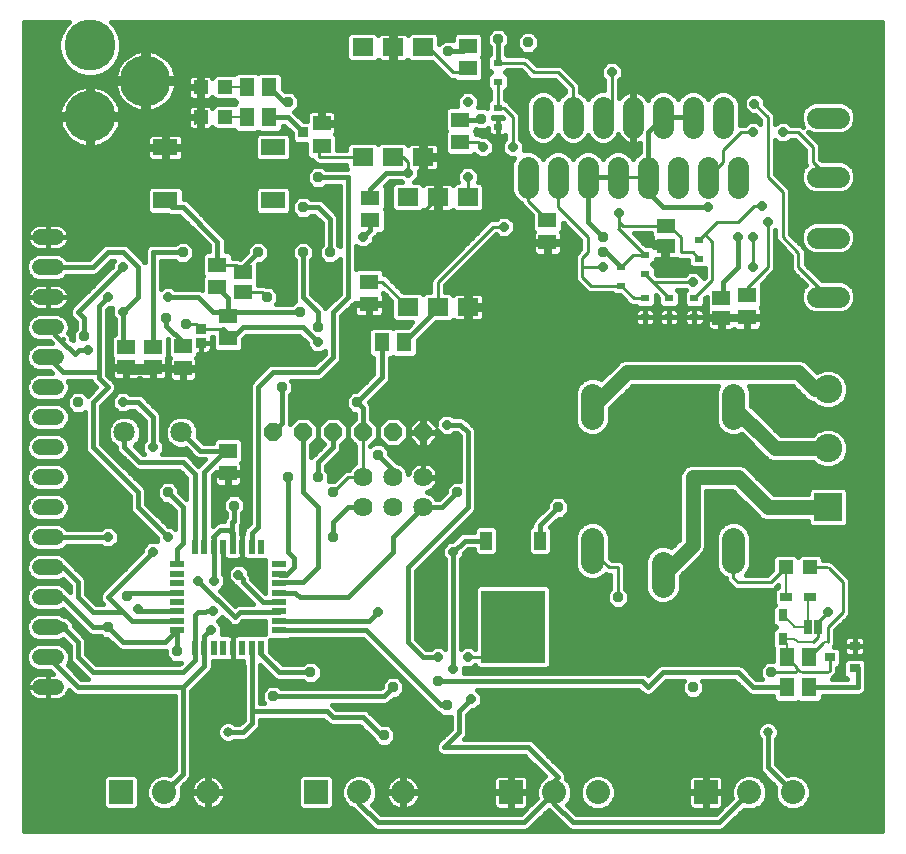
<source format=gtl>
G75*
%MOIN*%
%OFA0B0*%
%FSLAX25Y25*%
%IPPOS*%
%LPD*%
%AMOC8*
5,1,8,0,0,1.08239X$1,22.5*
%
%ADD10R,0.05906X0.05118*%
%ADD11R,0.03150X0.02362*%
%ADD12R,0.03150X0.03937*%
%ADD13R,0.03937X0.03150*%
%ADD14OC8,0.06000*%
%ADD15R,0.02200X0.05000*%
%ADD16R,0.05000X0.02200*%
%ADD17C,0.07087*%
%ADD18C,0.06400*%
%ADD19C,0.17000*%
%ADD20R,0.09500X0.09500*%
%ADD21C,0.09500*%
%ADD22R,0.02500X0.05000*%
%ADD23R,0.07008X0.05984*%
%ADD24R,0.03543X0.03150*%
%ADD25R,0.05118X0.06299*%
%ADD26R,0.06299X0.05118*%
%ADD27R,0.03543X0.03346*%
%ADD28C,0.07050*%
%ADD29C,0.07087*%
%ADD30R,0.08300X0.05500*%
%ADD31C,0.07800*%
%ADD32R,0.04724X0.04724*%
%ADD33R,0.21260X0.24409*%
%ADD34R,0.03937X0.06299*%
%ADD35R,0.08000X0.08000*%
%ADD36C,0.08000*%
%ADD37C,0.05200*%
%ADD38C,0.01600*%
%ADD39OC8,0.03562*%
%ADD40C,0.00800*%
%ADD41C,0.01000*%
%ADD42OC8,0.03200*%
%ADD43R,0.03562X0.03562*%
%ADD44C,0.03200*%
%ADD45C,0.05000*%
D10*
X0074167Y0123060D03*
X0074167Y0130540D03*
X0059167Y0158060D03*
X0059167Y0165540D03*
X0049167Y0165146D03*
X0049167Y0158454D03*
X0040167Y0158454D03*
X0040167Y0165146D03*
X0079167Y0183454D03*
X0079167Y0190146D03*
X0220167Y0198954D03*
X0220167Y0205646D03*
X0238667Y0181646D03*
X0238667Y0174954D03*
D11*
X0229667Y0175150D03*
X0229667Y0181450D03*
X0221167Y0181450D03*
X0213167Y0181450D03*
X0213167Y0175150D03*
X0221167Y0175150D03*
X0205167Y0185650D03*
X0205167Y0191950D03*
X0213167Y0189650D03*
X0213167Y0195950D03*
X0231167Y0194650D03*
X0231167Y0200950D03*
X0164167Y0238650D03*
X0164167Y0244950D03*
X0164167Y0253650D03*
X0164167Y0259950D03*
D12*
X0259167Y0075737D03*
X0259167Y0067863D03*
D13*
X0260230Y0081800D03*
X0268104Y0081800D03*
D14*
X0139167Y0136800D03*
X0129167Y0136800D03*
X0119167Y0136800D03*
X0109167Y0136800D03*
X0099167Y0136800D03*
X0089167Y0136800D03*
D15*
X0085190Y0098700D03*
X0082041Y0098700D03*
X0078891Y0098700D03*
X0075741Y0098700D03*
X0072592Y0098700D03*
X0069442Y0098700D03*
X0066293Y0098700D03*
X0063143Y0098700D03*
X0063143Y0064900D03*
X0066293Y0064900D03*
X0069442Y0064900D03*
X0072592Y0064900D03*
X0075741Y0064900D03*
X0078891Y0064900D03*
X0082041Y0064900D03*
X0085190Y0064900D03*
D16*
X0091067Y0070776D03*
X0091067Y0073926D03*
X0091067Y0077076D03*
X0091067Y0080225D03*
X0091067Y0083375D03*
X0091067Y0086524D03*
X0091067Y0089674D03*
X0091067Y0092824D03*
X0057267Y0092824D03*
X0057267Y0089674D03*
X0057267Y0086524D03*
X0057267Y0083375D03*
X0057267Y0080225D03*
X0057267Y0077076D03*
X0057267Y0073926D03*
X0057267Y0070776D03*
D17*
X0174167Y0218257D02*
X0174167Y0225343D01*
X0184167Y0225343D02*
X0184167Y0218257D01*
X0194167Y0218257D02*
X0194167Y0225343D01*
X0204167Y0225343D02*
X0204167Y0218257D01*
X0214167Y0218257D02*
X0214167Y0225343D01*
X0224167Y0225343D02*
X0224167Y0218257D01*
X0234167Y0218257D02*
X0234167Y0225343D01*
X0244167Y0225343D02*
X0244167Y0218257D01*
X0239167Y0238257D02*
X0239167Y0245343D01*
X0229167Y0245343D02*
X0229167Y0238257D01*
X0219167Y0238257D02*
X0219167Y0245343D01*
X0209167Y0245343D02*
X0209167Y0238257D01*
X0199167Y0238257D02*
X0199167Y0245343D01*
X0189167Y0245343D02*
X0189167Y0238257D01*
X0179167Y0238257D02*
X0179167Y0245343D01*
D18*
X0139167Y0121800D03*
X0139167Y0111800D03*
X0129167Y0111800D03*
X0129167Y0121800D03*
X0119167Y0121800D03*
X0119167Y0111800D03*
D19*
X0028167Y0242115D03*
X0046671Y0253926D03*
X0028167Y0265737D03*
D20*
X0274167Y0111800D03*
D21*
X0274167Y0131485D03*
X0274167Y0151170D03*
D22*
X0270938Y0071800D03*
X0267395Y0071800D03*
D23*
X0154167Y0178513D03*
X0144167Y0178513D03*
X0134167Y0178513D03*
X0134167Y0215087D03*
X0144167Y0215087D03*
X0154167Y0215087D03*
X0139167Y0228513D03*
X0129167Y0228513D03*
X0119167Y0228513D03*
X0119167Y0265087D03*
X0129167Y0265087D03*
X0139167Y0265087D03*
D24*
X0283104Y0065540D03*
X0283104Y0058060D03*
X0274836Y0061800D03*
D25*
X0267907Y0061800D03*
X0260427Y0061800D03*
X0260427Y0051800D03*
X0267907Y0051800D03*
X0132907Y0166800D03*
X0125427Y0166800D03*
X0087907Y0241800D03*
X0080427Y0241800D03*
X0080427Y0251800D03*
X0087907Y0251800D03*
D26*
X0105348Y0239753D03*
X0105348Y0232272D03*
X0121667Y0215040D03*
X0121667Y0207560D03*
X0121167Y0187040D03*
X0121167Y0179560D03*
X0074167Y0175540D03*
X0074167Y0168060D03*
X0070667Y0185060D03*
X0070667Y0192540D03*
X0151667Y0233560D03*
X0151667Y0241040D03*
X0154167Y0258060D03*
X0154167Y0265540D03*
X0180667Y0207540D03*
X0180667Y0200060D03*
X0247167Y0182540D03*
X0247167Y0175060D03*
D27*
X0065167Y0171083D03*
X0065167Y0166517D03*
D28*
X0270642Y0181957D02*
X0277692Y0181957D01*
X0277692Y0201643D02*
X0270642Y0201643D01*
X0270642Y0221957D02*
X0277692Y0221957D01*
X0277692Y0241643D02*
X0270642Y0241643D01*
D29*
X0058667Y0136800D03*
X0039667Y0136800D03*
D30*
X0053267Y0214100D03*
X0053267Y0231800D03*
X0089167Y0231800D03*
X0089167Y0214100D03*
D31*
X0195667Y0149200D02*
X0195667Y0141400D01*
X0195667Y0101200D02*
X0195667Y0093400D01*
X0219167Y0093200D02*
X0219167Y0085400D01*
X0242667Y0093400D02*
X0242667Y0101200D01*
X0242667Y0141400D02*
X0242667Y0149200D01*
D32*
X0260033Y0091800D03*
X0268301Y0091800D03*
X0073301Y0241800D03*
X0065033Y0241800D03*
X0065033Y0251800D03*
X0073301Y0251800D03*
D33*
X0169167Y0071957D03*
D34*
X0178143Y0100698D03*
X0160190Y0100698D03*
D35*
X0168467Y0016800D03*
X0233467Y0016800D03*
X0103467Y0016800D03*
X0038467Y0016800D03*
D36*
X0052946Y0016800D03*
X0067426Y0016800D03*
X0117946Y0016800D03*
X0132426Y0016800D03*
X0182946Y0016800D03*
X0197426Y0016800D03*
X0247946Y0016800D03*
X0262426Y0016800D03*
D37*
X0016767Y0051800D02*
X0011567Y0051800D01*
X0011567Y0061800D02*
X0016767Y0061800D01*
X0016767Y0071800D02*
X0011567Y0071800D01*
X0011567Y0081800D02*
X0016767Y0081800D01*
X0016767Y0091800D02*
X0011567Y0091800D01*
X0011567Y0101800D02*
X0016767Y0101800D01*
X0016767Y0111800D02*
X0011567Y0111800D01*
X0011567Y0121800D02*
X0016767Y0121800D01*
X0016767Y0131800D02*
X0011567Y0131800D01*
X0011567Y0141800D02*
X0016767Y0141800D01*
X0016767Y0151800D02*
X0011567Y0151800D01*
X0011567Y0161800D02*
X0016767Y0161800D01*
X0016767Y0171800D02*
X0011567Y0171800D01*
X0011567Y0181800D02*
X0016767Y0181800D01*
X0016767Y0191800D02*
X0011567Y0191800D01*
X0011567Y0201800D02*
X0016767Y0201800D01*
D38*
X0006167Y0273501D02*
X0006167Y0003800D01*
X0292088Y0003800D01*
X0292088Y0273501D01*
X0035252Y0273501D01*
X0036569Y0272184D01*
X0037951Y0269790D01*
X0038667Y0267119D01*
X0038667Y0264355D01*
X0037951Y0261684D01*
X0036569Y0259290D01*
X0034614Y0257335D01*
X0032220Y0255953D01*
X0029549Y0255237D01*
X0026784Y0255237D01*
X0024114Y0255953D01*
X0021720Y0257335D01*
X0019765Y0259290D01*
X0018382Y0261684D01*
X0017667Y0264355D01*
X0017667Y0267119D01*
X0018382Y0269790D01*
X0019765Y0272184D01*
X0021081Y0273501D01*
X0006167Y0273501D01*
X0006167Y0271948D02*
X0019628Y0271948D01*
X0018706Y0270350D02*
X0006167Y0270350D01*
X0006167Y0268751D02*
X0018104Y0268751D01*
X0017676Y0267153D02*
X0006167Y0267153D01*
X0006167Y0265554D02*
X0017667Y0265554D01*
X0017774Y0263956D02*
X0006167Y0263956D01*
X0006167Y0262357D02*
X0018202Y0262357D01*
X0018916Y0260759D02*
X0006167Y0260759D01*
X0006167Y0259160D02*
X0019894Y0259160D01*
X0021493Y0257562D02*
X0006167Y0257562D01*
X0006167Y0255963D02*
X0024095Y0255963D01*
X0025311Y0252028D02*
X0024219Y0251646D01*
X0023177Y0251144D01*
X0022197Y0250528D01*
X0021292Y0249807D01*
X0020474Y0248989D01*
X0019753Y0248085D01*
X0019138Y0247105D01*
X0018636Y0246063D01*
X0018254Y0244971D01*
X0017996Y0243843D01*
X0017892Y0242915D01*
X0027367Y0242915D01*
X0027367Y0252390D01*
X0026439Y0252285D01*
X0025311Y0252028D01*
X0027367Y0251168D02*
X0028967Y0251168D01*
X0028967Y0252390D02*
X0029895Y0252285D01*
X0031023Y0252028D01*
X0032115Y0251646D01*
X0033157Y0251144D01*
X0034136Y0250528D01*
X0035041Y0249807D01*
X0035859Y0248989D01*
X0036580Y0248085D01*
X0037196Y0247105D01*
X0037698Y0246063D01*
X0038080Y0244971D01*
X0038337Y0243843D01*
X0038442Y0242915D01*
X0028967Y0242915D01*
X0028967Y0241315D01*
X0038442Y0241315D01*
X0038337Y0240387D01*
X0038080Y0239259D01*
X0037698Y0238167D01*
X0037196Y0237125D01*
X0036580Y0236145D01*
X0035859Y0235241D01*
X0035041Y0234423D01*
X0034136Y0233701D01*
X0033157Y0233086D01*
X0032115Y0232584D01*
X0031023Y0232202D01*
X0029895Y0231944D01*
X0028967Y0231840D01*
X0028967Y0241315D01*
X0027367Y0241315D01*
X0027367Y0231840D01*
X0026439Y0231944D01*
X0025311Y0232202D01*
X0024219Y0232584D01*
X0023177Y0233086D01*
X0022197Y0233701D01*
X0021292Y0234423D01*
X0020474Y0235241D01*
X0019753Y0236145D01*
X0019138Y0237125D01*
X0018636Y0238167D01*
X0018254Y0239259D01*
X0017996Y0240387D01*
X0017892Y0241315D01*
X0027367Y0241315D01*
X0027367Y0242915D01*
X0028967Y0242915D01*
X0028967Y0252390D01*
X0028967Y0249569D02*
X0027367Y0249569D01*
X0027367Y0247971D02*
X0028967Y0247971D01*
X0028967Y0246372D02*
X0027367Y0246372D01*
X0027367Y0244774D02*
X0028967Y0244774D01*
X0028967Y0243175D02*
X0027367Y0243175D01*
X0027367Y0241577D02*
X0006167Y0241577D01*
X0006167Y0243175D02*
X0017921Y0243175D01*
X0018209Y0244774D02*
X0006167Y0244774D01*
X0006167Y0246372D02*
X0018785Y0246372D01*
X0019682Y0247971D02*
X0006167Y0247971D01*
X0006167Y0249569D02*
X0021055Y0249569D01*
X0023226Y0251168D02*
X0006167Y0251168D01*
X0006167Y0252766D02*
X0036436Y0252766D01*
X0036396Y0253126D02*
X0036500Y0252198D01*
X0036758Y0251070D01*
X0037140Y0249978D01*
X0037642Y0248936D01*
X0038257Y0247956D01*
X0038978Y0247052D01*
X0039796Y0246234D01*
X0040701Y0245512D01*
X0041680Y0244897D01*
X0042723Y0244395D01*
X0043815Y0244013D01*
X0044943Y0243756D01*
X0045871Y0243651D01*
X0045871Y0253126D01*
X0047471Y0253126D01*
X0047471Y0254726D01*
X0056946Y0254726D01*
X0056841Y0255654D01*
X0056584Y0256782D01*
X0056202Y0257874D01*
X0055700Y0258916D01*
X0055084Y0259896D01*
X0054363Y0260800D01*
X0053545Y0261618D01*
X0052640Y0262339D01*
X0051661Y0262955D01*
X0050618Y0263457D01*
X0049526Y0263839D01*
X0048399Y0264096D01*
X0047471Y0264201D01*
X0047471Y0254726D01*
X0045871Y0254726D01*
X0045871Y0264201D01*
X0044943Y0264096D01*
X0043815Y0263839D01*
X0042723Y0263457D01*
X0041680Y0262955D01*
X0040701Y0262339D01*
X0039796Y0261618D01*
X0038978Y0260800D01*
X0038257Y0259896D01*
X0037642Y0258916D01*
X0037140Y0257874D01*
X0036758Y0256782D01*
X0036500Y0255654D01*
X0036396Y0254726D01*
X0045871Y0254726D01*
X0045871Y0253126D01*
X0036396Y0253126D01*
X0036735Y0251168D02*
X0033107Y0251168D01*
X0035279Y0249569D02*
X0037337Y0249569D01*
X0036652Y0247971D02*
X0038248Y0247971D01*
X0037549Y0246372D02*
X0039658Y0246372D01*
X0038125Y0244774D02*
X0041936Y0244774D01*
X0045871Y0244774D02*
X0047471Y0244774D01*
X0047471Y0243651D02*
X0048399Y0243756D01*
X0049526Y0244013D01*
X0050618Y0244395D01*
X0051661Y0244897D01*
X0052640Y0245512D01*
X0053545Y0246234D01*
X0054363Y0247052D01*
X0055084Y0247956D01*
X0055700Y0248936D01*
X0056202Y0249978D01*
X0056584Y0251070D01*
X0056841Y0252198D01*
X0056946Y0253126D01*
X0047471Y0253126D01*
X0047471Y0243651D01*
X0047471Y0246372D02*
X0045871Y0246372D01*
X0045871Y0247971D02*
X0047471Y0247971D01*
X0047471Y0249569D02*
X0045871Y0249569D01*
X0045871Y0251168D02*
X0047471Y0251168D01*
X0047471Y0252766D02*
X0045871Y0252766D01*
X0045871Y0254365D02*
X0006167Y0254365D01*
X0006167Y0239978D02*
X0018089Y0239978D01*
X0018561Y0238380D02*
X0006167Y0238380D01*
X0006167Y0236781D02*
X0019354Y0236781D01*
X0020533Y0235183D02*
X0006167Y0235183D01*
X0006167Y0233584D02*
X0022384Y0233584D01*
X0026258Y0231986D02*
X0006167Y0231986D01*
X0006167Y0230387D02*
X0047317Y0230387D01*
X0047317Y0231225D02*
X0047317Y0228813D01*
X0047439Y0228355D01*
X0047676Y0227945D01*
X0048011Y0227610D01*
X0048422Y0227373D01*
X0048880Y0227250D01*
X0052692Y0227250D01*
X0052692Y0231225D01*
X0053842Y0231225D01*
X0053842Y0232375D01*
X0059217Y0232375D01*
X0059217Y0234787D01*
X0059094Y0235245D01*
X0058857Y0235655D01*
X0058522Y0235990D01*
X0058111Y0236227D01*
X0057654Y0236350D01*
X0053842Y0236350D01*
X0053842Y0232375D01*
X0052692Y0232375D01*
X0052692Y0236350D01*
X0048880Y0236350D01*
X0048422Y0236227D01*
X0048011Y0235990D01*
X0047676Y0235655D01*
X0047439Y0235245D01*
X0047317Y0234787D01*
X0047317Y0232375D01*
X0052692Y0232375D01*
X0052692Y0231225D01*
X0047317Y0231225D01*
X0047317Y0233584D02*
X0033950Y0233584D01*
X0035801Y0235183D02*
X0047423Y0235183D01*
X0052692Y0235183D02*
X0053842Y0235183D01*
X0053842Y0233584D02*
X0052692Y0233584D01*
X0052692Y0231986D02*
X0030075Y0231986D01*
X0028967Y0231986D02*
X0027367Y0231986D01*
X0027367Y0233584D02*
X0028967Y0233584D01*
X0028967Y0235183D02*
X0027367Y0235183D01*
X0027367Y0236781D02*
X0028967Y0236781D01*
X0028967Y0238380D02*
X0027367Y0238380D01*
X0027367Y0239978D02*
X0028967Y0239978D01*
X0028967Y0241577D02*
X0064652Y0241577D01*
X0064652Y0241419D02*
X0060871Y0241419D01*
X0060871Y0239201D01*
X0060993Y0238743D01*
X0061230Y0238333D01*
X0061565Y0237997D01*
X0061976Y0237760D01*
X0062434Y0237638D01*
X0064652Y0237638D01*
X0064652Y0241419D01*
X0065414Y0241419D01*
X0065414Y0237638D01*
X0067632Y0237638D01*
X0068090Y0237760D01*
X0068500Y0237997D01*
X0068835Y0238333D01*
X0068974Y0238573D01*
X0070110Y0237438D01*
X0076252Y0237438D01*
X0077039Y0236650D01*
X0083814Y0236650D01*
X0084167Y0237003D01*
X0084519Y0236650D01*
X0091294Y0236650D01*
X0092466Y0237822D01*
X0092466Y0239000D01*
X0093007Y0239000D01*
X0095386Y0236621D01*
X0095386Y0234190D01*
X0096557Y0233019D01*
X0100198Y0233019D01*
X0100198Y0228885D01*
X0101370Y0227713D01*
X0102244Y0227713D01*
X0102500Y0227096D01*
X0103203Y0226393D01*
X0104122Y0226013D01*
X0113663Y0226013D01*
X0113663Y0224692D01*
X0113755Y0224600D01*
X0106714Y0224600D01*
X0105733Y0225581D01*
X0102600Y0225581D01*
X0100386Y0223366D01*
X0100386Y0220234D01*
X0102600Y0218019D01*
X0105733Y0218019D01*
X0106714Y0219000D01*
X0111367Y0219000D01*
X0111367Y0198947D01*
X0110967Y0199347D01*
X0110967Y0208357D01*
X0110540Y0209386D01*
X0106540Y0213386D01*
X0105753Y0214174D01*
X0104724Y0214600D01*
X0101714Y0214600D01*
X0100733Y0215581D01*
X0097600Y0215581D01*
X0095386Y0213366D01*
X0095386Y0210234D01*
X0097600Y0208019D01*
X0100733Y0208019D01*
X0101714Y0209000D01*
X0103007Y0209000D01*
X0105367Y0206640D01*
X0105367Y0199347D01*
X0104386Y0198366D01*
X0104386Y0195234D01*
X0106600Y0193019D01*
X0109733Y0193019D01*
X0111367Y0194653D01*
X0111367Y0182960D01*
X0107581Y0179174D01*
X0106793Y0178386D01*
X0106667Y0178081D01*
X0106540Y0178386D01*
X0105753Y0179174D01*
X0101967Y0182960D01*
X0101967Y0194253D01*
X0102948Y0195234D01*
X0102948Y0198366D01*
X0100733Y0200581D01*
X0097600Y0200581D01*
X0095386Y0198366D01*
X0095386Y0195234D01*
X0096367Y0194253D01*
X0096367Y0181243D01*
X0096641Y0180581D01*
X0096600Y0180581D01*
X0095619Y0179600D01*
X0090314Y0179600D01*
X0090948Y0180234D01*
X0090948Y0183366D01*
X0088733Y0185581D01*
X0086910Y0185581D01*
X0086010Y0185954D01*
X0084119Y0185954D01*
X0084119Y0192793D01*
X0084345Y0193019D01*
X0085733Y0193019D01*
X0087948Y0195234D01*
X0087948Y0198366D01*
X0085733Y0200581D01*
X0082600Y0200581D01*
X0080386Y0198366D01*
X0080386Y0196979D01*
X0078112Y0194705D01*
X0078078Y0194705D01*
X0077270Y0195040D01*
X0075816Y0195040D01*
X0075816Y0195928D01*
X0074645Y0197099D01*
X0073467Y0197099D01*
X0073467Y0200857D01*
X0073040Y0201886D01*
X0072253Y0202674D01*
X0072253Y0202674D01*
X0061540Y0213386D01*
X0060753Y0214174D01*
X0059724Y0214600D01*
X0059417Y0214600D01*
X0059417Y0217678D01*
X0058245Y0218850D01*
X0048288Y0218850D01*
X0047117Y0217678D01*
X0047117Y0210522D01*
X0048288Y0209350D01*
X0054165Y0209350D01*
X0055010Y0209000D01*
X0058007Y0209000D01*
X0067867Y0199140D01*
X0067867Y0197099D01*
X0066689Y0197099D01*
X0065517Y0195928D01*
X0065517Y0189153D01*
X0065870Y0188800D01*
X0065517Y0188447D01*
X0065517Y0184271D01*
X0064724Y0184600D01*
X0056458Y0184600D01*
X0055658Y0185400D01*
X0052675Y0185400D01*
X0051967Y0184691D01*
X0051967Y0194000D01*
X0056619Y0194000D01*
X0057600Y0193019D01*
X0060733Y0193019D01*
X0062948Y0195234D01*
X0062948Y0198366D01*
X0060733Y0200581D01*
X0057600Y0200581D01*
X0056619Y0199600D01*
X0048610Y0199600D01*
X0047581Y0199174D01*
X0046793Y0198386D01*
X0046367Y0197357D01*
X0046367Y0193560D01*
X0045753Y0194174D01*
X0040753Y0199174D01*
X0039724Y0199600D01*
X0033610Y0199600D01*
X0032581Y0199174D01*
X0031793Y0198386D01*
X0028007Y0194600D01*
X0020472Y0194600D01*
X0019372Y0195700D01*
X0017682Y0196400D01*
X0010652Y0196400D01*
X0008961Y0195700D01*
X0007667Y0194406D01*
X0006967Y0192715D01*
X0006967Y0190885D01*
X0007667Y0189194D01*
X0008961Y0187900D01*
X0010652Y0187200D01*
X0017682Y0187200D01*
X0019372Y0187900D01*
X0020472Y0189000D01*
X0029724Y0189000D01*
X0030753Y0189426D01*
X0035326Y0194000D01*
X0036276Y0194000D01*
X0035567Y0193291D01*
X0035567Y0192160D01*
X0021793Y0178386D01*
X0021367Y0177357D01*
X0021367Y0176243D01*
X0021793Y0175214D01*
X0022581Y0174426D01*
X0023367Y0173640D01*
X0023367Y0171347D01*
X0022386Y0170366D01*
X0022386Y0167541D01*
X0021967Y0167960D01*
X0021967Y0168357D01*
X0021540Y0169386D01*
X0020978Y0169948D01*
X0021367Y0170885D01*
X0021367Y0172715D01*
X0020666Y0174406D01*
X0019372Y0175700D01*
X0017682Y0176400D01*
X0010652Y0176400D01*
X0008961Y0175700D01*
X0007667Y0174406D01*
X0006967Y0172715D01*
X0006967Y0170885D01*
X0007667Y0169194D01*
X0008961Y0167900D01*
X0010652Y0167200D01*
X0014807Y0167200D01*
X0015607Y0166400D01*
X0010652Y0166400D01*
X0008961Y0165700D01*
X0007667Y0164406D01*
X0006967Y0162715D01*
X0006967Y0160885D01*
X0007667Y0159194D01*
X0008961Y0157900D01*
X0010652Y0157200D01*
X0014807Y0157200D01*
X0015607Y0156400D01*
X0010652Y0156400D01*
X0008961Y0155700D01*
X0007667Y0154406D01*
X0006967Y0152715D01*
X0006967Y0150885D01*
X0007667Y0149194D01*
X0008961Y0147900D01*
X0010652Y0147200D01*
X0017682Y0147200D01*
X0019372Y0147900D01*
X0020666Y0149194D01*
X0021367Y0150885D01*
X0021367Y0152715D01*
X0020834Y0154000D01*
X0028467Y0154000D01*
X0028793Y0153214D01*
X0030207Y0151800D01*
X0027360Y0148954D01*
X0025733Y0150581D01*
X0022600Y0150581D01*
X0020386Y0148366D01*
X0020386Y0145234D01*
X0022600Y0143019D01*
X0025733Y0143019D01*
X0026367Y0143653D01*
X0026367Y0131243D01*
X0026793Y0130214D01*
X0041367Y0115640D01*
X0041367Y0111243D01*
X0041793Y0110214D01*
X0042581Y0109426D01*
X0050567Y0101440D01*
X0050567Y0100400D01*
X0047675Y0100400D01*
X0045567Y0098291D01*
X0045567Y0097160D01*
X0032581Y0084174D01*
X0031793Y0083386D01*
X0031367Y0082357D01*
X0031367Y0081243D01*
X0031793Y0080214D01*
X0032407Y0079600D01*
X0030326Y0079600D01*
X0026967Y0082960D01*
X0026967Y0087357D01*
X0026540Y0088386D01*
X0021540Y0093386D01*
X0020769Y0094157D01*
X0020666Y0094406D01*
X0019372Y0095700D01*
X0017682Y0096400D01*
X0010652Y0096400D01*
X0008961Y0095700D01*
X0007667Y0094406D01*
X0006967Y0092715D01*
X0006967Y0090885D01*
X0007667Y0089194D01*
X0008961Y0087900D01*
X0010652Y0087200D01*
X0017682Y0087200D01*
X0019184Y0087822D01*
X0021367Y0085640D01*
X0021367Y0083560D01*
X0020769Y0084157D01*
X0020666Y0084406D01*
X0019372Y0085700D01*
X0017682Y0086400D01*
X0010652Y0086400D01*
X0008961Y0085700D01*
X0007667Y0084406D01*
X0006967Y0082715D01*
X0006967Y0080885D01*
X0007667Y0079194D01*
X0008961Y0077900D01*
X0010652Y0077200D01*
X0017682Y0077200D01*
X0019184Y0077822D01*
X0026793Y0070214D01*
X0027581Y0069426D01*
X0028610Y0069000D01*
X0031619Y0069000D01*
X0032600Y0068019D01*
X0033988Y0068019D01*
X0036793Y0065214D01*
X0036793Y0065214D01*
X0037581Y0064426D01*
X0038610Y0064000D01*
X0053386Y0064000D01*
X0053386Y0062234D01*
X0055600Y0060019D01*
X0058426Y0060019D01*
X0058007Y0059600D01*
X0030326Y0059600D01*
X0026967Y0062960D01*
X0026967Y0067357D01*
X0026540Y0068386D01*
X0022767Y0072160D01*
X0022767Y0073291D01*
X0020658Y0075400D01*
X0019672Y0075400D01*
X0019372Y0075700D01*
X0017682Y0076400D01*
X0010652Y0076400D01*
X0008961Y0075700D01*
X0007667Y0074406D01*
X0006967Y0072715D01*
X0006967Y0070885D01*
X0007667Y0069194D01*
X0008961Y0067900D01*
X0010652Y0067200D01*
X0017682Y0067200D01*
X0019184Y0067822D01*
X0021367Y0065640D01*
X0021367Y0061243D01*
X0021793Y0060214D01*
X0022581Y0059426D01*
X0027407Y0054600D01*
X0025326Y0054600D01*
X0020686Y0059241D01*
X0021367Y0060885D01*
X0021367Y0062715D01*
X0020666Y0064406D01*
X0019372Y0065700D01*
X0017682Y0066400D01*
X0010652Y0066400D01*
X0008961Y0065700D01*
X0007667Y0064406D01*
X0006967Y0062715D01*
X0006967Y0060885D01*
X0007667Y0059194D01*
X0008961Y0057900D01*
X0010652Y0057200D01*
X0014807Y0057200D01*
X0015807Y0056200D01*
X0014167Y0056200D01*
X0014167Y0051800D01*
X0014167Y0047400D01*
X0017113Y0047400D01*
X0017797Y0047508D01*
X0018456Y0047722D01*
X0019073Y0048037D01*
X0019633Y0048444D01*
X0020123Y0048934D01*
X0020530Y0049494D01*
X0020844Y0050111D01*
X0021058Y0050770D01*
X0021083Y0050924D01*
X0021793Y0050214D01*
X0022581Y0049426D01*
X0023610Y0049000D01*
X0056367Y0049000D01*
X0056367Y0024180D01*
X0054738Y0022552D01*
X0054140Y0022800D01*
X0051753Y0022800D01*
X0049547Y0021887D01*
X0047860Y0020199D01*
X0046946Y0017993D01*
X0046946Y0015607D01*
X0047860Y0013401D01*
X0049547Y0011713D01*
X0051753Y0010800D01*
X0054140Y0010800D01*
X0056345Y0011713D01*
X0058033Y0013401D01*
X0058946Y0015607D01*
X0058946Y0017993D01*
X0058698Y0018592D01*
X0060753Y0020647D01*
X0061540Y0021434D01*
X0061967Y0022464D01*
X0061967Y0050640D01*
X0067879Y0056552D01*
X0068666Y0057340D01*
X0069093Y0058369D01*
X0069093Y0060400D01*
X0074520Y0060400D01*
X0074720Y0060600D01*
X0075741Y0060600D01*
X0075741Y0064900D01*
X0075742Y0064900D01*
X0075742Y0060600D01*
X0076763Y0060600D01*
X0076963Y0060400D01*
X0079241Y0060400D01*
X0079241Y0059117D01*
X0079367Y0058813D01*
X0079367Y0040960D01*
X0078007Y0039600D01*
X0076458Y0039600D01*
X0076206Y0039852D01*
X0074883Y0040400D01*
X0073451Y0040400D01*
X0072127Y0039852D01*
X0071115Y0038839D01*
X0070567Y0037516D01*
X0070567Y0036084D01*
X0071115Y0034761D01*
X0072127Y0033748D01*
X0073451Y0033200D01*
X0074883Y0033200D01*
X0076206Y0033748D01*
X0076458Y0034000D01*
X0079724Y0034000D01*
X0080753Y0034426D01*
X0083753Y0037426D01*
X0084540Y0038214D01*
X0084967Y0039243D01*
X0084967Y0041000D01*
X0106007Y0041000D01*
X0107581Y0039426D01*
X0108610Y0039000D01*
X0118007Y0039000D01*
X0122386Y0034621D01*
X0122386Y0034234D01*
X0124600Y0032019D01*
X0127733Y0032019D01*
X0129948Y0034234D01*
X0129948Y0037366D01*
X0127733Y0039581D01*
X0125345Y0039581D01*
X0121540Y0043386D01*
X0120753Y0044174D01*
X0119724Y0044600D01*
X0110326Y0044600D01*
X0108926Y0046000D01*
X0126724Y0046000D01*
X0127753Y0046426D01*
X0129345Y0048019D01*
X0130733Y0048019D01*
X0132948Y0050234D01*
X0132948Y0053366D01*
X0130733Y0055581D01*
X0127600Y0055581D01*
X0125386Y0053366D01*
X0125386Y0051979D01*
X0125007Y0051600D01*
X0091714Y0051600D01*
X0090733Y0052581D01*
X0087600Y0052581D01*
X0085386Y0050366D01*
X0085386Y0047234D01*
X0086019Y0046600D01*
X0084967Y0046600D01*
X0084967Y0059087D01*
X0089628Y0054426D01*
X0090657Y0054000D01*
X0099119Y0054000D01*
X0100100Y0053019D01*
X0103233Y0053019D01*
X0105448Y0055234D01*
X0105448Y0058366D01*
X0103233Y0060581D01*
X0100100Y0060581D01*
X0099119Y0059600D01*
X0092374Y0059600D01*
X0088290Y0063683D01*
X0088290Y0067676D01*
X0094395Y0067676D01*
X0094695Y0067976D01*
X0119030Y0067976D01*
X0143581Y0043426D01*
X0144610Y0043000D01*
X0144619Y0043000D01*
X0145600Y0042019D01*
X0148367Y0042019D01*
X0148367Y0037960D01*
X0144581Y0034174D01*
X0144581Y0034174D01*
X0143793Y0033386D01*
X0143367Y0032357D01*
X0143367Y0031243D01*
X0143793Y0030214D01*
X0144581Y0029426D01*
X0145610Y0029000D01*
X0173007Y0029000D01*
X0179953Y0022054D01*
X0179547Y0021887D01*
X0177860Y0020199D01*
X0176946Y0017993D01*
X0176946Y0015607D01*
X0177194Y0015008D01*
X0173942Y0011756D01*
X0174144Y0012105D01*
X0174267Y0012563D01*
X0174267Y0016419D01*
X0168848Y0016419D01*
X0168848Y0017181D01*
X0174267Y0017181D01*
X0174267Y0021037D01*
X0174144Y0021495D01*
X0173907Y0021905D01*
X0173572Y0022240D01*
X0173161Y0022477D01*
X0172704Y0022600D01*
X0168848Y0022600D01*
X0168848Y0017181D01*
X0168086Y0017181D01*
X0168086Y0022600D01*
X0164230Y0022600D01*
X0163772Y0022477D01*
X0163361Y0022240D01*
X0163026Y0021905D01*
X0162789Y0021495D01*
X0162667Y0021037D01*
X0162667Y0017181D01*
X0168085Y0017181D01*
X0168085Y0016419D01*
X0162667Y0016419D01*
X0162667Y0012563D01*
X0162789Y0012105D01*
X0163026Y0011695D01*
X0163361Y0011360D01*
X0163772Y0011123D01*
X0164230Y0011000D01*
X0168086Y0011000D01*
X0168086Y0016419D01*
X0168848Y0016419D01*
X0168848Y0011000D01*
X0172704Y0011000D01*
X0173161Y0011123D01*
X0173511Y0011324D01*
X0171786Y0009600D01*
X0125326Y0009600D01*
X0122279Y0012647D01*
X0123033Y0013401D01*
X0123946Y0015607D01*
X0123946Y0017993D01*
X0123033Y0020199D01*
X0121345Y0021887D01*
X0119140Y0022800D01*
X0116753Y0022800D01*
X0114547Y0021887D01*
X0112860Y0020199D01*
X0111946Y0017993D01*
X0111946Y0015607D01*
X0112860Y0013401D01*
X0114547Y0011713D01*
X0115821Y0011186D01*
X0116360Y0010647D01*
X0122581Y0004426D01*
X0123610Y0004000D01*
X0173503Y0004000D01*
X0174532Y0004426D01*
X0175320Y0005214D01*
X0181056Y0010950D01*
X0181360Y0010647D01*
X0187581Y0004426D01*
X0188610Y0004000D01*
X0238503Y0004000D01*
X0239532Y0004426D01*
X0240320Y0005214D01*
X0246154Y0011048D01*
X0246753Y0010800D01*
X0249140Y0010800D01*
X0251345Y0011713D01*
X0253033Y0013401D01*
X0253946Y0015607D01*
X0253946Y0017993D01*
X0253033Y0020199D01*
X0251345Y0021887D01*
X0249140Y0022800D01*
X0246753Y0022800D01*
X0244547Y0021887D01*
X0242860Y0020199D01*
X0241946Y0017993D01*
X0241946Y0015607D01*
X0242194Y0015008D01*
X0238942Y0011756D01*
X0239144Y0012105D01*
X0239267Y0012563D01*
X0239267Y0016419D01*
X0233848Y0016419D01*
X0233848Y0017181D01*
X0239267Y0017181D01*
X0239267Y0021037D01*
X0239144Y0021495D01*
X0238907Y0021905D01*
X0238572Y0022240D01*
X0238161Y0022477D01*
X0237704Y0022600D01*
X0233848Y0022600D01*
X0233848Y0017181D01*
X0233086Y0017181D01*
X0233086Y0022600D01*
X0229230Y0022600D01*
X0228772Y0022477D01*
X0228361Y0022240D01*
X0228026Y0021905D01*
X0227789Y0021495D01*
X0227667Y0021037D01*
X0227667Y0017181D01*
X0233085Y0017181D01*
X0233085Y0016419D01*
X0227667Y0016419D01*
X0227667Y0012563D01*
X0227789Y0012105D01*
X0228026Y0011695D01*
X0228361Y0011360D01*
X0228772Y0011123D01*
X0229230Y0011000D01*
X0233086Y0011000D01*
X0233086Y0016419D01*
X0233848Y0016419D01*
X0233848Y0011000D01*
X0237704Y0011000D01*
X0238161Y0011123D01*
X0238511Y0011324D01*
X0236786Y0009600D01*
X0190326Y0009600D01*
X0187279Y0012647D01*
X0188033Y0013401D01*
X0188946Y0015607D01*
X0188946Y0017993D01*
X0188033Y0020199D01*
X0186967Y0021265D01*
X0186967Y0022357D01*
X0186540Y0023386D01*
X0185753Y0024174D01*
X0185753Y0024174D01*
X0175753Y0034174D01*
X0174724Y0034600D01*
X0152926Y0034600D01*
X0153540Y0035214D01*
X0153967Y0036243D01*
X0153967Y0042640D01*
X0155526Y0044200D01*
X0156658Y0044200D01*
X0158767Y0046309D01*
X0158767Y0049291D01*
X0157058Y0051000D01*
X0211007Y0051000D01*
X0212581Y0049426D01*
X0213610Y0049000D01*
X0214724Y0049000D01*
X0215753Y0049426D01*
X0216540Y0050214D01*
X0220326Y0054000D01*
X0226019Y0054000D01*
X0225386Y0053366D01*
X0225386Y0050234D01*
X0227600Y0048019D01*
X0230733Y0048019D01*
X0232948Y0050234D01*
X0232948Y0053366D01*
X0232314Y0054000D01*
X0243007Y0054000D01*
X0246793Y0050214D01*
X0247581Y0049426D01*
X0248610Y0049000D01*
X0255867Y0049000D01*
X0255867Y0047822D01*
X0257039Y0046650D01*
X0263814Y0046650D01*
X0264167Y0047003D01*
X0264519Y0046650D01*
X0271294Y0046650D01*
X0272466Y0047822D01*
X0272466Y0049000D01*
X0284724Y0049000D01*
X0285753Y0049426D01*
X0286540Y0050214D01*
X0286967Y0051243D01*
X0286967Y0058617D01*
X0286875Y0058837D01*
X0286875Y0060463D01*
X0285704Y0061635D01*
X0280504Y0061635D01*
X0279332Y0060463D01*
X0279332Y0055657D01*
X0280389Y0054600D01*
X0275388Y0054600D01*
X0275583Y0054681D01*
X0275959Y0055057D01*
X0275959Y0055057D01*
X0275970Y0055068D01*
X0276286Y0055384D01*
X0276311Y0055409D01*
X0276803Y0055901D01*
X0277336Y0057187D01*
X0277336Y0058225D01*
X0277436Y0058225D01*
X0278608Y0059397D01*
X0278608Y0064203D01*
X0277436Y0065375D01*
X0276277Y0065375D01*
X0276286Y0065384D01*
X0276667Y0066303D01*
X0276667Y0070764D01*
X0280583Y0074681D01*
X0281286Y0075384D01*
X0281667Y0076303D01*
X0281667Y0087297D01*
X0281286Y0088216D01*
X0275876Y0093627D01*
X0275169Y0093919D01*
X0274250Y0094300D01*
X0272663Y0094300D01*
X0272663Y0094991D01*
X0271491Y0096162D01*
X0265110Y0096162D01*
X0264167Y0095219D01*
X0263223Y0096162D01*
X0256842Y0096162D01*
X0255671Y0094991D01*
X0255671Y0090973D01*
X0253997Y0089300D01*
X0246910Y0089300D01*
X0247668Y0090058D01*
X0248567Y0092226D01*
X0248567Y0102374D01*
X0247668Y0104542D01*
X0246009Y0106202D01*
X0243840Y0107100D01*
X0241493Y0107100D01*
X0239325Y0106202D01*
X0237665Y0104542D01*
X0236767Y0102374D01*
X0236767Y0092226D01*
X0237665Y0090058D01*
X0239325Y0088398D01*
X0240167Y0088049D01*
X0240167Y0087803D01*
X0240547Y0086884D01*
X0241251Y0086181D01*
X0242751Y0084681D01*
X0243669Y0084300D01*
X0255530Y0084300D01*
X0256449Y0084681D01*
X0257152Y0085384D01*
X0257633Y0085864D01*
X0257633Y0085375D01*
X0257433Y0085375D01*
X0256261Y0084203D01*
X0256261Y0079397D01*
X0256358Y0079300D01*
X0255592Y0078534D01*
X0255592Y0072940D01*
X0256732Y0071800D01*
X0255592Y0070660D01*
X0255592Y0065066D01*
X0255867Y0064790D01*
X0255867Y0060581D01*
X0253600Y0060581D01*
X0251386Y0058366D01*
X0251386Y0055234D01*
X0252019Y0054600D01*
X0250326Y0054600D01*
X0245753Y0059174D01*
X0244724Y0059600D01*
X0218610Y0059600D01*
X0217581Y0059174D01*
X0216793Y0058386D01*
X0214167Y0055760D01*
X0213753Y0056174D01*
X0212724Y0056600D01*
X0152767Y0056600D01*
X0152767Y0058200D01*
X0155658Y0058200D01*
X0156537Y0059079D01*
X0156537Y0058924D01*
X0157708Y0057753D01*
X0180625Y0057753D01*
X0181797Y0058924D01*
X0181797Y0084991D01*
X0180625Y0086162D01*
X0157708Y0086162D01*
X0156537Y0084991D01*
X0156537Y0064521D01*
X0155658Y0065400D01*
X0152675Y0065400D01*
X0151967Y0064691D01*
X0151967Y0094509D01*
X0152767Y0095309D01*
X0152767Y0096440D01*
X0154224Y0097898D01*
X0156222Y0097898D01*
X0156222Y0096720D01*
X0157393Y0095548D01*
X0162987Y0095548D01*
X0164159Y0096720D01*
X0164159Y0104676D01*
X0162987Y0105847D01*
X0157393Y0105847D01*
X0156222Y0104676D01*
X0156222Y0103498D01*
X0152507Y0103498D01*
X0151478Y0103071D01*
X0148807Y0100400D01*
X0147675Y0100400D01*
X0145567Y0098291D01*
X0145567Y0095309D01*
X0146367Y0094509D01*
X0146367Y0064691D01*
X0145658Y0065400D01*
X0142675Y0065400D01*
X0141875Y0064600D01*
X0140326Y0064600D01*
X0136967Y0067960D01*
X0136967Y0090640D01*
X0156540Y0110214D01*
X0156967Y0111243D01*
X0156967Y0137357D01*
X0156540Y0138386D01*
X0155753Y0139174D01*
X0155753Y0139174D01*
X0154040Y0140886D01*
X0153253Y0141674D01*
X0152224Y0142100D01*
X0149458Y0142100D01*
X0148658Y0142900D01*
X0145675Y0142900D01*
X0143567Y0140791D01*
X0143567Y0139188D01*
X0141155Y0141600D01*
X0139367Y0141600D01*
X0139367Y0137000D01*
X0143967Y0137000D01*
X0143967Y0137409D01*
X0145675Y0135700D01*
X0148658Y0135700D01*
X0149458Y0136500D01*
X0150507Y0136500D01*
X0151367Y0135640D01*
X0151367Y0120581D01*
X0149100Y0120581D01*
X0146886Y0118366D01*
X0146886Y0116979D01*
X0144507Y0114600D01*
X0143635Y0114600D01*
X0143575Y0114746D01*
X0142112Y0116208D01*
X0140365Y0116932D01*
X0141086Y0117166D01*
X0141787Y0117524D01*
X0142424Y0117986D01*
X0142980Y0118543D01*
X0143443Y0119179D01*
X0143800Y0119881D01*
X0144044Y0120629D01*
X0144167Y0121406D01*
X0144167Y0121714D01*
X0139253Y0121714D01*
X0139253Y0121886D01*
X0144167Y0121886D01*
X0144167Y0122194D01*
X0144044Y0122971D01*
X0143800Y0123719D01*
X0143443Y0124421D01*
X0142980Y0125057D01*
X0142424Y0125614D01*
X0141787Y0126076D01*
X0141086Y0126434D01*
X0140337Y0126677D01*
X0139560Y0126800D01*
X0139252Y0126800D01*
X0139252Y0121886D01*
X0139081Y0121886D01*
X0139081Y0126800D01*
X0138773Y0126800D01*
X0137996Y0126677D01*
X0137247Y0126434D01*
X0136546Y0126076D01*
X0135909Y0125614D01*
X0135353Y0125057D01*
X0134890Y0124421D01*
X0134533Y0123719D01*
X0134299Y0122998D01*
X0133575Y0124746D01*
X0132112Y0126208D01*
X0130586Y0126841D01*
X0127948Y0129479D01*
X0127948Y0130866D01*
X0125733Y0133081D01*
X0122600Y0133081D01*
X0121667Y0132147D01*
X0121667Y0132229D01*
X0124167Y0134729D01*
X0127096Y0131800D01*
X0131238Y0131800D01*
X0134167Y0134729D01*
X0134167Y0138871D01*
X0131238Y0141800D01*
X0127096Y0141800D01*
X0124167Y0138871D01*
X0124167Y0134729D01*
X0124167Y0138871D01*
X0121967Y0141071D01*
X0121967Y0145357D01*
X0121540Y0146386D01*
X0121126Y0146800D01*
X0127800Y0153474D01*
X0128226Y0154503D01*
X0128226Y0161650D01*
X0128814Y0161650D01*
X0129167Y0162003D01*
X0129519Y0161650D01*
X0136294Y0161650D01*
X0137466Y0162822D01*
X0137466Y0167399D01*
X0143587Y0173520D01*
X0148499Y0173520D01*
X0149308Y0174330D01*
X0149557Y0174080D01*
X0149968Y0173843D01*
X0150426Y0173720D01*
X0153471Y0173720D01*
X0153471Y0177816D01*
X0154863Y0177816D01*
X0154863Y0173720D01*
X0157908Y0173720D01*
X0158365Y0173843D01*
X0158776Y0174080D01*
X0159111Y0174415D01*
X0159348Y0174826D01*
X0159471Y0175283D01*
X0159471Y0177817D01*
X0154863Y0177817D01*
X0154863Y0179209D01*
X0153471Y0179209D01*
X0153471Y0183305D01*
X0150426Y0183305D01*
X0149968Y0183182D01*
X0149557Y0182945D01*
X0149308Y0182696D01*
X0148499Y0183505D01*
X0146667Y0183505D01*
X0146667Y0185764D01*
X0163639Y0202737D01*
X0164675Y0201700D01*
X0167658Y0201700D01*
X0169767Y0203809D01*
X0169767Y0206791D01*
X0167658Y0208900D01*
X0164675Y0208900D01*
X0163575Y0207800D01*
X0162169Y0207800D01*
X0161251Y0207419D01*
X0142047Y0188216D01*
X0141667Y0187297D01*
X0141667Y0183505D01*
X0139834Y0183505D01*
X0139167Y0182837D01*
X0138499Y0183505D01*
X0132710Y0183505D01*
X0127055Y0189160D01*
X0126316Y0189466D01*
X0126316Y0190428D01*
X0125145Y0191599D01*
X0117189Y0191599D01*
X0116967Y0191377D01*
X0116967Y0198909D01*
X0117675Y0198200D01*
X0120658Y0198200D01*
X0122767Y0200309D01*
X0122767Y0201440D01*
X0124040Y0202714D01*
X0124159Y0203001D01*
X0125645Y0203001D01*
X0126816Y0204172D01*
X0126816Y0210947D01*
X0126464Y0211300D01*
X0126816Y0211653D01*
X0126816Y0218428D01*
X0126415Y0218829D01*
X0128086Y0220500D01*
X0131876Y0220500D01*
X0132296Y0220080D01*
X0129834Y0220080D01*
X0128663Y0218908D01*
X0128663Y0211267D01*
X0129834Y0210095D01*
X0138499Y0210095D01*
X0139308Y0210904D01*
X0139557Y0210655D01*
X0139968Y0210418D01*
X0140426Y0210295D01*
X0143471Y0210295D01*
X0143471Y0214391D01*
X0144863Y0214391D01*
X0144863Y0210295D01*
X0147908Y0210295D01*
X0148365Y0210418D01*
X0148776Y0210655D01*
X0149025Y0210904D01*
X0149834Y0210095D01*
X0158499Y0210095D01*
X0159671Y0211267D01*
X0159671Y0218908D01*
X0158499Y0220080D01*
X0157537Y0220080D01*
X0157767Y0220309D01*
X0157767Y0223291D01*
X0155658Y0225400D01*
X0152675Y0225400D01*
X0150567Y0223291D01*
X0150567Y0220309D01*
X0150796Y0220080D01*
X0149834Y0220080D01*
X0149025Y0219270D01*
X0148776Y0219520D01*
X0148365Y0219757D01*
X0147908Y0219880D01*
X0144863Y0219880D01*
X0144863Y0215784D01*
X0143471Y0215784D01*
X0143471Y0219880D01*
X0140426Y0219880D01*
X0139968Y0219757D01*
X0139557Y0219520D01*
X0139308Y0219270D01*
X0138499Y0220080D01*
X0136037Y0220080D01*
X0137767Y0221809D01*
X0137767Y0223720D01*
X0138471Y0223720D01*
X0138471Y0227816D01*
X0139863Y0227816D01*
X0139863Y0223720D01*
X0142908Y0223720D01*
X0143365Y0223843D01*
X0143776Y0224080D01*
X0144111Y0224415D01*
X0144348Y0224826D01*
X0144471Y0225283D01*
X0144471Y0227817D01*
X0139863Y0227817D01*
X0139863Y0229209D01*
X0138471Y0229209D01*
X0138471Y0233305D01*
X0135426Y0233305D01*
X0134968Y0233182D01*
X0134557Y0232945D01*
X0134308Y0232696D01*
X0133499Y0233505D01*
X0124834Y0233505D01*
X0124167Y0232837D01*
X0123499Y0233505D01*
X0114834Y0233505D01*
X0113663Y0232333D01*
X0113663Y0231013D01*
X0110497Y0231013D01*
X0110497Y0235660D01*
X0109986Y0236172D01*
X0110175Y0236499D01*
X0110297Y0236957D01*
X0110297Y0239273D01*
X0105827Y0239273D01*
X0105827Y0240232D01*
X0104868Y0240232D01*
X0104868Y0244112D01*
X0101961Y0244112D01*
X0101503Y0243989D01*
X0101093Y0243752D01*
X0100758Y0243417D01*
X0100521Y0243007D01*
X0100398Y0242549D01*
X0100398Y0240581D01*
X0099345Y0240581D01*
X0096320Y0243606D01*
X0097948Y0245234D01*
X0097948Y0248366D01*
X0095733Y0250581D01*
X0093086Y0250581D01*
X0092466Y0251201D01*
X0092466Y0255778D01*
X0091294Y0256950D01*
X0084519Y0256950D01*
X0084167Y0256597D01*
X0083814Y0256950D01*
X0077039Y0256950D01*
X0076252Y0256162D01*
X0070110Y0256162D01*
X0068974Y0255027D01*
X0068835Y0255267D01*
X0068500Y0255603D01*
X0068090Y0255840D01*
X0067632Y0255962D01*
X0065414Y0255962D01*
X0065414Y0252181D01*
X0064652Y0252181D01*
X0064652Y0255962D01*
X0062434Y0255962D01*
X0061976Y0255840D01*
X0061565Y0255603D01*
X0061230Y0255267D01*
X0060993Y0254857D01*
X0060871Y0254399D01*
X0060871Y0252181D01*
X0064652Y0252181D01*
X0064652Y0251419D01*
X0065414Y0251419D01*
X0065414Y0247638D01*
X0067632Y0247638D01*
X0068090Y0247760D01*
X0068500Y0247997D01*
X0068835Y0248333D01*
X0068974Y0248573D01*
X0070110Y0247438D01*
X0076252Y0247438D01*
X0076889Y0246800D01*
X0076252Y0246162D01*
X0070110Y0246162D01*
X0068974Y0245027D01*
X0068835Y0245267D01*
X0068500Y0245603D01*
X0068090Y0245840D01*
X0067632Y0245962D01*
X0065414Y0245962D01*
X0065414Y0242181D01*
X0064652Y0242181D01*
X0064652Y0245962D01*
X0062434Y0245962D01*
X0061976Y0245840D01*
X0061565Y0245603D01*
X0061230Y0245267D01*
X0060993Y0244857D01*
X0060871Y0244399D01*
X0060871Y0242181D01*
X0064652Y0242181D01*
X0064652Y0241419D01*
X0064652Y0239978D02*
X0065414Y0239978D01*
X0065414Y0238380D02*
X0064652Y0238380D01*
X0061203Y0238380D02*
X0037772Y0238380D01*
X0038244Y0239978D02*
X0060871Y0239978D01*
X0060871Y0243175D02*
X0038412Y0243175D01*
X0036980Y0236781D02*
X0076908Y0236781D01*
X0069168Y0238380D02*
X0068863Y0238380D01*
X0065414Y0243175D02*
X0064652Y0243175D01*
X0064652Y0244774D02*
X0065414Y0244774D01*
X0064652Y0247638D02*
X0064652Y0251419D01*
X0060871Y0251419D01*
X0060871Y0249201D01*
X0060993Y0248743D01*
X0061230Y0248333D01*
X0061565Y0247997D01*
X0061976Y0247760D01*
X0062434Y0247638D01*
X0064652Y0247638D01*
X0064652Y0247971D02*
X0065414Y0247971D01*
X0065414Y0249569D02*
X0064652Y0249569D01*
X0064652Y0251168D02*
X0065414Y0251168D01*
X0065033Y0251800D02*
X0064167Y0252666D01*
X0064652Y0252766D02*
X0065414Y0252766D01*
X0065414Y0254365D02*
X0064652Y0254365D01*
X0060871Y0254365D02*
X0047471Y0254365D01*
X0047471Y0255963D02*
X0045871Y0255963D01*
X0045871Y0257562D02*
X0047471Y0257562D01*
X0047471Y0259160D02*
X0045871Y0259160D01*
X0045871Y0260759D02*
X0047471Y0260759D01*
X0047471Y0262357D02*
X0045871Y0262357D01*
X0045871Y0263956D02*
X0047471Y0263956D01*
X0049015Y0263956D02*
X0113663Y0263956D01*
X0113663Y0265554D02*
X0038667Y0265554D01*
X0038658Y0267153D02*
X0113663Y0267153D01*
X0113663Y0268751D02*
X0038229Y0268751D01*
X0037628Y0270350D02*
X0161369Y0270350D01*
X0160386Y0269366D02*
X0162600Y0271581D01*
X0165733Y0271581D01*
X0167948Y0269366D01*
X0167948Y0266234D01*
X0166967Y0265253D01*
X0166967Y0262734D01*
X0167251Y0262450D01*
X0173365Y0262450D01*
X0174284Y0262069D01*
X0177053Y0259300D01*
X0184664Y0259300D01*
X0185583Y0258919D01*
X0191286Y0253216D01*
X0191667Y0252297D01*
X0191667Y0250308D01*
X0192307Y0250043D01*
X0193866Y0248483D01*
X0194167Y0247758D01*
X0194467Y0248483D01*
X0196027Y0250043D01*
X0198064Y0250887D01*
X0199667Y0250887D01*
X0199667Y0254209D01*
X0198567Y0255309D01*
X0198567Y0258291D01*
X0200675Y0260400D01*
X0203658Y0260400D01*
X0205767Y0258291D01*
X0205767Y0255309D01*
X0204667Y0254209D01*
X0204667Y0248240D01*
X0205091Y0248824D01*
X0205686Y0249419D01*
X0206366Y0249913D01*
X0207116Y0250295D01*
X0207915Y0250555D01*
X0208746Y0250687D01*
X0208786Y0250687D01*
X0208786Y0242181D01*
X0209548Y0242181D01*
X0209548Y0250687D01*
X0209587Y0250687D01*
X0210418Y0250555D01*
X0211218Y0250295D01*
X0211967Y0249913D01*
X0212648Y0249419D01*
X0213242Y0248824D01*
X0213737Y0248144D01*
X0214062Y0247505D01*
X0214467Y0248483D01*
X0216027Y0250043D01*
X0218064Y0250887D01*
X0220269Y0250887D01*
X0222307Y0250043D01*
X0223866Y0248483D01*
X0224167Y0247758D01*
X0224467Y0248483D01*
X0226027Y0250043D01*
X0228064Y0250887D01*
X0230269Y0250887D01*
X0232307Y0250043D01*
X0233866Y0248483D01*
X0234167Y0247758D01*
X0234467Y0248483D01*
X0236027Y0250043D01*
X0238064Y0250887D01*
X0240269Y0250887D01*
X0242307Y0250043D01*
X0243866Y0248483D01*
X0244710Y0246446D01*
X0244710Y0239300D01*
X0246575Y0239300D01*
X0247675Y0240400D01*
X0250658Y0240400D01*
X0251667Y0239391D01*
X0251667Y0240764D01*
X0249731Y0242700D01*
X0248175Y0242700D01*
X0246067Y0244809D01*
X0246067Y0247791D01*
X0248175Y0249900D01*
X0251158Y0249900D01*
X0253267Y0247791D01*
X0253267Y0246236D01*
X0255583Y0243919D01*
X0256286Y0243216D01*
X0256667Y0242297D01*
X0256667Y0239391D01*
X0257675Y0240400D01*
X0260658Y0240400D01*
X0261758Y0239300D01*
X0264664Y0239300D01*
X0265583Y0238919D01*
X0265936Y0238567D01*
X0265117Y0240544D01*
X0265117Y0242742D01*
X0265958Y0244772D01*
X0267512Y0246326D01*
X0269543Y0247168D01*
X0278791Y0247168D01*
X0280821Y0246326D01*
X0282376Y0244772D01*
X0283217Y0242742D01*
X0283217Y0240544D01*
X0282376Y0238513D01*
X0280821Y0236959D01*
X0278791Y0236118D01*
X0269543Y0236118D01*
X0267566Y0236936D01*
X0271286Y0233216D01*
X0271667Y0232297D01*
X0271667Y0227993D01*
X0272177Y0227482D01*
X0278791Y0227482D01*
X0280821Y0226641D01*
X0282376Y0225087D01*
X0283217Y0223056D01*
X0283217Y0220858D01*
X0282376Y0218828D01*
X0280821Y0217274D01*
X0278791Y0216432D01*
X0269543Y0216432D01*
X0267512Y0217274D01*
X0265958Y0218828D01*
X0265117Y0220858D01*
X0265117Y0223056D01*
X0265958Y0225087D01*
X0266815Y0225944D01*
X0266667Y0226303D01*
X0266667Y0230764D01*
X0263131Y0234300D01*
X0261758Y0234300D01*
X0260658Y0233200D01*
X0257675Y0233200D01*
X0256667Y0234209D01*
X0256667Y0222836D01*
X0260583Y0218919D01*
X0261286Y0218216D01*
X0261667Y0217297D01*
X0261667Y0202836D01*
X0265740Y0198762D01*
X0265936Y0198567D01*
X0265117Y0200544D01*
X0265117Y0202742D01*
X0265958Y0204772D01*
X0267512Y0206326D01*
X0269543Y0207168D01*
X0278791Y0207168D01*
X0280821Y0206326D01*
X0282376Y0204772D01*
X0283217Y0202742D01*
X0283217Y0200544D01*
X0282376Y0198513D01*
X0280821Y0196959D01*
X0278791Y0196118D01*
X0269543Y0196118D01*
X0267512Y0196959D01*
X0266466Y0198005D01*
X0266824Y0197140D01*
X0266824Y0192836D01*
X0272177Y0187482D01*
X0278791Y0187482D01*
X0280821Y0186641D01*
X0282376Y0185087D01*
X0283217Y0183056D01*
X0283217Y0180858D01*
X0282376Y0178828D01*
X0280821Y0177274D01*
X0278791Y0176432D01*
X0269543Y0176432D01*
X0267512Y0177274D01*
X0265958Y0178828D01*
X0265117Y0180858D01*
X0265117Y0183056D01*
X0265958Y0185087D01*
X0266730Y0185859D01*
X0262908Y0189681D01*
X0262908Y0189681D01*
X0262205Y0190384D01*
X0261824Y0191303D01*
X0261824Y0195607D01*
X0257047Y0200384D01*
X0256667Y0201303D01*
X0256667Y0204209D01*
X0256667Y0204209D01*
X0256667Y0191303D01*
X0256286Y0190384D01*
X0252073Y0186171D01*
X0252316Y0185928D01*
X0252316Y0179153D01*
X0251805Y0178641D01*
X0251994Y0178314D01*
X0252116Y0177856D01*
X0252116Y0175539D01*
X0247646Y0175539D01*
X0247646Y0174580D01*
X0247646Y0170701D01*
X0250553Y0170701D01*
X0251011Y0170823D01*
X0251421Y0171060D01*
X0251757Y0171396D01*
X0251994Y0171806D01*
X0252116Y0172264D01*
X0252116Y0174580D01*
X0247646Y0174580D01*
X0246687Y0174580D01*
X0246687Y0170701D01*
X0243780Y0170701D01*
X0243322Y0170823D01*
X0242912Y0171060D01*
X0242871Y0171101D01*
X0242725Y0170954D01*
X0242314Y0170717D01*
X0241856Y0170594D01*
X0239146Y0170594D01*
X0239146Y0174474D01*
X0238187Y0174474D01*
X0233914Y0174474D01*
X0233914Y0172158D01*
X0234037Y0171700D01*
X0234274Y0171289D01*
X0234609Y0170954D01*
X0235019Y0170717D01*
X0235477Y0170594D01*
X0238187Y0170594D01*
X0238187Y0174474D01*
X0238187Y0175433D01*
X0233914Y0175433D01*
X0233914Y0177750D01*
X0233979Y0177994D01*
X0233714Y0178259D01*
X0233714Y0181961D01*
X0233241Y0181489D01*
X0233241Y0179440D01*
X0232070Y0178269D01*
X0227263Y0178269D01*
X0226092Y0179440D01*
X0226092Y0183459D01*
X0226754Y0184121D01*
X0226575Y0184300D01*
X0223901Y0184300D01*
X0224741Y0183459D01*
X0224741Y0179440D01*
X0223570Y0178269D01*
X0218763Y0178269D01*
X0217592Y0179440D01*
X0217592Y0181690D01*
X0216741Y0182540D01*
X0216741Y0179440D01*
X0215570Y0178269D01*
X0210763Y0178269D01*
X0210082Y0178950D01*
X0208870Y0178950D01*
X0207951Y0179330D01*
X0207248Y0180033D01*
X0204812Y0182469D01*
X0202763Y0182469D01*
X0202082Y0183150D01*
X0194669Y0183150D01*
X0193751Y0183531D01*
X0190197Y0187085D01*
X0189816Y0188003D01*
X0189816Y0195447D01*
X0190197Y0196366D01*
X0191667Y0197836D01*
X0191667Y0200764D01*
X0185816Y0206615D01*
X0185816Y0204153D01*
X0185305Y0203641D01*
X0185494Y0203314D01*
X0185616Y0202856D01*
X0185616Y0200539D01*
X0181146Y0200539D01*
X0181146Y0199580D01*
X0181146Y0195701D01*
X0184053Y0195701D01*
X0184511Y0195823D01*
X0184921Y0196060D01*
X0185257Y0196396D01*
X0185494Y0196806D01*
X0185616Y0197264D01*
X0185616Y0199580D01*
X0181146Y0199580D01*
X0180187Y0199580D01*
X0180187Y0195701D01*
X0177280Y0195701D01*
X0176822Y0195823D01*
X0176412Y0196060D01*
X0176077Y0196396D01*
X0175840Y0196806D01*
X0175717Y0197264D01*
X0175717Y0199580D01*
X0180187Y0199580D01*
X0180187Y0200539D01*
X0175717Y0200539D01*
X0175717Y0202856D01*
X0175840Y0203314D01*
X0176029Y0203641D01*
X0175517Y0204153D01*
X0175517Y0209154D01*
X0172751Y0211921D01*
X0172047Y0212624D01*
X0171792Y0213240D01*
X0171027Y0213557D01*
X0169467Y0215117D01*
X0168623Y0217154D01*
X0168623Y0226446D01*
X0169350Y0228200D01*
X0167675Y0228200D01*
X0165567Y0230309D01*
X0165567Y0233291D01*
X0166667Y0234391D01*
X0166667Y0235925D01*
X0166436Y0235792D01*
X0165978Y0235669D01*
X0164167Y0235669D01*
X0164167Y0238650D01*
X0164167Y0238650D01*
X0164167Y0235669D01*
X0162355Y0235669D01*
X0161897Y0235792D01*
X0161487Y0236029D01*
X0161151Y0236364D01*
X0160915Y0236775D01*
X0160792Y0237232D01*
X0160792Y0238078D01*
X0160233Y0237519D01*
X0157100Y0237519D01*
X0156816Y0237803D01*
X0156816Y0237653D01*
X0156464Y0237300D01*
X0156816Y0236947D01*
X0156816Y0236060D01*
X0157904Y0236060D01*
X0158823Y0235679D01*
X0159102Y0235400D01*
X0160658Y0235400D01*
X0162767Y0233291D01*
X0162767Y0230309D01*
X0160658Y0228200D01*
X0157675Y0228200D01*
X0156260Y0229616D01*
X0155645Y0229001D01*
X0147689Y0229001D01*
X0146517Y0230172D01*
X0146517Y0236947D01*
X0146870Y0237300D01*
X0146517Y0237653D01*
X0146517Y0244428D01*
X0147689Y0245599D01*
X0150567Y0245599D01*
X0150567Y0248291D01*
X0152675Y0250400D01*
X0155658Y0250400D01*
X0157767Y0248291D01*
X0157767Y0245309D01*
X0157539Y0245081D01*
X0160233Y0245081D01*
X0160592Y0244722D01*
X0160592Y0246959D01*
X0161667Y0248034D01*
X0161667Y0250566D01*
X0160592Y0251641D01*
X0160592Y0255660D01*
X0161732Y0256800D01*
X0160592Y0257940D01*
X0160592Y0261959D01*
X0161367Y0262734D01*
X0161367Y0265253D01*
X0160386Y0266234D01*
X0160386Y0269366D01*
X0160386Y0268751D02*
X0159316Y0268751D01*
X0159316Y0268928D02*
X0158145Y0270099D01*
X0150189Y0270099D01*
X0149017Y0268928D01*
X0149017Y0267581D01*
X0146100Y0267581D01*
X0144671Y0266151D01*
X0144671Y0268908D01*
X0143499Y0270080D01*
X0134834Y0270080D01*
X0134025Y0269270D01*
X0133776Y0269520D01*
X0133365Y0269757D01*
X0132908Y0269880D01*
X0129863Y0269880D01*
X0129863Y0265784D01*
X0128471Y0265784D01*
X0128471Y0269880D01*
X0125426Y0269880D01*
X0124968Y0269757D01*
X0124557Y0269520D01*
X0124308Y0269270D01*
X0123499Y0270080D01*
X0114834Y0270080D01*
X0113663Y0268908D01*
X0113663Y0261267D01*
X0114834Y0260095D01*
X0123499Y0260095D01*
X0124308Y0260904D01*
X0124557Y0260655D01*
X0124968Y0260418D01*
X0125426Y0260295D01*
X0128471Y0260295D01*
X0128471Y0264391D01*
X0129863Y0264391D01*
X0129863Y0260295D01*
X0132908Y0260295D01*
X0133365Y0260418D01*
X0133776Y0260655D01*
X0134025Y0260904D01*
X0134834Y0260095D01*
X0142336Y0260095D01*
X0147751Y0254681D01*
X0148669Y0254300D01*
X0149389Y0254300D01*
X0150189Y0253501D01*
X0158145Y0253501D01*
X0159316Y0254672D01*
X0159316Y0261447D01*
X0158964Y0261800D01*
X0159316Y0262153D01*
X0159316Y0268928D01*
X0159316Y0267153D02*
X0160386Y0267153D01*
X0161065Y0265554D02*
X0159316Y0265554D01*
X0159316Y0263956D02*
X0161367Y0263956D01*
X0160990Y0262357D02*
X0159316Y0262357D01*
X0159316Y0260759D02*
X0160592Y0260759D01*
X0160592Y0259160D02*
X0159316Y0259160D01*
X0159316Y0257562D02*
X0160970Y0257562D01*
X0160895Y0255963D02*
X0159316Y0255963D01*
X0159009Y0254365D02*
X0160592Y0254365D01*
X0160592Y0252766D02*
X0092466Y0252766D01*
X0092499Y0251168D02*
X0161065Y0251168D01*
X0161667Y0249569D02*
X0156489Y0249569D01*
X0157767Y0247971D02*
X0161603Y0247971D01*
X0160592Y0246372D02*
X0157767Y0246372D01*
X0160540Y0244774D02*
X0160592Y0244774D01*
X0162448Y0241769D02*
X0165663Y0241769D01*
X0165800Y0241631D01*
X0164167Y0241631D01*
X0164167Y0238651D01*
X0164167Y0238651D01*
X0164167Y0241631D01*
X0162448Y0241631D01*
X0162448Y0241769D01*
X0164167Y0241577D02*
X0164167Y0241577D01*
X0164167Y0239978D02*
X0164167Y0239978D01*
X0164167Y0238380D02*
X0164167Y0238380D01*
X0164167Y0236781D02*
X0164167Y0236781D01*
X0166667Y0235183D02*
X0160875Y0235183D01*
X0160913Y0236781D02*
X0156816Y0236781D01*
X0158407Y0241040D02*
X0151667Y0241040D01*
X0146517Y0241577D02*
X0110297Y0241577D01*
X0110297Y0242549D02*
X0110297Y0240232D01*
X0105827Y0240232D01*
X0105827Y0244112D01*
X0108734Y0244112D01*
X0109192Y0243989D01*
X0109603Y0243752D01*
X0109938Y0243417D01*
X0110175Y0243007D01*
X0110297Y0242549D01*
X0110077Y0243175D02*
X0146517Y0243175D01*
X0146863Y0244774D02*
X0097488Y0244774D01*
X0097948Y0246372D02*
X0150567Y0246372D01*
X0150567Y0247971D02*
X0097948Y0247971D01*
X0096745Y0249569D02*
X0151845Y0249569D01*
X0148513Y0254365D02*
X0092466Y0254365D01*
X0092281Y0255963D02*
X0146468Y0255963D01*
X0144869Y0257562D02*
X0056311Y0257562D01*
X0056770Y0255963D02*
X0069911Y0255963D01*
X0069577Y0247971D02*
X0068454Y0247971D01*
X0076462Y0246372D02*
X0053683Y0246372D01*
X0055093Y0247971D02*
X0061612Y0247971D01*
X0060871Y0249569D02*
X0056005Y0249569D01*
X0056606Y0251168D02*
X0060871Y0251168D01*
X0060871Y0252766D02*
X0056905Y0252766D01*
X0055546Y0259160D02*
X0143271Y0259160D01*
X0147667Y0263800D02*
X0152427Y0263800D01*
X0154167Y0265540D01*
X0152907Y0266800D01*
X0149017Y0268751D02*
X0144671Y0268751D01*
X0144671Y0267153D02*
X0145672Y0267153D01*
X0134171Y0260759D02*
X0133880Y0260759D01*
X0129863Y0260759D02*
X0128471Y0260759D01*
X0128471Y0262357D02*
X0129863Y0262357D01*
X0129863Y0263956D02*
X0128471Y0263956D01*
X0128471Y0267153D02*
X0129863Y0267153D01*
X0129863Y0268751D02*
X0128471Y0268751D01*
X0124454Y0260759D02*
X0124163Y0260759D01*
X0114171Y0260759D02*
X0054396Y0260759D01*
X0052612Y0262357D02*
X0113663Y0262357D01*
X0105827Y0243175D02*
X0104868Y0243175D01*
X0104868Y0241577D02*
X0105827Y0241577D01*
X0105827Y0239978D02*
X0146517Y0239978D01*
X0146517Y0238380D02*
X0110297Y0238380D01*
X0110250Y0236781D02*
X0146517Y0236781D01*
X0146517Y0235183D02*
X0110497Y0235183D01*
X0110497Y0233584D02*
X0146517Y0233584D01*
X0146517Y0231986D02*
X0144405Y0231986D01*
X0144348Y0232199D02*
X0144111Y0232610D01*
X0143776Y0232945D01*
X0143365Y0233182D01*
X0142908Y0233305D01*
X0139863Y0233305D01*
X0139863Y0229209D01*
X0144471Y0229209D01*
X0144471Y0231742D01*
X0144348Y0232199D01*
X0144471Y0230387D02*
X0146517Y0230387D01*
X0144471Y0227190D02*
X0168932Y0227190D01*
X0168623Y0225592D02*
X0144471Y0225592D01*
X0143625Y0223993D02*
X0151269Y0223993D01*
X0150567Y0222395D02*
X0137767Y0222395D01*
X0138471Y0223993D02*
X0139863Y0223993D01*
X0139863Y0225592D02*
X0138471Y0225592D01*
X0138471Y0227190D02*
X0139863Y0227190D01*
X0139863Y0228789D02*
X0157087Y0228789D01*
X0161246Y0228789D02*
X0167087Y0228789D01*
X0165567Y0230387D02*
X0162767Y0230387D01*
X0162767Y0231986D02*
X0165567Y0231986D01*
X0165860Y0233584D02*
X0162474Y0233584D01*
X0158407Y0241040D02*
X0158667Y0241300D01*
X0166667Y0248034D02*
X0166667Y0250566D01*
X0167741Y0251641D01*
X0167741Y0255660D01*
X0166601Y0256800D01*
X0167251Y0257450D01*
X0171832Y0257450D01*
X0174601Y0254681D01*
X0175520Y0254300D01*
X0183131Y0254300D01*
X0186667Y0250764D01*
X0186667Y0250308D01*
X0186027Y0250043D01*
X0184467Y0248483D01*
X0184167Y0247758D01*
X0183866Y0248483D01*
X0182307Y0250043D01*
X0180269Y0250887D01*
X0178064Y0250887D01*
X0176027Y0250043D01*
X0174467Y0248483D01*
X0173623Y0246446D01*
X0173623Y0237154D01*
X0174467Y0235117D01*
X0176027Y0233557D01*
X0178064Y0232713D01*
X0180269Y0232713D01*
X0182307Y0233557D01*
X0183866Y0235117D01*
X0184167Y0235842D01*
X0184467Y0235117D01*
X0186027Y0233557D01*
X0188064Y0232713D01*
X0190269Y0232713D01*
X0192307Y0233557D01*
X0193866Y0235117D01*
X0194167Y0235842D01*
X0194467Y0235117D01*
X0196027Y0233557D01*
X0198064Y0232713D01*
X0200269Y0232713D01*
X0202307Y0233557D01*
X0203866Y0235117D01*
X0204271Y0236095D01*
X0204597Y0235456D01*
X0205091Y0234776D01*
X0205686Y0234181D01*
X0206366Y0233687D01*
X0207116Y0233305D01*
X0207915Y0233045D01*
X0208746Y0232913D01*
X0208786Y0232913D01*
X0208786Y0241419D01*
X0209548Y0241419D01*
X0209548Y0232913D01*
X0209587Y0232913D01*
X0210418Y0233045D01*
X0211218Y0233305D01*
X0211367Y0233381D01*
X0211367Y0230184D01*
X0211027Y0230043D01*
X0209467Y0228483D01*
X0209167Y0227758D01*
X0208866Y0228483D01*
X0207307Y0230043D01*
X0205269Y0230887D01*
X0203064Y0230887D01*
X0201027Y0230043D01*
X0199467Y0228483D01*
X0199167Y0227758D01*
X0198866Y0228483D01*
X0197307Y0230043D01*
X0195269Y0230887D01*
X0193064Y0230887D01*
X0191027Y0230043D01*
X0189467Y0228483D01*
X0189167Y0227758D01*
X0188866Y0228483D01*
X0187307Y0230043D01*
X0185269Y0230887D01*
X0183064Y0230887D01*
X0181027Y0230043D01*
X0179467Y0228483D01*
X0179167Y0227758D01*
X0178866Y0228483D01*
X0177307Y0230043D01*
X0175269Y0230887D01*
X0173064Y0230887D01*
X0172767Y0230763D01*
X0172767Y0233291D01*
X0171667Y0234391D01*
X0171667Y0242297D01*
X0171286Y0243216D01*
X0168136Y0246366D01*
X0167741Y0246761D01*
X0167741Y0246959D01*
X0166667Y0248034D01*
X0166730Y0247971D02*
X0174255Y0247971D01*
X0173623Y0246372D02*
X0168130Y0246372D01*
X0169728Y0244774D02*
X0173623Y0244774D01*
X0173623Y0243175D02*
X0171303Y0243175D01*
X0171667Y0241577D02*
X0173623Y0241577D01*
X0173623Y0239978D02*
X0171667Y0239978D01*
X0171667Y0238380D02*
X0173623Y0238380D01*
X0173778Y0236781D02*
X0171667Y0236781D01*
X0171667Y0235183D02*
X0174440Y0235183D01*
X0176000Y0233584D02*
X0172474Y0233584D01*
X0172767Y0231986D02*
X0211367Y0231986D01*
X0211367Y0230387D02*
X0206475Y0230387D01*
X0208561Y0228789D02*
X0209773Y0228789D01*
X0209548Y0233584D02*
X0208786Y0233584D01*
X0208786Y0235183D02*
X0209548Y0235183D01*
X0209548Y0236781D02*
X0208786Y0236781D01*
X0208786Y0238380D02*
X0209548Y0238380D01*
X0209548Y0239978D02*
X0208786Y0239978D01*
X0208786Y0243175D02*
X0209548Y0243175D01*
X0209548Y0244774D02*
X0208786Y0244774D01*
X0208786Y0246372D02*
X0209548Y0246372D01*
X0209548Y0247971D02*
X0208786Y0247971D01*
X0208786Y0249569D02*
X0209548Y0249569D01*
X0212441Y0249569D02*
X0215553Y0249569D01*
X0214255Y0247971D02*
X0213825Y0247971D01*
X0205893Y0249569D02*
X0204667Y0249569D01*
X0204667Y0251168D02*
X0292088Y0251168D01*
X0292088Y0252766D02*
X0204667Y0252766D01*
X0204823Y0254365D02*
X0292088Y0254365D01*
X0292088Y0255963D02*
X0205767Y0255963D01*
X0205767Y0257562D02*
X0292088Y0257562D01*
X0292088Y0259160D02*
X0204897Y0259160D01*
X0199436Y0259160D02*
X0185001Y0259160D01*
X0186940Y0257562D02*
X0198567Y0257562D01*
X0198567Y0255963D02*
X0188539Y0255963D01*
X0190137Y0254365D02*
X0199511Y0254365D01*
X0199667Y0252766D02*
X0191472Y0252766D01*
X0191667Y0251168D02*
X0199667Y0251168D01*
X0195553Y0249569D02*
X0192780Y0249569D01*
X0194078Y0247971D02*
X0194255Y0247971D01*
X0186263Y0251168D02*
X0167268Y0251168D01*
X0167741Y0252766D02*
X0184665Y0252766D01*
X0185553Y0249569D02*
X0182780Y0249569D01*
X0184078Y0247971D02*
X0184255Y0247971D01*
X0175553Y0249569D02*
X0166667Y0249569D01*
X0167741Y0254365D02*
X0175363Y0254365D01*
X0173318Y0255963D02*
X0167438Y0255963D01*
X0164167Y0259950D02*
X0164167Y0267800D01*
X0166964Y0270350D02*
X0172369Y0270350D01*
X0172600Y0270581D02*
X0170386Y0268366D01*
X0170386Y0265234D01*
X0172600Y0263019D01*
X0175733Y0263019D01*
X0177948Y0265234D01*
X0177948Y0268366D01*
X0175733Y0270581D01*
X0172600Y0270581D01*
X0170771Y0268751D02*
X0167948Y0268751D01*
X0167948Y0267153D02*
X0170386Y0267153D01*
X0170386Y0265554D02*
X0167268Y0265554D01*
X0166967Y0263956D02*
X0171664Y0263956D01*
X0173587Y0262357D02*
X0292088Y0262357D01*
X0292088Y0260759D02*
X0175594Y0260759D01*
X0176670Y0263956D02*
X0292088Y0263956D01*
X0292088Y0265554D02*
X0177948Y0265554D01*
X0177948Y0267153D02*
X0292088Y0267153D01*
X0292088Y0268751D02*
X0177563Y0268751D01*
X0175964Y0270350D02*
X0292088Y0270350D01*
X0292088Y0271948D02*
X0036705Y0271948D01*
X0038560Y0263956D02*
X0044327Y0263956D01*
X0040729Y0262357D02*
X0038131Y0262357D01*
X0037417Y0260759D02*
X0038945Y0260759D01*
X0037795Y0259160D02*
X0036439Y0259160D01*
X0037030Y0257562D02*
X0034841Y0257562D01*
X0036571Y0255963D02*
X0032238Y0255963D01*
X0051405Y0244774D02*
X0060971Y0244774D01*
X0059111Y0235183D02*
X0083017Y0235183D01*
X0083017Y0235378D02*
X0084188Y0236550D01*
X0094145Y0236550D01*
X0095317Y0235378D01*
X0095317Y0228222D01*
X0094145Y0227050D01*
X0084188Y0227050D01*
X0083017Y0228222D01*
X0083017Y0235378D01*
X0083945Y0236781D02*
X0084389Y0236781D01*
X0083017Y0233584D02*
X0059217Y0233584D01*
X0059217Y0231225D02*
X0053842Y0231225D01*
X0053842Y0227250D01*
X0057654Y0227250D01*
X0058111Y0227373D01*
X0058522Y0227610D01*
X0058857Y0227945D01*
X0059094Y0228355D01*
X0059217Y0228813D01*
X0059217Y0231225D01*
X0059217Y0230387D02*
X0083017Y0230387D01*
X0083017Y0228789D02*
X0059210Y0228789D01*
X0053842Y0228789D02*
X0052692Y0228789D01*
X0052692Y0230387D02*
X0053842Y0230387D01*
X0053842Y0231986D02*
X0083017Y0231986D01*
X0084048Y0227190D02*
X0006167Y0227190D01*
X0006167Y0225592D02*
X0113663Y0225592D01*
X0114167Y0221800D02*
X0114167Y0181800D01*
X0109167Y0176800D01*
X0109167Y0161800D01*
X0104167Y0156800D01*
X0089167Y0156800D01*
X0084167Y0151800D01*
X0084167Y0105300D01*
X0082041Y0103174D01*
X0082041Y0098700D01*
X0078891Y0098700D02*
X0078891Y0103000D01*
X0078541Y0103000D01*
X0078541Y0103932D01*
X0078467Y0104112D01*
X0078467Y0105640D01*
X0078540Y0105714D01*
X0078967Y0106743D01*
X0078967Y0109753D01*
X0079948Y0110734D01*
X0079948Y0113866D01*
X0077733Y0116081D01*
X0074600Y0116081D01*
X0072386Y0113866D01*
X0072386Y0110734D01*
X0073367Y0109753D01*
X0073367Y0108460D01*
X0073293Y0108386D01*
X0072867Y0107357D01*
X0072867Y0107100D01*
X0071110Y0107100D01*
X0070081Y0106674D01*
X0069293Y0105886D01*
X0069093Y0105686D01*
X0069093Y0122506D01*
X0070126Y0123539D01*
X0073687Y0123539D01*
X0073687Y0122580D01*
X0074646Y0122580D01*
X0074646Y0118701D01*
X0077356Y0118701D01*
X0077814Y0118823D01*
X0078225Y0119060D01*
X0078560Y0119396D01*
X0078797Y0119806D01*
X0078919Y0120264D01*
X0078919Y0122580D01*
X0074646Y0122580D01*
X0074646Y0123539D01*
X0078919Y0123539D01*
X0078919Y0125856D01*
X0078797Y0126314D01*
X0078608Y0126641D01*
X0079119Y0127153D01*
X0079119Y0133928D01*
X0077948Y0135099D01*
X0070385Y0135099D01*
X0069214Y0133928D01*
X0069214Y0133340D01*
X0066086Y0133340D01*
X0064069Y0135357D01*
X0064210Y0135697D01*
X0064210Y0137903D01*
X0063366Y0139940D01*
X0061807Y0141499D01*
X0059769Y0142343D01*
X0057564Y0142343D01*
X0055527Y0141499D01*
X0053967Y0139940D01*
X0053123Y0137903D01*
X0053123Y0135697D01*
X0053967Y0133660D01*
X0055527Y0132101D01*
X0057564Y0131257D01*
X0059769Y0131257D01*
X0060109Y0131398D01*
X0063340Y0128166D01*
X0064370Y0127740D01*
X0066407Y0127740D01*
X0064297Y0125630D01*
X0061540Y0128386D01*
X0060753Y0129174D01*
X0059724Y0129600D01*
X0052058Y0129600D01*
X0052767Y0130309D01*
X0052767Y0133291D01*
X0051967Y0134091D01*
X0051967Y0142357D01*
X0051540Y0143386D01*
X0046540Y0148386D01*
X0045753Y0149174D01*
X0044724Y0149600D01*
X0041458Y0149600D01*
X0040658Y0150400D01*
X0037675Y0150400D01*
X0035567Y0148291D01*
X0035567Y0145309D01*
X0037675Y0143200D01*
X0040658Y0143200D01*
X0041458Y0144000D01*
X0043007Y0144000D01*
X0046367Y0140640D01*
X0046367Y0134091D01*
X0045567Y0133291D01*
X0045567Y0130309D01*
X0046276Y0129600D01*
X0045826Y0129600D01*
X0043066Y0132360D01*
X0044366Y0133660D01*
X0045210Y0135697D01*
X0045210Y0137903D01*
X0044366Y0139940D01*
X0042807Y0141499D01*
X0040769Y0142343D01*
X0038564Y0142343D01*
X0036527Y0141499D01*
X0034967Y0139940D01*
X0034123Y0137903D01*
X0034123Y0135697D01*
X0034967Y0133660D01*
X0036527Y0132101D01*
X0036867Y0131960D01*
X0036867Y0131243D01*
X0037293Y0130214D01*
X0043081Y0124426D01*
X0044110Y0124000D01*
X0058007Y0124000D01*
X0060343Y0121664D01*
X0060343Y0114583D01*
X0057948Y0116979D01*
X0057948Y0118366D01*
X0055733Y0120581D01*
X0052600Y0120581D01*
X0050386Y0118366D01*
X0050386Y0115234D01*
X0052600Y0113019D01*
X0053988Y0113019D01*
X0056367Y0110640D01*
X0056367Y0104691D01*
X0055658Y0105400D01*
X0054526Y0105400D01*
X0046967Y0112960D01*
X0046967Y0117357D01*
X0046540Y0118386D01*
X0031967Y0132960D01*
X0031967Y0145640D01*
X0035753Y0149426D01*
X0036540Y0150214D01*
X0036967Y0151243D01*
X0036967Y0152357D01*
X0036540Y0153386D01*
X0033967Y0155960D01*
X0033967Y0177640D01*
X0034526Y0178200D01*
X0035567Y0178200D01*
X0035567Y0175309D01*
X0036367Y0174509D01*
X0036367Y0169687D01*
X0035214Y0168534D01*
X0035214Y0161759D01*
X0035479Y0161494D01*
X0035414Y0161250D01*
X0035414Y0158933D01*
X0039687Y0158933D01*
X0039687Y0157974D01*
X0035414Y0157974D01*
X0035414Y0155658D01*
X0035537Y0155200D01*
X0035774Y0154789D01*
X0036109Y0154454D01*
X0036519Y0154217D01*
X0036977Y0154094D01*
X0039687Y0154094D01*
X0039687Y0157974D01*
X0040646Y0157974D01*
X0040646Y0154094D01*
X0043356Y0154094D01*
X0043814Y0154217D01*
X0044225Y0154454D01*
X0044560Y0154789D01*
X0044667Y0154974D01*
X0044774Y0154789D01*
X0045109Y0154454D01*
X0045519Y0154217D01*
X0045977Y0154094D01*
X0048687Y0154094D01*
X0048687Y0157974D01*
X0040646Y0157974D01*
X0040646Y0158933D01*
X0044919Y0158933D01*
X0048687Y0158933D01*
X0048687Y0157974D01*
X0049646Y0157974D01*
X0049646Y0154094D01*
X0052356Y0154094D01*
X0052814Y0154217D01*
X0053225Y0154454D01*
X0053560Y0154789D01*
X0053797Y0155200D01*
X0053919Y0155658D01*
X0053919Y0157974D01*
X0049646Y0157974D01*
X0049646Y0158933D01*
X0053919Y0158933D01*
X0053919Y0161250D01*
X0053854Y0161494D01*
X0054119Y0161759D01*
X0054119Y0167887D01*
X0054214Y0167793D01*
X0054214Y0162153D01*
X0054726Y0161641D01*
X0054537Y0161314D01*
X0054414Y0160856D01*
X0054414Y0158539D01*
X0058687Y0158539D01*
X0058687Y0157580D01*
X0059646Y0157580D01*
X0059646Y0153701D01*
X0062356Y0153701D01*
X0062814Y0153823D01*
X0063225Y0154060D01*
X0063560Y0154396D01*
X0063797Y0154806D01*
X0063919Y0155264D01*
X0063919Y0157580D01*
X0059646Y0157580D01*
X0059646Y0158539D01*
X0063919Y0158539D01*
X0063919Y0160856D01*
X0063797Y0161314D01*
X0063608Y0161641D01*
X0064119Y0162153D01*
X0064119Y0163043D01*
X0065130Y0163043D01*
X0065130Y0166480D01*
X0065203Y0166480D01*
X0065203Y0163043D01*
X0067175Y0163043D01*
X0067633Y0163166D01*
X0068044Y0163403D01*
X0068379Y0163738D01*
X0068616Y0164149D01*
X0068738Y0164606D01*
X0068738Y0166480D01*
X0065203Y0166480D01*
X0065203Y0166553D01*
X0068738Y0166553D01*
X0068738Y0168382D01*
X0068938Y0168582D01*
X0068938Y0168583D01*
X0069017Y0168583D01*
X0069017Y0164672D01*
X0070189Y0163501D01*
X0078145Y0163501D01*
X0079316Y0164672D01*
X0079316Y0167990D01*
X0080326Y0169000D01*
X0098007Y0169000D01*
X0100567Y0166440D01*
X0100567Y0165309D01*
X0102675Y0163200D01*
X0105658Y0163200D01*
X0106367Y0163909D01*
X0106367Y0162960D01*
X0103007Y0159600D01*
X0088610Y0159600D01*
X0087581Y0159174D01*
X0082581Y0154174D01*
X0081793Y0153386D01*
X0081367Y0152357D01*
X0081367Y0106460D01*
X0079667Y0104760D01*
X0079241Y0103731D01*
X0079241Y0103000D01*
X0078891Y0103000D01*
X0078891Y0098700D01*
X0078891Y0098700D01*
X0078891Y0098700D01*
X0078891Y0094400D01*
X0077870Y0094400D01*
X0077670Y0094200D01*
X0073813Y0094200D01*
X0073613Y0094400D01*
X0072592Y0094400D01*
X0072592Y0098700D01*
X0072592Y0098700D01*
X0072592Y0094400D01*
X0072467Y0094400D01*
X0072467Y0089591D01*
X0073267Y0088791D01*
X0073267Y0085809D01*
X0071442Y0083984D01*
X0076391Y0079035D01*
X0076529Y0079174D01*
X0077559Y0079600D01*
X0082407Y0079600D01*
X0076793Y0085214D01*
X0076592Y0085700D01*
X0076175Y0085700D01*
X0074067Y0087809D01*
X0074067Y0090791D01*
X0076175Y0092900D01*
X0079158Y0092900D01*
X0081267Y0090791D01*
X0081267Y0089660D01*
X0081540Y0089386D01*
X0081967Y0088357D01*
X0081967Y0087960D01*
X0086567Y0083360D01*
X0086567Y0094200D01*
X0080112Y0094200D01*
X0079912Y0094400D01*
X0078891Y0094400D01*
X0078891Y0098700D01*
X0078891Y0099309D02*
X0078891Y0099309D01*
X0078891Y0097711D02*
X0078891Y0097711D01*
X0078891Y0096112D02*
X0078891Y0096112D01*
X0078891Y0094514D02*
X0078891Y0094514D01*
X0080741Y0091317D02*
X0086567Y0091317D01*
X0086567Y0092915D02*
X0072467Y0092915D01*
X0072467Y0091317D02*
X0074592Y0091317D01*
X0073667Y0090800D02*
X0074167Y0090300D01*
X0074067Y0089718D02*
X0072467Y0089718D01*
X0073267Y0088120D02*
X0074067Y0088120D01*
X0073267Y0086521D02*
X0075354Y0086521D01*
X0077084Y0084923D02*
X0072380Y0084923D01*
X0072102Y0083324D02*
X0078683Y0083324D01*
X0080281Y0081726D02*
X0073701Y0081726D01*
X0074167Y0081800D02*
X0075667Y0080300D01*
X0075299Y0080127D02*
X0081880Y0080127D01*
X0085741Y0080225D02*
X0079167Y0086800D01*
X0079167Y0087800D01*
X0077667Y0089300D01*
X0081267Y0089718D02*
X0086567Y0089718D01*
X0086567Y0088120D02*
X0081967Y0088120D01*
X0083405Y0086521D02*
X0086567Y0086521D01*
X0086567Y0084923D02*
X0085004Y0084923D01*
X0085741Y0080225D02*
X0091067Y0080225D01*
X0091141Y0083300D02*
X0091067Y0083375D01*
X0091141Y0083300D02*
X0096667Y0083300D01*
X0098167Y0081800D01*
X0114167Y0081800D01*
X0129167Y0096800D01*
X0129167Y0101800D01*
X0139167Y0111800D01*
X0145667Y0111800D01*
X0150667Y0116800D01*
X0146800Y0116893D02*
X0140460Y0116893D01*
X0142929Y0118491D02*
X0147011Y0118491D01*
X0148609Y0120090D02*
X0143868Y0120090D01*
X0144167Y0121688D02*
X0151367Y0121688D01*
X0151367Y0123287D02*
X0143941Y0123287D01*
X0143105Y0124885D02*
X0151367Y0124885D01*
X0151367Y0126484D02*
X0140931Y0126484D01*
X0139252Y0126484D02*
X0139081Y0126484D01*
X0139081Y0124885D02*
X0139252Y0124885D01*
X0139252Y0123287D02*
X0139081Y0123287D01*
X0137402Y0126484D02*
X0131447Y0126484D01*
X0133435Y0124885D02*
X0135228Y0124885D01*
X0134392Y0123287D02*
X0134179Y0123287D01*
X0129167Y0124300D02*
X0129167Y0121800D01*
X0129167Y0124300D02*
X0124167Y0129300D01*
X0125936Y0132878D02*
X0126018Y0132878D01*
X0127535Y0131279D02*
X0151367Y0131279D01*
X0151367Y0129681D02*
X0127948Y0129681D01*
X0129344Y0128082D02*
X0151367Y0128082D01*
X0151367Y0132878D02*
X0142033Y0132878D01*
X0141155Y0132000D02*
X0143967Y0134812D01*
X0143967Y0136600D01*
X0139367Y0136600D01*
X0139367Y0137000D01*
X0138967Y0137000D01*
X0138967Y0141600D01*
X0137178Y0141600D01*
X0134367Y0138788D01*
X0134367Y0137000D01*
X0138967Y0137000D01*
X0138967Y0136600D01*
X0139367Y0136600D01*
X0139367Y0132000D01*
X0141155Y0132000D01*
X0139367Y0132878D02*
X0138967Y0132878D01*
X0138967Y0132000D02*
X0138967Y0136600D01*
X0134367Y0136600D01*
X0134367Y0134812D01*
X0137178Y0132000D01*
X0138967Y0132000D01*
X0138967Y0134476D02*
X0139367Y0134476D01*
X0139367Y0136075D02*
X0138967Y0136075D01*
X0138967Y0137673D02*
X0139367Y0137673D01*
X0139367Y0139272D02*
X0138967Y0139272D01*
X0138967Y0140870D02*
X0139367Y0140870D01*
X0141884Y0140870D02*
X0143646Y0140870D01*
X0143567Y0139272D02*
X0143483Y0139272D01*
X0143967Y0136075D02*
X0145301Y0136075D01*
X0143631Y0134476D02*
X0151367Y0134476D01*
X0150932Y0136075D02*
X0149033Y0136075D01*
X0147167Y0139300D02*
X0151667Y0139300D01*
X0154167Y0136800D01*
X0154167Y0111800D01*
X0134167Y0091800D01*
X0134167Y0066800D01*
X0139167Y0061800D01*
X0144167Y0061800D01*
X0146367Y0065740D02*
X0139186Y0065740D01*
X0137587Y0067339D02*
X0146367Y0067339D01*
X0146367Y0068937D02*
X0136967Y0068937D01*
X0136967Y0070536D02*
X0146367Y0070536D01*
X0146367Y0072134D02*
X0136967Y0072134D01*
X0136967Y0073733D02*
X0146367Y0073733D01*
X0146367Y0075332D02*
X0136967Y0075332D01*
X0136967Y0076930D02*
X0146367Y0076930D01*
X0146367Y0078529D02*
X0136967Y0078529D01*
X0136967Y0080127D02*
X0146367Y0080127D01*
X0146367Y0081726D02*
X0136967Y0081726D01*
X0136967Y0083324D02*
X0146367Y0083324D01*
X0146367Y0084923D02*
X0136967Y0084923D01*
X0136967Y0086521D02*
X0146367Y0086521D01*
X0146367Y0088120D02*
X0136967Y0088120D01*
X0136967Y0089718D02*
X0146367Y0089718D01*
X0146367Y0091317D02*
X0137643Y0091317D01*
X0139242Y0092915D02*
X0146367Y0092915D01*
X0146362Y0094514D02*
X0140840Y0094514D01*
X0142439Y0096112D02*
X0145567Y0096112D01*
X0145567Y0097711D02*
X0144037Y0097711D01*
X0145636Y0099309D02*
X0146585Y0099309D01*
X0147234Y0100908D02*
X0149315Y0100908D01*
X0148833Y0102506D02*
X0150913Y0102506D01*
X0150431Y0104105D02*
X0156222Y0104105D01*
X0157249Y0105703D02*
X0152030Y0105703D01*
X0153628Y0107302D02*
X0175744Y0107302D01*
X0175769Y0107362D02*
X0175343Y0106333D01*
X0175343Y0105844D01*
X0174175Y0104676D01*
X0174175Y0096720D01*
X0175346Y0095548D01*
X0180940Y0095548D01*
X0182112Y0096720D01*
X0182112Y0104676D01*
X0181557Y0105230D01*
X0184345Y0108019D01*
X0185733Y0108019D01*
X0187948Y0110234D01*
X0187948Y0113366D01*
X0185733Y0115581D01*
X0182600Y0115581D01*
X0180386Y0113366D01*
X0180386Y0111979D01*
X0176557Y0108150D01*
X0175769Y0107362D01*
X0175202Y0105703D02*
X0163131Y0105703D01*
X0164159Y0104105D02*
X0174175Y0104105D01*
X0174175Y0102506D02*
X0164159Y0102506D01*
X0164159Y0100908D02*
X0174175Y0100908D01*
X0174175Y0099309D02*
X0164159Y0099309D01*
X0164159Y0097711D02*
X0174175Y0097711D01*
X0174782Y0096112D02*
X0163551Y0096112D01*
X0160190Y0100698D02*
X0153064Y0100698D01*
X0149167Y0096800D01*
X0149167Y0057800D01*
X0152767Y0057748D02*
X0216155Y0057748D01*
X0214556Y0056149D02*
X0213777Y0056149D01*
X0212167Y0053800D02*
X0144167Y0053800D01*
X0138850Y0048157D02*
X0130871Y0048157D01*
X0132469Y0049755D02*
X0137252Y0049755D01*
X0135653Y0051354D02*
X0132948Y0051354D01*
X0132948Y0052952D02*
X0134054Y0052952D01*
X0132456Y0054551D02*
X0131763Y0054551D01*
X0130857Y0056149D02*
X0105448Y0056149D01*
X0105448Y0057748D02*
X0129259Y0057748D01*
X0127660Y0059346D02*
X0104468Y0059346D01*
X0101667Y0056800D02*
X0091214Y0056800D01*
X0085190Y0062824D01*
X0085190Y0064900D01*
X0082041Y0064900D02*
X0082041Y0059674D01*
X0082167Y0059548D01*
X0082167Y0043800D01*
X0082167Y0039800D01*
X0079167Y0036800D01*
X0074167Y0036800D01*
X0075452Y0040164D02*
X0078571Y0040164D01*
X0079367Y0041763D02*
X0061967Y0041763D01*
X0061967Y0043361D02*
X0079367Y0043361D01*
X0079367Y0044960D02*
X0061967Y0044960D01*
X0061967Y0046558D02*
X0079367Y0046558D01*
X0079367Y0048157D02*
X0061967Y0048157D01*
X0061967Y0049755D02*
X0079367Y0049755D01*
X0079367Y0051354D02*
X0062680Y0051354D01*
X0064279Y0052952D02*
X0079367Y0052952D01*
X0079367Y0054551D02*
X0065877Y0054551D01*
X0067476Y0056149D02*
X0079367Y0056149D01*
X0079367Y0057748D02*
X0068835Y0057748D01*
X0069093Y0059346D02*
X0079241Y0059346D01*
X0075741Y0060945D02*
X0075742Y0060945D01*
X0075741Y0062543D02*
X0075742Y0062543D01*
X0075741Y0064142D02*
X0075742Y0064142D01*
X0075741Y0064900D02*
X0075741Y0069225D01*
X0075741Y0070225D01*
X0074167Y0071800D01*
X0074167Y0070800D02*
X0075741Y0069225D01*
X0075741Y0069200D02*
X0074720Y0069200D01*
X0074520Y0069400D01*
X0072267Y0069400D01*
X0072267Y0072291D01*
X0070758Y0073800D01*
X0072232Y0075275D01*
X0074017Y0073490D01*
X0074805Y0072702D01*
X0075834Y0072276D01*
X0076948Y0072276D01*
X0077977Y0072702D01*
X0079275Y0074000D01*
X0086567Y0074000D01*
X0086567Y0071998D01*
X0086567Y0069400D01*
X0076963Y0069400D01*
X0076763Y0069200D01*
X0075742Y0069200D01*
X0075742Y0064900D01*
X0075741Y0064900D01*
X0075741Y0069200D01*
X0075741Y0068937D02*
X0075742Y0068937D01*
X0075741Y0067339D02*
X0075742Y0067339D01*
X0075741Y0065740D02*
X0075742Y0065740D01*
X0072267Y0070536D02*
X0086567Y0070536D01*
X0086567Y0072134D02*
X0072267Y0072134D01*
X0070825Y0073733D02*
X0073774Y0073733D01*
X0076391Y0075076D02*
X0078115Y0076800D01*
X0091067Y0076800D01*
X0091067Y0077076D01*
X0091067Y0073926D02*
X0121293Y0073926D01*
X0124167Y0076800D01*
X0120190Y0070776D02*
X0091067Y0070776D01*
X0088290Y0067339D02*
X0119668Y0067339D01*
X0121266Y0065740D02*
X0088290Y0065740D01*
X0088290Y0064142D02*
X0122865Y0064142D01*
X0124463Y0062543D02*
X0089430Y0062543D01*
X0091029Y0060945D02*
X0126062Y0060945D01*
X0126570Y0054551D02*
X0104765Y0054551D01*
X0109967Y0044960D02*
X0142047Y0044960D01*
X0140449Y0046558D02*
X0127885Y0046558D01*
X0126167Y0048800D02*
X0129167Y0051800D01*
X0125386Y0052952D02*
X0084967Y0052952D01*
X0084967Y0051354D02*
X0086373Y0051354D01*
X0085386Y0049755D02*
X0084967Y0049755D01*
X0084967Y0048157D02*
X0085386Y0048157D01*
X0089167Y0048800D02*
X0126167Y0048800D01*
X0121565Y0043361D02*
X0143737Y0043361D01*
X0145167Y0045800D02*
X0120190Y0070776D01*
X0104167Y0091800D02*
X0099167Y0086800D01*
X0091342Y0086800D01*
X0091067Y0086524D01*
X0091441Y0089300D02*
X0091067Y0089674D01*
X0091441Y0089300D02*
X0093667Y0089300D01*
X0096167Y0091800D01*
X0096167Y0094800D01*
X0094167Y0096800D01*
X0094167Y0121800D01*
X0099167Y0116800D02*
X0104167Y0111800D01*
X0104167Y0091800D01*
X0109167Y0101800D02*
X0109167Y0106800D01*
X0114167Y0111800D01*
X0119167Y0111800D01*
X0110519Y0121688D02*
X0107948Y0121688D01*
X0107948Y0120581D02*
X0107948Y0123366D01*
X0106967Y0124347D01*
X0106967Y0125640D01*
X0111540Y0130214D01*
X0111967Y0131243D01*
X0111967Y0132529D01*
X0114167Y0134729D01*
X0116667Y0132229D01*
X0116667Y0126393D01*
X0116221Y0126208D01*
X0114758Y0124746D01*
X0114574Y0124300D01*
X0113669Y0124300D01*
X0112751Y0123919D01*
X0112047Y0123216D01*
X0109412Y0120581D01*
X0107948Y0120581D01*
X0107948Y0123287D02*
X0112118Y0123287D01*
X0114898Y0124885D02*
X0106967Y0124885D01*
X0107810Y0126484D02*
X0116667Y0126484D01*
X0116667Y0128082D02*
X0109409Y0128082D01*
X0111007Y0129681D02*
X0116667Y0129681D01*
X0116667Y0131279D02*
X0111967Y0131279D01*
X0112316Y0132878D02*
X0116018Y0132878D01*
X0114419Y0134476D02*
X0113914Y0134476D01*
X0114167Y0134729D02*
X0114167Y0138871D01*
X0114167Y0134729D01*
X0114167Y0136075D02*
X0114167Y0136075D01*
X0114167Y0137673D02*
X0114167Y0137673D01*
X0114167Y0138871D02*
X0111238Y0141800D01*
X0107096Y0141800D01*
X0104167Y0138871D01*
X0104167Y0134729D01*
X0106151Y0132744D01*
X0101967Y0128560D01*
X0101967Y0132529D01*
X0104167Y0134729D01*
X0104167Y0138871D01*
X0101238Y0141800D01*
X0097096Y0141800D01*
X0094967Y0139671D01*
X0094967Y0149253D01*
X0095948Y0150234D01*
X0095948Y0153366D01*
X0095314Y0154000D01*
X0104724Y0154000D01*
X0105753Y0154426D01*
X0106540Y0155214D01*
X0111540Y0160214D01*
X0111967Y0161243D01*
X0111967Y0175640D01*
X0116366Y0180039D01*
X0120687Y0180039D01*
X0120687Y0179080D01*
X0121646Y0179080D01*
X0121646Y0175201D01*
X0124553Y0175201D01*
X0125011Y0175323D01*
X0125421Y0175560D01*
X0125757Y0175896D01*
X0125994Y0176306D01*
X0126116Y0176764D01*
X0126116Y0179080D01*
X0121646Y0179080D01*
X0121646Y0180039D01*
X0126116Y0180039D01*
X0126116Y0182356D01*
X0125994Y0182814D01*
X0125805Y0183141D01*
X0125904Y0183240D01*
X0128663Y0180481D01*
X0128663Y0174692D01*
X0129834Y0173520D01*
X0135668Y0173520D01*
X0134097Y0171950D01*
X0129519Y0171950D01*
X0129167Y0171597D01*
X0128814Y0171950D01*
X0122039Y0171950D01*
X0120867Y0170778D01*
X0120867Y0162822D01*
X0122039Y0161650D01*
X0122627Y0161650D01*
X0122627Y0156220D01*
X0116988Y0150581D01*
X0115600Y0150581D01*
X0113386Y0148366D01*
X0113386Y0145234D01*
X0115600Y0143019D01*
X0116367Y0143019D01*
X0116367Y0141071D01*
X0114167Y0138871D01*
X0113766Y0139272D02*
X0114568Y0139272D01*
X0116166Y0140870D02*
X0112167Y0140870D01*
X0114552Y0144068D02*
X0094967Y0144068D01*
X0094967Y0145666D02*
X0113386Y0145666D01*
X0113386Y0147265D02*
X0094967Y0147265D01*
X0094967Y0148863D02*
X0113882Y0148863D01*
X0115481Y0150462D02*
X0095948Y0150462D01*
X0095948Y0152060D02*
X0118467Y0152060D01*
X0120065Y0153659D02*
X0095655Y0153659D01*
X0092167Y0151800D02*
X0092167Y0139800D01*
X0089167Y0136800D01*
X0094967Y0140870D02*
X0096166Y0140870D01*
X0094967Y0142469D02*
X0116367Y0142469D01*
X0119167Y0144800D02*
X0117167Y0146800D01*
X0125427Y0155060D01*
X0125427Y0166800D01*
X0128815Y0161651D02*
X0129519Y0161651D01*
X0128226Y0160053D02*
X0204055Y0160053D01*
X0204618Y0160615D02*
X0203352Y0159349D01*
X0198440Y0154437D01*
X0196840Y0155100D01*
X0194493Y0155100D01*
X0192325Y0154202D01*
X0190665Y0152542D01*
X0189767Y0150374D01*
X0189767Y0140226D01*
X0190665Y0138058D01*
X0192325Y0136398D01*
X0194493Y0135500D01*
X0196840Y0135500D01*
X0199009Y0136398D01*
X0200668Y0138058D01*
X0201567Y0140226D01*
X0201567Y0144836D01*
X0209031Y0152300D01*
X0237565Y0152300D01*
X0236767Y0150374D01*
X0236767Y0140226D01*
X0237665Y0138058D01*
X0239325Y0136398D01*
X0241493Y0135500D01*
X0243840Y0135500D01*
X0245440Y0136163D01*
X0252667Y0128936D01*
X0253933Y0127670D01*
X0255587Y0126985D01*
X0269121Y0126985D01*
X0270343Y0125763D01*
X0272824Y0124735D01*
X0275509Y0124735D01*
X0277990Y0125763D01*
X0279889Y0127661D01*
X0280917Y0130142D01*
X0280917Y0132828D01*
X0279889Y0135309D01*
X0277990Y0137207D01*
X0275509Y0138235D01*
X0272824Y0138235D01*
X0270343Y0137207D01*
X0269121Y0135985D01*
X0258346Y0135985D01*
X0248567Y0145764D01*
X0248567Y0150374D01*
X0247769Y0152300D01*
X0262303Y0152300D01*
X0265982Y0148621D01*
X0267248Y0147355D01*
X0268901Y0146670D01*
X0269121Y0146670D01*
X0270343Y0145448D01*
X0272824Y0144420D01*
X0275509Y0144420D01*
X0277990Y0145448D01*
X0279889Y0147347D01*
X0280917Y0149827D01*
X0280917Y0152513D01*
X0279889Y0154994D01*
X0277990Y0156892D01*
X0275509Y0157920D01*
X0272824Y0157920D01*
X0270410Y0156920D01*
X0266716Y0160615D01*
X0265062Y0161300D01*
X0206272Y0161300D01*
X0204618Y0160615D01*
X0202457Y0158454D02*
X0128226Y0158454D01*
X0128226Y0156856D02*
X0200858Y0156856D01*
X0199260Y0155257D02*
X0128226Y0155257D01*
X0127877Y0153659D02*
X0191781Y0153659D01*
X0190465Y0152060D02*
X0126387Y0152060D01*
X0124788Y0150462D02*
X0189803Y0150462D01*
X0189767Y0148863D02*
X0123189Y0148863D01*
X0121591Y0147265D02*
X0189767Y0147265D01*
X0189767Y0145666D02*
X0121839Y0145666D01*
X0121967Y0144068D02*
X0189767Y0144068D01*
X0189767Y0142469D02*
X0149089Y0142469D01*
X0145245Y0142469D02*
X0121967Y0142469D01*
X0122167Y0140870D02*
X0126166Y0140870D01*
X0124568Y0139272D02*
X0123766Y0139272D01*
X0124167Y0137673D02*
X0124167Y0137673D01*
X0124167Y0136075D02*
X0124167Y0136075D01*
X0123914Y0134476D02*
X0124419Y0134476D01*
X0122397Y0132878D02*
X0122316Y0132878D01*
X0119167Y0136800D02*
X0119167Y0144800D01*
X0121664Y0155257D02*
X0106584Y0155257D01*
X0108182Y0156856D02*
X0122627Y0156856D01*
X0122627Y0158454D02*
X0109781Y0158454D01*
X0111379Y0160053D02*
X0122627Y0160053D01*
X0122038Y0161651D02*
X0111967Y0161651D01*
X0111967Y0163250D02*
X0120867Y0163250D01*
X0120867Y0164848D02*
X0111967Y0164848D01*
X0111967Y0166447D02*
X0120867Y0166447D01*
X0120867Y0168045D02*
X0111967Y0168045D01*
X0111967Y0169644D02*
X0120867Y0169644D01*
X0121332Y0171242D02*
X0111967Y0171242D01*
X0111967Y0172841D02*
X0134988Y0172841D01*
X0139710Y0169644D02*
X0292088Y0169644D01*
X0292088Y0171242D02*
X0251603Y0171242D01*
X0252116Y0172841D02*
X0292088Y0172841D01*
X0292088Y0174439D02*
X0252116Y0174439D01*
X0252116Y0176038D02*
X0292088Y0176038D01*
X0292088Y0177636D02*
X0281184Y0177636D01*
X0282544Y0179235D02*
X0292088Y0179235D01*
X0292088Y0180833D02*
X0283206Y0180833D01*
X0283217Y0182432D02*
X0292088Y0182432D01*
X0292088Y0184030D02*
X0282813Y0184030D01*
X0281834Y0185629D02*
X0292088Y0185629D01*
X0292088Y0187227D02*
X0279407Y0187227D01*
X0270834Y0188826D02*
X0292088Y0188826D01*
X0292088Y0190424D02*
X0269235Y0190424D01*
X0267637Y0192023D02*
X0292088Y0192023D01*
X0292088Y0193621D02*
X0266824Y0193621D01*
X0266824Y0195220D02*
X0292088Y0195220D01*
X0292088Y0196818D02*
X0280483Y0196818D01*
X0282280Y0198417D02*
X0292088Y0198417D01*
X0292088Y0200015D02*
X0282998Y0200015D01*
X0283217Y0201614D02*
X0292088Y0201614D01*
X0292088Y0203212D02*
X0283022Y0203212D01*
X0282337Y0204811D02*
X0292088Y0204811D01*
X0292088Y0206409D02*
X0280621Y0206409D01*
X0281147Y0217599D02*
X0292088Y0217599D01*
X0292088Y0216001D02*
X0261667Y0216001D01*
X0261667Y0214402D02*
X0292088Y0214402D01*
X0292088Y0212803D02*
X0261667Y0212803D01*
X0261667Y0211205D02*
X0292088Y0211205D01*
X0292088Y0209606D02*
X0261667Y0209606D01*
X0261667Y0208008D02*
X0292088Y0208008D01*
X0292088Y0219198D02*
X0282529Y0219198D01*
X0283191Y0220796D02*
X0292088Y0220796D01*
X0292088Y0222395D02*
X0283217Y0222395D01*
X0282829Y0223993D02*
X0292088Y0223993D01*
X0292088Y0225592D02*
X0281871Y0225592D01*
X0279497Y0227190D02*
X0292088Y0227190D01*
X0292088Y0228789D02*
X0271667Y0228789D01*
X0271667Y0230387D02*
X0292088Y0230387D01*
X0292088Y0231986D02*
X0271667Y0231986D01*
X0270918Y0233584D02*
X0292088Y0233584D01*
X0292088Y0235183D02*
X0269320Y0235183D01*
X0267940Y0236781D02*
X0267721Y0236781D01*
X0263847Y0233584D02*
X0261042Y0233584D01*
X0256667Y0231986D02*
X0265445Y0231986D01*
X0266667Y0230387D02*
X0256667Y0230387D01*
X0256667Y0228789D02*
X0266667Y0228789D01*
X0266667Y0227190D02*
X0256667Y0227190D01*
X0256667Y0225592D02*
X0266462Y0225592D01*
X0265505Y0223993D02*
X0256667Y0223993D01*
X0257108Y0222395D02*
X0265117Y0222395D01*
X0265143Y0220796D02*
X0258706Y0220796D01*
X0260305Y0219198D02*
X0265805Y0219198D01*
X0267187Y0217599D02*
X0261542Y0217599D01*
X0261667Y0206409D02*
X0267713Y0206409D01*
X0265997Y0204811D02*
X0261667Y0204811D01*
X0261667Y0203212D02*
X0265312Y0203212D01*
X0265117Y0201614D02*
X0262888Y0201614D01*
X0264487Y0200015D02*
X0265335Y0200015D01*
X0266824Y0196818D02*
X0267851Y0196818D01*
X0261824Y0195220D02*
X0256667Y0195220D01*
X0256667Y0196818D02*
X0260613Y0196818D01*
X0259014Y0198417D02*
X0256667Y0198417D01*
X0256667Y0200015D02*
X0257416Y0200015D01*
X0256667Y0201614D02*
X0256667Y0201614D01*
X0256667Y0203212D02*
X0256667Y0203212D01*
X0256667Y0193621D02*
X0261824Y0193621D01*
X0261824Y0192023D02*
X0256667Y0192023D01*
X0256303Y0190424D02*
X0262188Y0190424D01*
X0263763Y0188826D02*
X0254728Y0188826D01*
X0253129Y0187227D02*
X0265361Y0187227D01*
X0266499Y0185629D02*
X0252316Y0185629D01*
X0252316Y0184030D02*
X0265520Y0184030D01*
X0265117Y0182432D02*
X0252316Y0182432D01*
X0252316Y0180833D02*
X0265127Y0180833D01*
X0265789Y0179235D02*
X0252316Y0179235D01*
X0252116Y0177636D02*
X0267149Y0177636D01*
X0267278Y0160053D02*
X0292088Y0160053D01*
X0292088Y0161651D02*
X0136295Y0161651D01*
X0137466Y0163250D02*
X0292088Y0163250D01*
X0292088Y0164848D02*
X0137466Y0164848D01*
X0137466Y0166447D02*
X0292088Y0166447D01*
X0292088Y0168045D02*
X0138112Y0168045D01*
X0141309Y0171242D02*
X0234321Y0171242D01*
X0233914Y0172841D02*
X0232658Y0172841D01*
X0232682Y0172864D02*
X0232919Y0173275D01*
X0233041Y0173732D01*
X0233041Y0175150D01*
X0229667Y0175150D01*
X0229667Y0175150D01*
X0229667Y0172169D01*
X0231478Y0172169D01*
X0231936Y0172292D01*
X0232347Y0172529D01*
X0232682Y0172864D01*
X0233041Y0174439D02*
X0233914Y0174439D01*
X0233041Y0175150D02*
X0233041Y0176568D01*
X0232919Y0177026D01*
X0232682Y0177437D01*
X0232347Y0177772D01*
X0231936Y0178009D01*
X0231478Y0178131D01*
X0229667Y0178131D01*
X0229667Y0175151D01*
X0229667Y0175151D01*
X0229667Y0175150D02*
X0233041Y0175150D01*
X0233041Y0176038D02*
X0233914Y0176038D01*
X0233914Y0177636D02*
X0232482Y0177636D01*
X0233036Y0179235D02*
X0233714Y0179235D01*
X0233714Y0180833D02*
X0233241Y0180833D01*
X0229667Y0178131D02*
X0227855Y0178131D01*
X0227397Y0178009D01*
X0226987Y0177772D01*
X0226651Y0177437D01*
X0226415Y0177026D01*
X0226292Y0176568D01*
X0226292Y0175150D01*
X0226292Y0173732D01*
X0226415Y0173275D01*
X0226651Y0172864D01*
X0226987Y0172529D01*
X0227397Y0172292D01*
X0227855Y0172169D01*
X0229667Y0172169D01*
X0229667Y0175150D01*
X0229667Y0175150D01*
X0226292Y0175150D01*
X0229667Y0175150D01*
X0229667Y0175150D01*
X0229667Y0175151D02*
X0229667Y0178131D01*
X0229667Y0177636D02*
X0229667Y0177636D01*
X0229667Y0176038D02*
X0229667Y0176038D01*
X0229667Y0174439D02*
X0229667Y0174439D01*
X0229667Y0172841D02*
X0229667Y0172841D01*
X0226675Y0172841D02*
X0224158Y0172841D01*
X0224182Y0172864D02*
X0224419Y0173275D01*
X0224541Y0173732D01*
X0224541Y0175150D01*
X0221167Y0175150D01*
X0221167Y0175150D01*
X0221167Y0172169D01*
X0222978Y0172169D01*
X0223436Y0172292D01*
X0223847Y0172529D01*
X0224182Y0172864D01*
X0224541Y0174439D02*
X0226292Y0174439D01*
X0226292Y0176038D02*
X0224541Y0176038D01*
X0224541Y0176568D02*
X0224419Y0177026D01*
X0224182Y0177437D01*
X0223847Y0177772D01*
X0223436Y0178009D01*
X0222978Y0178131D01*
X0221167Y0178131D01*
X0221167Y0175151D01*
X0221167Y0175151D01*
X0221167Y0175150D02*
X0224541Y0175150D01*
X0224541Y0176568D01*
X0223982Y0177636D02*
X0226851Y0177636D01*
X0226297Y0179235D02*
X0224536Y0179235D01*
X0224741Y0180833D02*
X0226092Y0180833D01*
X0226092Y0182432D02*
X0224741Y0182432D01*
X0224170Y0184030D02*
X0226663Y0184030D01*
X0226575Y0189300D02*
X0217053Y0189300D01*
X0216741Y0189611D01*
X0216741Y0191660D01*
X0215601Y0192800D01*
X0216741Y0193940D01*
X0216741Y0194658D01*
X0216977Y0194594D01*
X0219687Y0194594D01*
X0219687Y0198474D01*
X0216227Y0198474D01*
X0215570Y0199131D01*
X0213521Y0199131D01*
X0209505Y0203146D01*
X0215214Y0203146D01*
X0215214Y0202259D01*
X0215479Y0201994D01*
X0215414Y0201750D01*
X0215414Y0199433D01*
X0219687Y0199433D01*
X0219687Y0198474D01*
X0220646Y0198474D01*
X0220646Y0194594D01*
X0223356Y0194594D01*
X0223735Y0194696D01*
X0223751Y0194681D01*
X0224669Y0194300D01*
X0227592Y0194300D01*
X0227592Y0192641D01*
X0228763Y0191469D01*
X0233167Y0191469D01*
X0233167Y0188485D01*
X0232767Y0188085D01*
X0232767Y0188291D01*
X0230658Y0190400D01*
X0227675Y0190400D01*
X0226575Y0189300D01*
X0228210Y0192023D02*
X0216379Y0192023D01*
X0216423Y0193621D02*
X0227592Y0193621D01*
X0233167Y0190424D02*
X0216741Y0190424D01*
X0219167Y0191800D02*
X0219167Y0196800D01*
X0219687Y0196818D02*
X0220646Y0196818D01*
X0220646Y0195220D02*
X0219687Y0195220D01*
X0219687Y0198417D02*
X0220646Y0198417D01*
X0220167Y0198954D02*
X0218820Y0200300D01*
X0215167Y0200300D01*
X0213667Y0201800D01*
X0212667Y0201800D01*
X0211038Y0201614D02*
X0215414Y0201614D01*
X0215414Y0200015D02*
X0212636Y0200015D01*
X0205167Y0191950D02*
X0200316Y0196800D01*
X0199167Y0196800D01*
X0199167Y0201800D02*
X0194167Y0206800D01*
X0194167Y0221800D01*
X0204167Y0221800D01*
X0199773Y0228789D02*
X0198561Y0228789D01*
X0196475Y0230387D02*
X0201858Y0230387D01*
X0202334Y0233584D02*
X0206567Y0233584D01*
X0204795Y0235183D02*
X0203893Y0235183D01*
X0196000Y0233584D02*
X0192334Y0233584D01*
X0193893Y0235183D02*
X0194440Y0235183D01*
X0191858Y0230387D02*
X0186475Y0230387D01*
X0188561Y0228789D02*
X0189773Y0228789D01*
X0186000Y0233584D02*
X0182334Y0233584D01*
X0183893Y0235183D02*
X0184440Y0235183D01*
X0181858Y0230387D02*
X0176475Y0230387D01*
X0178561Y0228789D02*
X0179773Y0228789D01*
X0168623Y0223993D02*
X0157065Y0223993D01*
X0157767Y0222395D02*
X0168623Y0222395D01*
X0168623Y0220796D02*
X0157767Y0220796D01*
X0159381Y0219198D02*
X0168623Y0219198D01*
X0168623Y0217599D02*
X0159671Y0217599D01*
X0159671Y0216001D02*
X0169101Y0216001D01*
X0170182Y0214402D02*
X0159671Y0214402D01*
X0159671Y0212803D02*
X0171973Y0212803D01*
X0173466Y0211205D02*
X0159609Y0211205D01*
X0160241Y0206409D02*
X0126816Y0206409D01*
X0126816Y0204811D02*
X0158642Y0204811D01*
X0157044Y0203212D02*
X0125856Y0203212D01*
X0122940Y0201614D02*
X0155445Y0201614D01*
X0153847Y0200015D02*
X0122473Y0200015D01*
X0120875Y0198417D02*
X0152248Y0198417D01*
X0150650Y0196818D02*
X0116967Y0196818D01*
X0116967Y0195220D02*
X0149051Y0195220D01*
X0147452Y0193621D02*
X0116967Y0193621D01*
X0116967Y0192023D02*
X0145854Y0192023D01*
X0144255Y0190424D02*
X0126316Y0190424D01*
X0127389Y0188826D02*
X0142657Y0188826D01*
X0141667Y0187227D02*
X0128987Y0187227D01*
X0130586Y0185629D02*
X0141667Y0185629D01*
X0141667Y0184030D02*
X0132184Y0184030D01*
X0128310Y0180833D02*
X0126116Y0180833D01*
X0126096Y0182432D02*
X0126712Y0182432D01*
X0128663Y0179235D02*
X0121646Y0179235D01*
X0120687Y0179235D02*
X0115561Y0179235D01*
X0116217Y0179080D02*
X0116217Y0176764D01*
X0116340Y0176306D01*
X0116577Y0175896D01*
X0116912Y0175560D01*
X0117322Y0175323D01*
X0117780Y0175201D01*
X0120687Y0175201D01*
X0120687Y0179080D01*
X0116217Y0179080D01*
X0116217Y0177636D02*
X0113963Y0177636D01*
X0112364Y0176038D02*
X0116495Y0176038D01*
X0120687Y0176038D02*
X0121646Y0176038D01*
X0121646Y0177636D02*
X0120687Y0177636D01*
X0125839Y0176038D02*
X0128663Y0176038D01*
X0128663Y0177636D02*
X0126116Y0177636D01*
X0128916Y0174439D02*
X0111967Y0174439D01*
X0107642Y0179235D02*
X0105692Y0179235D01*
X0104093Y0180833D02*
X0109240Y0180833D01*
X0110839Y0182432D02*
X0102495Y0182432D01*
X0101967Y0184030D02*
X0111367Y0184030D01*
X0111367Y0185629D02*
X0101967Y0185629D01*
X0101967Y0187227D02*
X0111367Y0187227D01*
X0111367Y0188826D02*
X0101967Y0188826D01*
X0101967Y0190424D02*
X0111367Y0190424D01*
X0111367Y0192023D02*
X0101967Y0192023D01*
X0101967Y0193621D02*
X0105998Y0193621D01*
X0104399Y0195220D02*
X0102934Y0195220D01*
X0102948Y0196818D02*
X0104386Y0196818D01*
X0104436Y0198417D02*
X0102897Y0198417D01*
X0101299Y0200015D02*
X0105367Y0200015D01*
X0105367Y0201614D02*
X0073153Y0201614D01*
X0073467Y0200015D02*
X0082035Y0200015D01*
X0080436Y0198417D02*
X0073467Y0198417D01*
X0074926Y0196818D02*
X0080225Y0196818D01*
X0078627Y0195220D02*
X0075816Y0195220D01*
X0079167Y0191800D02*
X0084167Y0196800D01*
X0087948Y0196818D02*
X0095386Y0196818D01*
X0095399Y0195220D02*
X0087934Y0195220D01*
X0086335Y0193621D02*
X0096367Y0193621D01*
X0096367Y0192023D02*
X0084119Y0192023D01*
X0084119Y0190424D02*
X0096367Y0190424D01*
X0096367Y0188826D02*
X0084119Y0188826D01*
X0084119Y0187227D02*
X0096367Y0187227D01*
X0096367Y0185629D02*
X0086794Y0185629D01*
X0090284Y0184030D02*
X0096367Y0184030D01*
X0096367Y0182432D02*
X0090948Y0182432D01*
X0090948Y0180833D02*
X0096536Y0180833D01*
X0099167Y0181800D02*
X0104167Y0176800D01*
X0104167Y0171800D01*
X0099167Y0171800D02*
X0104167Y0166800D01*
X0101027Y0164848D02*
X0079316Y0164848D01*
X0079316Y0166447D02*
X0100560Y0166447D01*
X0098962Y0168045D02*
X0079372Y0168045D01*
X0076883Y0169517D02*
X0079167Y0171800D01*
X0099167Y0171800D01*
X0098167Y0176800D02*
X0074167Y0176800D01*
X0069167Y0176800D01*
X0064167Y0181800D01*
X0054167Y0181800D01*
X0051967Y0185629D02*
X0065517Y0185629D01*
X0065517Y0187227D02*
X0051967Y0187227D01*
X0051967Y0188826D02*
X0065844Y0188826D01*
X0065517Y0190424D02*
X0051967Y0190424D01*
X0051967Y0192023D02*
X0065517Y0192023D01*
X0065517Y0193621D02*
X0061335Y0193621D01*
X0062934Y0195220D02*
X0065517Y0195220D01*
X0066408Y0196818D02*
X0062948Y0196818D01*
X0062897Y0198417D02*
X0067867Y0198417D01*
X0066991Y0200015D02*
X0061299Y0200015D01*
X0059167Y0196800D02*
X0049167Y0196800D01*
X0049167Y0165146D01*
X0054119Y0164848D02*
X0054214Y0164848D01*
X0054214Y0163250D02*
X0054119Y0163250D01*
X0054012Y0161651D02*
X0054715Y0161651D01*
X0054414Y0160053D02*
X0053919Y0160053D01*
X0054414Y0157580D02*
X0054414Y0155264D01*
X0054537Y0154806D01*
X0054774Y0154396D01*
X0055109Y0154060D01*
X0055519Y0153823D01*
X0055977Y0153701D01*
X0058687Y0153701D01*
X0058687Y0157580D01*
X0054414Y0157580D01*
X0054414Y0156856D02*
X0053919Y0156856D01*
X0053812Y0155257D02*
X0054416Y0155257D01*
X0058687Y0155257D02*
X0059646Y0155257D01*
X0059646Y0156856D02*
X0058687Y0156856D01*
X0058687Y0158454D02*
X0049646Y0158454D01*
X0049560Y0158060D02*
X0049167Y0158454D01*
X0048687Y0158454D02*
X0040646Y0158454D01*
X0040167Y0158454D02*
X0041820Y0156800D01*
X0049167Y0156800D01*
X0049646Y0156856D02*
X0048687Y0156856D01*
X0048687Y0155257D02*
X0049646Y0155257D01*
X0046063Y0148863D02*
X0081367Y0148863D01*
X0081367Y0147265D02*
X0047662Y0147265D01*
X0049260Y0145666D02*
X0081367Y0145666D01*
X0081367Y0144068D02*
X0050859Y0144068D01*
X0051920Y0142469D02*
X0081367Y0142469D01*
X0081367Y0140870D02*
X0062436Y0140870D01*
X0063643Y0139272D02*
X0081367Y0139272D01*
X0081367Y0137673D02*
X0064210Y0137673D01*
X0064210Y0136075D02*
X0081367Y0136075D01*
X0081367Y0134476D02*
X0078571Y0134476D01*
X0079119Y0132878D02*
X0081367Y0132878D01*
X0081367Y0131279D02*
X0079119Y0131279D01*
X0079119Y0129681D02*
X0081367Y0129681D01*
X0081367Y0128082D02*
X0079119Y0128082D01*
X0078698Y0126484D02*
X0081367Y0126484D01*
X0081367Y0124885D02*
X0078919Y0124885D01*
X0081367Y0123287D02*
X0074646Y0123287D01*
X0073687Y0123287D02*
X0069873Y0123287D01*
X0069414Y0122580D02*
X0069414Y0120264D01*
X0069537Y0119806D01*
X0069774Y0119396D01*
X0070109Y0119060D01*
X0070519Y0118823D01*
X0070977Y0118701D01*
X0073687Y0118701D01*
X0073687Y0122580D01*
X0069414Y0122580D01*
X0069414Y0121688D02*
X0069093Y0121688D01*
X0069093Y0120090D02*
X0069461Y0120090D01*
X0069093Y0118491D02*
X0081367Y0118491D01*
X0081367Y0116893D02*
X0069093Y0116893D01*
X0069093Y0115294D02*
X0073814Y0115294D01*
X0072386Y0113696D02*
X0069093Y0113696D01*
X0069093Y0112097D02*
X0072386Y0112097D01*
X0072621Y0110499D02*
X0069093Y0110499D01*
X0069093Y0108900D02*
X0073367Y0108900D01*
X0072867Y0107302D02*
X0069093Y0107302D01*
X0069093Y0105703D02*
X0069110Y0105703D01*
X0071667Y0104300D02*
X0069167Y0101800D01*
X0069442Y0101524D01*
X0069442Y0098700D01*
X0069667Y0098476D01*
X0069667Y0087300D01*
X0064167Y0087300D02*
X0076391Y0075076D01*
X0079008Y0073733D02*
X0086567Y0073733D01*
X0086306Y0057748D02*
X0084967Y0057748D01*
X0084967Y0056149D02*
X0087905Y0056149D01*
X0089503Y0054551D02*
X0084967Y0054551D01*
X0082167Y0043800D02*
X0107167Y0043800D01*
X0109167Y0041800D01*
X0119167Y0041800D01*
X0125167Y0035800D01*
X0126167Y0035800D01*
X0128748Y0038566D02*
X0148367Y0038566D01*
X0148367Y0040164D02*
X0124762Y0040164D01*
X0123164Y0041763D02*
X0148367Y0041763D01*
X0151167Y0043800D02*
X0151167Y0036800D01*
X0146167Y0031800D01*
X0174167Y0031800D01*
X0184167Y0021800D01*
X0182946Y0020580D01*
X0182946Y0016800D01*
X0172946Y0006800D01*
X0124167Y0006800D01*
X0117946Y0013020D01*
X0117946Y0016800D01*
X0113643Y0020982D02*
X0109467Y0020982D01*
X0109467Y0021628D02*
X0108295Y0022800D01*
X0098638Y0022800D01*
X0097467Y0021628D01*
X0097467Y0011972D01*
X0098638Y0010800D01*
X0108295Y0010800D01*
X0109467Y0011972D01*
X0109467Y0021628D01*
X0108514Y0022581D02*
X0116223Y0022581D01*
X0119669Y0022581D02*
X0131847Y0022581D01*
X0131969Y0022600D02*
X0131068Y0022457D01*
X0130199Y0022175D01*
X0129386Y0021761D01*
X0128647Y0021224D01*
X0128002Y0020578D01*
X0127465Y0019840D01*
X0127051Y0019026D01*
X0126769Y0018158D01*
X0126626Y0017256D01*
X0126626Y0017181D01*
X0132045Y0017181D01*
X0132045Y0022600D01*
X0131969Y0022600D01*
X0132045Y0022581D02*
X0132807Y0022581D01*
X0132807Y0022600D02*
X0132882Y0022600D01*
X0133784Y0022457D01*
X0134652Y0022175D01*
X0135466Y0021761D01*
X0136204Y0021224D01*
X0136850Y0020578D01*
X0137386Y0019840D01*
X0137801Y0019026D01*
X0138083Y0018158D01*
X0138226Y0017256D01*
X0138226Y0017181D01*
X0132807Y0017181D01*
X0132807Y0016419D01*
X0138226Y0016419D01*
X0138226Y0016344D01*
X0138083Y0015442D01*
X0137801Y0014574D01*
X0137386Y0013760D01*
X0136850Y0013022D01*
X0136204Y0012376D01*
X0135466Y0011839D01*
X0134652Y0011425D01*
X0133784Y0011143D01*
X0132882Y0011000D01*
X0132807Y0011000D01*
X0132807Y0016419D01*
X0132045Y0016419D01*
X0132045Y0011000D01*
X0131969Y0011000D01*
X0131068Y0011143D01*
X0130199Y0011425D01*
X0129386Y0011839D01*
X0128647Y0012376D01*
X0128002Y0013022D01*
X0127465Y0013760D01*
X0127051Y0014574D01*
X0126769Y0015442D01*
X0126626Y0016344D01*
X0126626Y0016419D01*
X0132045Y0016419D01*
X0132045Y0017181D01*
X0132807Y0017181D01*
X0132807Y0022600D01*
X0133004Y0022581D02*
X0164157Y0022581D01*
X0162667Y0020982D02*
X0136446Y0020982D01*
X0137619Y0019384D02*
X0162667Y0019384D01*
X0162667Y0017785D02*
X0138142Y0017785D01*
X0138201Y0016187D02*
X0162667Y0016187D01*
X0162667Y0014588D02*
X0137805Y0014588D01*
X0136818Y0012990D02*
X0162667Y0012990D01*
X0163330Y0011391D02*
X0134548Y0011391D01*
X0132807Y0011391D02*
X0132045Y0011391D01*
X0132045Y0012990D02*
X0132807Y0012990D01*
X0132807Y0014588D02*
X0132045Y0014588D01*
X0132045Y0016187D02*
X0132807Y0016187D01*
X0132426Y0016800D02*
X0134167Y0016800D01*
X0132807Y0017785D02*
X0132045Y0017785D01*
X0132045Y0019384D02*
X0132807Y0019384D01*
X0132807Y0020982D02*
X0132045Y0020982D01*
X0128405Y0020982D02*
X0122249Y0020982D01*
X0123370Y0019384D02*
X0127233Y0019384D01*
X0126709Y0017785D02*
X0123946Y0017785D01*
X0123946Y0016187D02*
X0126651Y0016187D01*
X0127046Y0014588D02*
X0123524Y0014588D01*
X0122621Y0012990D02*
X0128034Y0012990D01*
X0130303Y0011391D02*
X0123535Y0011391D01*
X0125134Y0009793D02*
X0171979Y0009793D01*
X0168848Y0011391D02*
X0168086Y0011391D01*
X0168086Y0012990D02*
X0168848Y0012990D01*
X0168848Y0014588D02*
X0168086Y0014588D01*
X0168086Y0016187D02*
X0168848Y0016187D01*
X0168848Y0017785D02*
X0168086Y0017785D01*
X0168086Y0019384D02*
X0168848Y0019384D01*
X0168848Y0020982D02*
X0168086Y0020982D01*
X0168086Y0022581D02*
X0168848Y0022581D01*
X0172776Y0022581D02*
X0179426Y0022581D01*
X0178643Y0020982D02*
X0174267Y0020982D01*
X0174267Y0019384D02*
X0177522Y0019384D01*
X0176946Y0017785D02*
X0174267Y0017785D01*
X0174267Y0016187D02*
X0176946Y0016187D01*
X0176774Y0014588D02*
X0174267Y0014588D01*
X0174267Y0012990D02*
X0175176Y0012990D01*
X0179899Y0009793D02*
X0182214Y0009793D01*
X0183813Y0008194D02*
X0178300Y0008194D01*
X0176702Y0006596D02*
X0185411Y0006596D01*
X0187010Y0004997D02*
X0175103Y0004997D01*
X0182946Y0013020D02*
X0182946Y0016800D01*
X0182946Y0013020D02*
X0189167Y0006800D01*
X0237946Y0006800D01*
X0247946Y0016800D01*
X0243643Y0020982D02*
X0239267Y0020982D01*
X0239267Y0019384D02*
X0242522Y0019384D01*
X0241946Y0017785D02*
X0239267Y0017785D01*
X0239267Y0016187D02*
X0241946Y0016187D01*
X0241774Y0014588D02*
X0239267Y0014588D01*
X0239267Y0012990D02*
X0240176Y0012990D01*
X0236979Y0009793D02*
X0190134Y0009793D01*
X0188535Y0011391D02*
X0194805Y0011391D01*
X0194027Y0011713D02*
X0196232Y0010800D01*
X0198619Y0010800D01*
X0200824Y0011713D01*
X0202512Y0013401D01*
X0203426Y0015607D01*
X0203426Y0017993D01*
X0202512Y0020199D01*
X0200824Y0021887D01*
X0198619Y0022800D01*
X0196232Y0022800D01*
X0194027Y0021887D01*
X0192339Y0020199D01*
X0191426Y0017993D01*
X0191426Y0015607D01*
X0192339Y0013401D01*
X0194027Y0011713D01*
X0192751Y0012990D02*
X0187621Y0012990D01*
X0188524Y0014588D02*
X0191848Y0014588D01*
X0191426Y0016187D02*
X0188946Y0016187D01*
X0188946Y0017785D02*
X0191426Y0017785D01*
X0192002Y0019384D02*
X0188370Y0019384D01*
X0187249Y0020982D02*
X0193123Y0020982D01*
X0195703Y0022581D02*
X0186874Y0022581D01*
X0185747Y0024179D02*
X0251500Y0024179D01*
X0251367Y0024502D02*
X0251793Y0023473D01*
X0252581Y0022685D01*
X0256674Y0018592D01*
X0256426Y0017993D01*
X0256426Y0015607D01*
X0257339Y0013401D01*
X0259027Y0011713D01*
X0261232Y0010800D01*
X0263619Y0010800D01*
X0265824Y0011713D01*
X0267512Y0013401D01*
X0268426Y0015607D01*
X0268426Y0017993D01*
X0267512Y0020199D01*
X0265824Y0021887D01*
X0263619Y0022800D01*
X0261232Y0022800D01*
X0260634Y0022552D01*
X0256967Y0026219D01*
X0256967Y0034509D01*
X0257219Y0034761D01*
X0257767Y0036084D01*
X0257767Y0037516D01*
X0257219Y0038839D01*
X0256206Y0039852D01*
X0254883Y0040400D01*
X0253451Y0040400D01*
X0252127Y0039852D01*
X0251115Y0038839D01*
X0250567Y0037516D01*
X0250567Y0036084D01*
X0251115Y0034761D01*
X0251367Y0034509D01*
X0251367Y0024502D01*
X0251367Y0025778D02*
X0184149Y0025778D01*
X0182550Y0027376D02*
X0251367Y0027376D01*
X0251367Y0028975D02*
X0180952Y0028975D01*
X0179353Y0030573D02*
X0251367Y0030573D01*
X0251367Y0032172D02*
X0177755Y0032172D01*
X0176156Y0033770D02*
X0251367Y0033770D01*
X0250863Y0035369D02*
X0153605Y0035369D01*
X0153967Y0036967D02*
X0250567Y0036967D01*
X0251001Y0038566D02*
X0153967Y0038566D01*
X0153967Y0040164D02*
X0252882Y0040164D01*
X0255452Y0040164D02*
X0292088Y0040164D01*
X0292088Y0038566D02*
X0257332Y0038566D01*
X0257767Y0036967D02*
X0292088Y0036967D01*
X0292088Y0035369D02*
X0257470Y0035369D01*
X0256967Y0033770D02*
X0292088Y0033770D01*
X0292088Y0032172D02*
X0256967Y0032172D01*
X0256967Y0030573D02*
X0292088Y0030573D01*
X0292088Y0028975D02*
X0256967Y0028975D01*
X0256967Y0027376D02*
X0292088Y0027376D01*
X0292088Y0025778D02*
X0257408Y0025778D01*
X0259006Y0024179D02*
X0292088Y0024179D01*
X0292088Y0022581D02*
X0264149Y0022581D01*
X0266729Y0020982D02*
X0292088Y0020982D01*
X0292088Y0019384D02*
X0267850Y0019384D01*
X0268426Y0017785D02*
X0292088Y0017785D01*
X0292088Y0016187D02*
X0268426Y0016187D01*
X0268004Y0014588D02*
X0292088Y0014588D01*
X0292088Y0012990D02*
X0267101Y0012990D01*
X0265046Y0011391D02*
X0292088Y0011391D01*
X0292088Y0009793D02*
X0244899Y0009793D01*
X0243300Y0008194D02*
X0292088Y0008194D01*
X0292088Y0006596D02*
X0241702Y0006596D01*
X0240103Y0004997D02*
X0292088Y0004997D01*
X0262426Y0016800D02*
X0254167Y0025059D01*
X0254167Y0036800D01*
X0255867Y0048157D02*
X0230871Y0048157D01*
X0232469Y0049755D02*
X0247252Y0049755D01*
X0245653Y0051354D02*
X0232948Y0051354D01*
X0232948Y0052952D02*
X0244054Y0052952D01*
X0244167Y0056800D02*
X0249167Y0051800D01*
X0260427Y0051800D01*
X0267907Y0051800D02*
X0284167Y0051800D01*
X0284167Y0058060D01*
X0283104Y0058060D01*
X0279332Y0057748D02*
X0277336Y0057748D01*
X0276906Y0056149D02*
X0279332Y0056149D01*
X0276803Y0055901D02*
X0276803Y0055901D01*
X0276311Y0055409D02*
X0276311Y0055409D01*
X0276286Y0055384D02*
X0276286Y0055384D01*
X0278557Y0059346D02*
X0279332Y0059346D01*
X0279814Y0060945D02*
X0278608Y0060945D01*
X0278608Y0062543D02*
X0280208Y0062543D01*
X0280227Y0062525D02*
X0280637Y0062288D01*
X0281095Y0062165D01*
X0283104Y0062165D01*
X0285112Y0062165D01*
X0285570Y0062288D01*
X0285981Y0062525D01*
X0286316Y0062860D01*
X0286553Y0063271D01*
X0286675Y0063728D01*
X0286675Y0065540D01*
X0283104Y0065540D01*
X0283104Y0065540D01*
X0283104Y0062165D01*
X0283104Y0065540D01*
X0283104Y0065540D01*
X0286675Y0065540D01*
X0286675Y0067352D01*
X0286553Y0067810D01*
X0286316Y0068220D01*
X0285981Y0068555D01*
X0285570Y0068792D01*
X0285112Y0068915D01*
X0283104Y0068915D01*
X0283104Y0065540D01*
X0283104Y0065540D01*
X0279532Y0065540D01*
X0279532Y0063728D01*
X0279655Y0063271D01*
X0279892Y0062860D01*
X0280227Y0062525D01*
X0279532Y0064142D02*
X0278608Y0064142D01*
X0279532Y0065540D02*
X0279532Y0067352D01*
X0279655Y0067810D01*
X0279892Y0068220D01*
X0280227Y0068555D01*
X0280637Y0068792D01*
X0281095Y0068915D01*
X0283104Y0068915D01*
X0283104Y0065540D01*
X0283104Y0065540D01*
X0279532Y0065540D01*
X0279532Y0065740D02*
X0276434Y0065740D01*
X0276667Y0067339D02*
X0279532Y0067339D01*
X0276667Y0068937D02*
X0292088Y0068937D01*
X0292088Y0067339D02*
X0286675Y0067339D01*
X0286675Y0065740D02*
X0292088Y0065740D01*
X0292088Y0064142D02*
X0286675Y0064142D01*
X0285999Y0062543D02*
X0292088Y0062543D01*
X0292088Y0060945D02*
X0286393Y0060945D01*
X0286875Y0059346D02*
X0292088Y0059346D01*
X0292088Y0057748D02*
X0286967Y0057748D01*
X0286967Y0056149D02*
X0292088Y0056149D01*
X0292088Y0054551D02*
X0286967Y0054551D01*
X0286967Y0052952D02*
X0292088Y0052952D01*
X0292088Y0051354D02*
X0286967Y0051354D01*
X0286082Y0049755D02*
X0292088Y0049755D01*
X0292088Y0048157D02*
X0272466Y0048157D01*
X0283104Y0062543D02*
X0283104Y0062543D01*
X0283104Y0064142D02*
X0283104Y0064142D01*
X0283104Y0065740D02*
X0283104Y0065740D01*
X0283104Y0067339D02*
X0283104Y0067339D01*
X0278037Y0072134D02*
X0292088Y0072134D01*
X0292088Y0070536D02*
X0276667Y0070536D01*
X0279635Y0073733D02*
X0292088Y0073733D01*
X0292088Y0075332D02*
X0281234Y0075332D01*
X0281667Y0076930D02*
X0292088Y0076930D01*
X0292088Y0078529D02*
X0281667Y0078529D01*
X0281667Y0080127D02*
X0292088Y0080127D01*
X0292088Y0081726D02*
X0281667Y0081726D01*
X0281667Y0083324D02*
X0292088Y0083324D01*
X0292088Y0084923D02*
X0281667Y0084923D01*
X0281667Y0086521D02*
X0292088Y0086521D01*
X0292088Y0088120D02*
X0281326Y0088120D01*
X0279784Y0089718D02*
X0292088Y0089718D01*
X0292088Y0091317D02*
X0278186Y0091317D01*
X0276587Y0092915D02*
X0292088Y0092915D01*
X0292088Y0094514D02*
X0272663Y0094514D01*
X0271541Y0096112D02*
X0292088Y0096112D01*
X0292088Y0097711D02*
X0248567Y0097711D01*
X0248567Y0099309D02*
X0292088Y0099309D01*
X0292088Y0100908D02*
X0248567Y0100908D01*
X0248512Y0102506D02*
X0292088Y0102506D01*
X0292088Y0104105D02*
X0247850Y0104105D01*
X0246507Y0105703D02*
X0267935Y0105703D01*
X0267417Y0106222D02*
X0268588Y0105050D01*
X0279745Y0105050D01*
X0280917Y0106222D01*
X0280917Y0117378D01*
X0279745Y0118550D01*
X0268588Y0118550D01*
X0267417Y0117378D01*
X0267417Y0116300D01*
X0256031Y0116300D01*
X0246716Y0125615D01*
X0245062Y0126300D01*
X0228272Y0126300D01*
X0226618Y0125615D01*
X0225352Y0124349D01*
X0224667Y0122695D01*
X0224667Y0101164D01*
X0221940Y0098437D01*
X0220340Y0099100D01*
X0217993Y0099100D01*
X0215825Y0098202D01*
X0214165Y0096542D01*
X0213267Y0094374D01*
X0213267Y0084226D01*
X0214165Y0082058D01*
X0215825Y0080398D01*
X0217993Y0079500D01*
X0220340Y0079500D01*
X0222509Y0080398D01*
X0224168Y0082058D01*
X0225067Y0084226D01*
X0225067Y0088836D01*
X0231716Y0095485D01*
X0232982Y0096751D01*
X0233667Y0098405D01*
X0233667Y0117300D01*
X0242303Y0117300D01*
X0250352Y0109251D01*
X0251618Y0107985D01*
X0253272Y0107300D01*
X0267417Y0107300D01*
X0267417Y0106222D01*
X0267417Y0116893D02*
X0255438Y0116893D01*
X0253839Y0118491D02*
X0268530Y0118491D01*
X0272461Y0124885D02*
X0247445Y0124885D01*
X0249044Y0123287D02*
X0292088Y0123287D01*
X0292088Y0124885D02*
X0275872Y0124885D01*
X0278711Y0126484D02*
X0292088Y0126484D01*
X0292088Y0128082D02*
X0280063Y0128082D01*
X0280725Y0129681D02*
X0292088Y0129681D01*
X0292088Y0131279D02*
X0280917Y0131279D01*
X0280896Y0132878D02*
X0292088Y0132878D01*
X0292088Y0134476D02*
X0280234Y0134476D01*
X0279123Y0136075D02*
X0292088Y0136075D01*
X0292088Y0137673D02*
X0276865Y0137673D01*
X0271468Y0137673D02*
X0256657Y0137673D01*
X0258256Y0136075D02*
X0269211Y0136075D01*
X0269622Y0126484D02*
X0156967Y0126484D01*
X0156967Y0128082D02*
X0253520Y0128082D01*
X0251922Y0129681D02*
X0156967Y0129681D01*
X0156967Y0131279D02*
X0250323Y0131279D01*
X0248725Y0132878D02*
X0156967Y0132878D01*
X0156967Y0134476D02*
X0247126Y0134476D01*
X0245528Y0136075D02*
X0245228Y0136075D01*
X0240105Y0136075D02*
X0198228Y0136075D01*
X0200284Y0137673D02*
X0238049Y0137673D01*
X0237162Y0139272D02*
X0201171Y0139272D01*
X0201567Y0140870D02*
X0236767Y0140870D01*
X0236767Y0142469D02*
X0201567Y0142469D01*
X0201567Y0144068D02*
X0236767Y0144068D01*
X0236767Y0145666D02*
X0202397Y0145666D01*
X0203995Y0147265D02*
X0236767Y0147265D01*
X0236767Y0148863D02*
X0205594Y0148863D01*
X0207192Y0150462D02*
X0236803Y0150462D01*
X0237465Y0152060D02*
X0208791Y0152060D01*
X0189767Y0140870D02*
X0154056Y0140870D01*
X0154040Y0140886D02*
X0154040Y0140886D01*
X0155654Y0139272D02*
X0190162Y0139272D01*
X0191049Y0137673D02*
X0156836Y0137673D01*
X0156967Y0136075D02*
X0193105Y0136075D01*
X0186020Y0115294D02*
X0224667Y0115294D01*
X0224667Y0113696D02*
X0187618Y0113696D01*
X0187948Y0112097D02*
X0224667Y0112097D01*
X0224667Y0110499D02*
X0187948Y0110499D01*
X0186614Y0108900D02*
X0224667Y0108900D01*
X0224667Y0107302D02*
X0183628Y0107302D01*
X0182030Y0105703D02*
X0191826Y0105703D01*
X0192325Y0106202D02*
X0190665Y0104542D01*
X0189767Y0102374D01*
X0189767Y0092226D01*
X0190665Y0090058D01*
X0192325Y0088398D01*
X0194493Y0087500D01*
X0196840Y0087500D01*
X0199009Y0088398D01*
X0200133Y0089522D01*
X0200669Y0089300D01*
X0201667Y0089300D01*
X0201667Y0084647D01*
X0200386Y0083366D01*
X0200386Y0080234D01*
X0202600Y0078019D01*
X0205733Y0078019D01*
X0207948Y0080234D01*
X0207948Y0083366D01*
X0206667Y0084647D01*
X0206667Y0092297D01*
X0206286Y0093216D01*
X0205583Y0093919D01*
X0204664Y0094300D01*
X0202202Y0094300D01*
X0201567Y0094936D01*
X0201567Y0102374D01*
X0200668Y0104542D01*
X0199009Y0106202D01*
X0196840Y0107100D01*
X0194493Y0107100D01*
X0192325Y0106202D01*
X0190484Y0104105D02*
X0182112Y0104105D01*
X0182112Y0102506D02*
X0189822Y0102506D01*
X0189767Y0100908D02*
X0182112Y0100908D01*
X0182112Y0099309D02*
X0189767Y0099309D01*
X0189767Y0097711D02*
X0182112Y0097711D01*
X0181504Y0096112D02*
X0189767Y0096112D01*
X0189767Y0094514D02*
X0151971Y0094514D01*
X0151967Y0092915D02*
X0189767Y0092915D01*
X0190143Y0091317D02*
X0151967Y0091317D01*
X0151967Y0089718D02*
X0191005Y0089718D01*
X0192997Y0088120D02*
X0151967Y0088120D01*
X0151967Y0086521D02*
X0201667Y0086521D01*
X0201667Y0084923D02*
X0181797Y0084923D01*
X0181797Y0083324D02*
X0200386Y0083324D01*
X0200386Y0081726D02*
X0181797Y0081726D01*
X0181797Y0080127D02*
X0200492Y0080127D01*
X0202091Y0078529D02*
X0181797Y0078529D01*
X0181797Y0076930D02*
X0255592Y0076930D01*
X0255592Y0075332D02*
X0181797Y0075332D01*
X0181797Y0073733D02*
X0255592Y0073733D01*
X0256397Y0072134D02*
X0181797Y0072134D01*
X0181797Y0070536D02*
X0255592Y0070536D01*
X0255592Y0068937D02*
X0181797Y0068937D01*
X0181797Y0067339D02*
X0255592Y0067339D01*
X0255592Y0065740D02*
X0181797Y0065740D01*
X0181797Y0064142D02*
X0255867Y0064142D01*
X0255867Y0062543D02*
X0181797Y0062543D01*
X0181797Y0060945D02*
X0255867Y0060945D01*
X0252366Y0059346D02*
X0245336Y0059346D01*
X0247179Y0057748D02*
X0251386Y0057748D01*
X0251386Y0056149D02*
X0248777Y0056149D01*
X0244167Y0056800D02*
X0219167Y0056800D01*
X0214167Y0051800D01*
X0212167Y0053800D01*
X0212252Y0049755D02*
X0158302Y0049755D01*
X0158767Y0048157D02*
X0227463Y0048157D01*
X0225864Y0049755D02*
X0216082Y0049755D01*
X0216540Y0050214D02*
X0216540Y0050214D01*
X0217680Y0051354D02*
X0225386Y0051354D01*
X0225386Y0052952D02*
X0219279Y0052952D01*
X0217998Y0059346D02*
X0181797Y0059346D01*
X0158767Y0046558D02*
X0292088Y0046558D01*
X0292088Y0044960D02*
X0157418Y0044960D01*
X0154688Y0043361D02*
X0292088Y0043361D01*
X0292088Y0041763D02*
X0153967Y0041763D01*
X0151167Y0043800D02*
X0155167Y0047800D01*
X0147167Y0045800D02*
X0145167Y0045800D01*
X0147374Y0036967D02*
X0129948Y0036967D01*
X0129948Y0035369D02*
X0145776Y0035369D01*
X0144177Y0033770D02*
X0129484Y0033770D01*
X0127886Y0032172D02*
X0143367Y0032172D01*
X0143644Y0030573D02*
X0061967Y0030573D01*
X0061967Y0028975D02*
X0173032Y0028975D01*
X0174631Y0027376D02*
X0061967Y0027376D01*
X0061967Y0025778D02*
X0176229Y0025778D01*
X0177828Y0024179D02*
X0061967Y0024179D01*
X0061967Y0022581D02*
X0066847Y0022581D01*
X0066969Y0022600D02*
X0066068Y0022457D01*
X0065199Y0022175D01*
X0064386Y0021761D01*
X0063647Y0021224D01*
X0063002Y0020578D01*
X0062465Y0019840D01*
X0062051Y0019026D01*
X0061769Y0018158D01*
X0061626Y0017256D01*
X0061626Y0017181D01*
X0067045Y0017181D01*
X0067045Y0022600D01*
X0066969Y0022600D01*
X0067045Y0022581D02*
X0067807Y0022581D01*
X0067807Y0022600D02*
X0067882Y0022600D01*
X0068784Y0022457D01*
X0069652Y0022175D01*
X0070466Y0021761D01*
X0071204Y0021224D01*
X0071850Y0020578D01*
X0072386Y0019840D01*
X0072801Y0019026D01*
X0073083Y0018158D01*
X0073226Y0017256D01*
X0073226Y0017181D01*
X0067807Y0017181D01*
X0067807Y0016419D01*
X0073226Y0016419D01*
X0073226Y0016344D01*
X0073083Y0015442D01*
X0072801Y0014574D01*
X0072386Y0013760D01*
X0071850Y0013022D01*
X0071204Y0012376D01*
X0070466Y0011839D01*
X0069652Y0011425D01*
X0068784Y0011143D01*
X0067882Y0011000D01*
X0067807Y0011000D01*
X0067807Y0016419D01*
X0067045Y0016419D01*
X0067045Y0011000D01*
X0066969Y0011000D01*
X0066068Y0011143D01*
X0065199Y0011425D01*
X0064386Y0011839D01*
X0063647Y0012376D01*
X0063002Y0013022D01*
X0062465Y0013760D01*
X0062051Y0014574D01*
X0061769Y0015442D01*
X0061626Y0016344D01*
X0061626Y0016419D01*
X0067045Y0016419D01*
X0067045Y0017181D01*
X0067807Y0017181D01*
X0067807Y0022600D01*
X0068004Y0022581D02*
X0098419Y0022581D01*
X0097467Y0020982D02*
X0071446Y0020982D01*
X0072619Y0019384D02*
X0097467Y0019384D01*
X0097467Y0017785D02*
X0073142Y0017785D01*
X0073201Y0016187D02*
X0097467Y0016187D01*
X0097467Y0014588D02*
X0072805Y0014588D01*
X0071818Y0012990D02*
X0097467Y0012990D01*
X0098047Y0011391D02*
X0069548Y0011391D01*
X0067807Y0011391D02*
X0067045Y0011391D01*
X0067045Y0012990D02*
X0067807Y0012990D01*
X0067807Y0014588D02*
X0067045Y0014588D01*
X0067045Y0016187D02*
X0067807Y0016187D01*
X0067807Y0017785D02*
X0067045Y0017785D01*
X0067045Y0019384D02*
X0067807Y0019384D01*
X0067807Y0020982D02*
X0067045Y0020982D01*
X0063405Y0020982D02*
X0061088Y0020982D01*
X0062233Y0019384D02*
X0059490Y0019384D01*
X0058946Y0017785D02*
X0061709Y0017785D01*
X0061651Y0016187D02*
X0058946Y0016187D01*
X0058524Y0014588D02*
X0062046Y0014588D01*
X0063034Y0012990D02*
X0057621Y0012990D01*
X0055567Y0011391D02*
X0065303Y0011391D01*
X0059167Y0023020D02*
X0059167Y0051800D01*
X0024167Y0051800D01*
X0014167Y0061800D01*
X0009059Y0065740D02*
X0006167Y0065740D01*
X0006167Y0064142D02*
X0007558Y0064142D01*
X0006967Y0062543D02*
X0006167Y0062543D01*
X0006167Y0060945D02*
X0006967Y0060945D01*
X0007604Y0059346D02*
X0006167Y0059346D01*
X0006167Y0057748D02*
X0009329Y0057748D01*
X0009878Y0055878D02*
X0009261Y0055563D01*
X0008700Y0055156D01*
X0008211Y0054666D01*
X0007803Y0054106D01*
X0007489Y0053489D01*
X0007275Y0052830D01*
X0007167Y0052146D01*
X0007167Y0051800D01*
X0007167Y0051454D01*
X0007275Y0050770D01*
X0007489Y0050111D01*
X0007803Y0049494D01*
X0008211Y0048934D01*
X0008700Y0048444D01*
X0009261Y0048037D01*
X0009878Y0047722D01*
X0010536Y0047508D01*
X0011220Y0047400D01*
X0014167Y0047400D01*
X0014167Y0051800D01*
X0014167Y0051800D01*
X0014167Y0051800D01*
X0014167Y0056200D01*
X0011220Y0056200D01*
X0010536Y0056092D01*
X0009878Y0055878D01*
X0010901Y0056149D02*
X0006167Y0056149D01*
X0006167Y0054551D02*
X0008127Y0054551D01*
X0007315Y0052952D02*
X0006167Y0052952D01*
X0007167Y0051800D02*
X0014167Y0051800D01*
X0007167Y0051800D01*
X0007182Y0051354D02*
X0006167Y0051354D01*
X0006167Y0049755D02*
X0007670Y0049755D01*
X0009095Y0048157D02*
X0006167Y0048157D01*
X0006167Y0046558D02*
X0056367Y0046558D01*
X0056367Y0044960D02*
X0006167Y0044960D01*
X0006167Y0043361D02*
X0056367Y0043361D01*
X0056367Y0041763D02*
X0006167Y0041763D01*
X0006167Y0040164D02*
X0056367Y0040164D01*
X0056367Y0038566D02*
X0006167Y0038566D01*
X0006167Y0036967D02*
X0056367Y0036967D01*
X0056367Y0035369D02*
X0006167Y0035369D01*
X0006167Y0033770D02*
X0056367Y0033770D01*
X0056367Y0032172D02*
X0006167Y0032172D01*
X0006167Y0030573D02*
X0056367Y0030573D01*
X0056367Y0028975D02*
X0006167Y0028975D01*
X0006167Y0027376D02*
X0056367Y0027376D01*
X0056367Y0025778D02*
X0006167Y0025778D01*
X0006167Y0024179D02*
X0056366Y0024179D01*
X0054767Y0022581D02*
X0054669Y0022581D01*
X0051223Y0022581D02*
X0043514Y0022581D01*
X0043295Y0022800D02*
X0033638Y0022800D01*
X0032467Y0021628D01*
X0032467Y0011972D01*
X0033638Y0010800D01*
X0043295Y0010800D01*
X0044467Y0011972D01*
X0044467Y0021628D01*
X0043295Y0022800D01*
X0044467Y0020982D02*
X0048643Y0020982D01*
X0047522Y0019384D02*
X0044467Y0019384D01*
X0044467Y0017785D02*
X0046946Y0017785D01*
X0046946Y0016187D02*
X0044467Y0016187D01*
X0044467Y0014588D02*
X0047368Y0014588D01*
X0048271Y0012990D02*
X0044467Y0012990D01*
X0043886Y0011391D02*
X0050326Y0011391D01*
X0052946Y0016800D02*
X0059167Y0023020D01*
X0061967Y0032172D02*
X0124448Y0032172D01*
X0122849Y0033770D02*
X0076228Y0033770D01*
X0072105Y0033770D02*
X0061967Y0033770D01*
X0061967Y0035369D02*
X0070863Y0035369D01*
X0070567Y0036967D02*
X0061967Y0036967D01*
X0061967Y0038566D02*
X0071001Y0038566D01*
X0072882Y0040164D02*
X0061967Y0040164D01*
X0056367Y0048157D02*
X0019238Y0048157D01*
X0020663Y0049755D02*
X0022252Y0049755D01*
X0023777Y0056149D02*
X0025857Y0056149D01*
X0024259Y0057748D02*
X0022179Y0057748D01*
X0022660Y0059346D02*
X0020729Y0059346D01*
X0021367Y0060945D02*
X0021490Y0060945D01*
X0021367Y0062543D02*
X0021367Y0062543D01*
X0021367Y0064142D02*
X0020776Y0064142D01*
X0021266Y0065740D02*
X0019274Y0065740D01*
X0019668Y0067339D02*
X0018017Y0067339D01*
X0019167Y0071800D02*
X0014167Y0071800D01*
X0010316Y0067339D02*
X0006167Y0067339D01*
X0006167Y0068937D02*
X0007924Y0068937D01*
X0007111Y0070536D02*
X0006167Y0070536D01*
X0006167Y0072134D02*
X0006967Y0072134D01*
X0007388Y0073733D02*
X0006167Y0073733D01*
X0006167Y0075332D02*
X0008593Y0075332D01*
X0006167Y0076930D02*
X0020077Y0076930D01*
X0020726Y0075332D02*
X0021675Y0075332D01*
X0022325Y0073733D02*
X0023274Y0073733D01*
X0022792Y0072134D02*
X0024872Y0072134D01*
X0024390Y0070536D02*
X0026471Y0070536D01*
X0025989Y0068937D02*
X0031682Y0068937D01*
X0034668Y0067339D02*
X0026967Y0067339D01*
X0026967Y0065740D02*
X0036266Y0065740D01*
X0038267Y0064142D02*
X0026967Y0064142D01*
X0027383Y0062543D02*
X0053386Y0062543D01*
X0054674Y0060945D02*
X0028982Y0060945D01*
X0029167Y0056800D02*
X0024167Y0061800D01*
X0024167Y0066800D01*
X0019167Y0071800D01*
X0029167Y0071800D02*
X0034167Y0071800D01*
X0039167Y0066800D01*
X0053290Y0066800D01*
X0057267Y0070776D01*
X0057167Y0070676D01*
X0057167Y0063800D01*
X0063143Y0064900D02*
X0063143Y0060776D01*
X0059167Y0056800D01*
X0029167Y0056800D01*
X0029167Y0071800D02*
X0019167Y0081800D01*
X0014167Y0081800D01*
X0008333Y0078529D02*
X0006167Y0078529D01*
X0006167Y0080127D02*
X0007281Y0080127D01*
X0006967Y0081726D02*
X0006167Y0081726D01*
X0006167Y0083324D02*
X0007219Y0083324D01*
X0008184Y0084923D02*
X0006167Y0084923D01*
X0006167Y0086521D02*
X0020486Y0086521D01*
X0020149Y0084923D02*
X0021367Y0084923D01*
X0024167Y0086800D02*
X0024167Y0081800D01*
X0029167Y0076800D01*
X0039167Y0076800D01*
X0042041Y0073926D01*
X0051293Y0073926D01*
X0051167Y0073800D01*
X0051293Y0073926D02*
X0057267Y0073926D01*
X0057267Y0077076D02*
X0044442Y0077076D01*
X0044442Y0077524D01*
X0044167Y0077800D01*
X0039167Y0076800D02*
X0034167Y0081800D01*
X0049167Y0096800D01*
X0046585Y0099309D02*
X0036767Y0099309D01*
X0037767Y0100309D02*
X0035658Y0098200D01*
X0032675Y0098200D01*
X0031875Y0099000D01*
X0020472Y0099000D01*
X0019372Y0097900D01*
X0017682Y0097200D01*
X0010652Y0097200D01*
X0008961Y0097900D01*
X0007667Y0099194D01*
X0006967Y0100885D01*
X0006967Y0102715D01*
X0007667Y0104406D01*
X0008961Y0105700D01*
X0010652Y0106400D01*
X0017682Y0106400D01*
X0019372Y0105700D01*
X0020472Y0104600D01*
X0031875Y0104600D01*
X0032675Y0105400D01*
X0035658Y0105400D01*
X0037767Y0103291D01*
X0037767Y0100309D01*
X0037767Y0100908D02*
X0050567Y0100908D01*
X0049501Y0102506D02*
X0037767Y0102506D01*
X0036953Y0104105D02*
X0047902Y0104105D01*
X0046304Y0105703D02*
X0019364Y0105703D01*
X0017927Y0107302D02*
X0044705Y0107302D01*
X0043107Y0108900D02*
X0020372Y0108900D01*
X0020666Y0109194D02*
X0021367Y0110885D01*
X0021367Y0112715D01*
X0020666Y0114406D01*
X0019372Y0115700D01*
X0017682Y0116400D01*
X0010652Y0116400D01*
X0008961Y0115700D01*
X0007667Y0114406D01*
X0006967Y0112715D01*
X0006967Y0110885D01*
X0007667Y0109194D01*
X0008961Y0107900D01*
X0010652Y0107200D01*
X0017682Y0107200D01*
X0019372Y0107900D01*
X0020666Y0109194D01*
X0021207Y0110499D02*
X0041675Y0110499D01*
X0041367Y0112097D02*
X0021367Y0112097D01*
X0020960Y0113696D02*
X0041367Y0113696D01*
X0041367Y0115294D02*
X0019778Y0115294D01*
X0019372Y0117900D02*
X0017682Y0117200D01*
X0010652Y0117200D01*
X0008961Y0117900D01*
X0007667Y0119194D01*
X0006967Y0120885D01*
X0006967Y0122715D01*
X0007667Y0124406D01*
X0008961Y0125700D01*
X0010652Y0126400D01*
X0017682Y0126400D01*
X0019372Y0125700D01*
X0020666Y0124406D01*
X0021367Y0122715D01*
X0021367Y0120885D01*
X0020666Y0119194D01*
X0019372Y0117900D01*
X0019963Y0118491D02*
X0038516Y0118491D01*
X0040114Y0116893D02*
X0006167Y0116893D01*
X0006167Y0118491D02*
X0008370Y0118491D01*
X0007296Y0120090D02*
X0006167Y0120090D01*
X0006167Y0121688D02*
X0006967Y0121688D01*
X0007204Y0123287D02*
X0006167Y0123287D01*
X0006167Y0124885D02*
X0008147Y0124885D01*
X0006167Y0126484D02*
X0030523Y0126484D01*
X0028924Y0128082D02*
X0019554Y0128082D01*
X0019372Y0127900D02*
X0020666Y0129194D01*
X0021367Y0130885D01*
X0021367Y0132715D01*
X0020666Y0134406D01*
X0019372Y0135700D01*
X0017682Y0136400D01*
X0010652Y0136400D01*
X0008961Y0135700D01*
X0007667Y0134406D01*
X0006967Y0132715D01*
X0006967Y0130885D01*
X0007667Y0129194D01*
X0008961Y0127900D01*
X0010652Y0127200D01*
X0017682Y0127200D01*
X0019372Y0127900D01*
X0020868Y0129681D02*
X0027326Y0129681D01*
X0026367Y0131279D02*
X0021367Y0131279D01*
X0021299Y0132878D02*
X0026367Y0132878D01*
X0026367Y0134476D02*
X0020596Y0134476D01*
X0018466Y0136075D02*
X0026367Y0136075D01*
X0026367Y0137673D02*
X0018825Y0137673D01*
X0019372Y0137900D02*
X0020666Y0139194D01*
X0021367Y0140885D01*
X0021367Y0142715D01*
X0020666Y0144406D01*
X0019372Y0145700D01*
X0017682Y0146400D01*
X0010652Y0146400D01*
X0008961Y0145700D01*
X0007667Y0144406D01*
X0006967Y0142715D01*
X0006967Y0140885D01*
X0007667Y0139194D01*
X0008961Y0137900D01*
X0010652Y0137200D01*
X0017682Y0137200D01*
X0019372Y0137900D01*
X0020698Y0139272D02*
X0026367Y0139272D01*
X0026367Y0140870D02*
X0021361Y0140870D01*
X0021367Y0142469D02*
X0026367Y0142469D01*
X0021552Y0144068D02*
X0020806Y0144068D01*
X0020386Y0145666D02*
X0019406Y0145666D01*
X0020386Y0147265D02*
X0017837Y0147265D01*
X0020335Y0148863D02*
X0020882Y0148863D01*
X0021191Y0150462D02*
X0022481Y0150462D01*
X0021367Y0152060D02*
X0029947Y0152060D01*
X0028868Y0150462D02*
X0025852Y0150462D01*
X0028609Y0153659D02*
X0020976Y0153659D01*
X0019167Y0156800D02*
X0031167Y0156800D01*
X0031167Y0154800D01*
X0034167Y0151800D01*
X0029167Y0146800D01*
X0029167Y0131800D01*
X0044167Y0116800D01*
X0044167Y0111800D01*
X0054167Y0101800D01*
X0054223Y0105703D02*
X0056367Y0105703D01*
X0056367Y0107302D02*
X0052625Y0107302D01*
X0051026Y0108900D02*
X0056367Y0108900D01*
X0056367Y0110499D02*
X0049428Y0110499D01*
X0047829Y0112097D02*
X0054910Y0112097D01*
X0051924Y0113696D02*
X0046967Y0113696D01*
X0046967Y0115294D02*
X0050386Y0115294D01*
X0050386Y0116893D02*
X0046967Y0116893D01*
X0046435Y0118491D02*
X0050511Y0118491D01*
X0052109Y0120090D02*
X0044837Y0120090D01*
X0043238Y0121688D02*
X0060319Y0121688D01*
X0060343Y0120090D02*
X0056224Y0120090D01*
X0057823Y0118491D02*
X0060343Y0118491D01*
X0060343Y0116893D02*
X0058034Y0116893D01*
X0059632Y0115294D02*
X0060343Y0115294D01*
X0059167Y0111800D02*
X0059167Y0099724D01*
X0057267Y0097824D01*
X0057267Y0092824D01*
X0063143Y0098700D02*
X0063143Y0122824D01*
X0059167Y0126800D01*
X0044667Y0126800D01*
X0039667Y0131800D01*
X0039667Y0136800D01*
X0043436Y0140870D02*
X0046136Y0140870D01*
X0046367Y0139272D02*
X0044643Y0139272D01*
X0045210Y0137673D02*
X0046367Y0137673D01*
X0046367Y0136075D02*
X0045210Y0136075D01*
X0044704Y0134476D02*
X0046367Y0134476D01*
X0045567Y0132878D02*
X0043584Y0132878D01*
X0044147Y0131279D02*
X0045567Y0131279D01*
X0045746Y0129681D02*
X0046195Y0129681D01*
X0049167Y0131800D02*
X0049167Y0141800D01*
X0044167Y0146800D01*
X0039167Y0146800D01*
X0036808Y0144068D02*
X0031967Y0144068D01*
X0031992Y0145666D02*
X0035567Y0145666D01*
X0035567Y0147265D02*
X0033591Y0147265D01*
X0035189Y0148863D02*
X0036139Y0148863D01*
X0035753Y0149426D02*
X0035753Y0149426D01*
X0036643Y0150462D02*
X0081367Y0150462D01*
X0081367Y0152060D02*
X0036967Y0152060D01*
X0036268Y0153659D02*
X0082065Y0153659D01*
X0083664Y0155257D02*
X0063918Y0155257D01*
X0063919Y0156856D02*
X0085262Y0156856D01*
X0086861Y0158454D02*
X0059646Y0158454D01*
X0063919Y0160053D02*
X0103459Y0160053D01*
X0105058Y0161651D02*
X0063618Y0161651D01*
X0065130Y0163250D02*
X0065203Y0163250D01*
X0065203Y0164848D02*
X0065130Y0164848D01*
X0065130Y0166447D02*
X0065203Y0166447D01*
X0068738Y0166447D02*
X0069017Y0166447D01*
X0069017Y0168045D02*
X0068738Y0168045D01*
X0068738Y0164848D02*
X0069017Y0164848D01*
X0067778Y0163250D02*
X0102626Y0163250D01*
X0105707Y0163250D02*
X0106367Y0163250D01*
X0099167Y0181800D02*
X0099167Y0196800D01*
X0097035Y0200015D02*
X0086299Y0200015D01*
X0087897Y0198417D02*
X0095436Y0198417D01*
X0105367Y0203212D02*
X0071714Y0203212D01*
X0070116Y0204811D02*
X0105367Y0204811D01*
X0105367Y0206409D02*
X0068517Y0206409D01*
X0066918Y0208008D02*
X0103999Y0208008D01*
X0104167Y0211800D02*
X0108167Y0207800D01*
X0108167Y0196800D01*
X0110335Y0193621D02*
X0111367Y0193621D01*
X0111367Y0200015D02*
X0110967Y0200015D01*
X0110967Y0201614D02*
X0111367Y0201614D01*
X0111367Y0203212D02*
X0110967Y0203212D01*
X0110967Y0204811D02*
X0111367Y0204811D01*
X0111367Y0206409D02*
X0110967Y0206409D01*
X0110967Y0208008D02*
X0111367Y0208008D01*
X0111367Y0209606D02*
X0110320Y0209606D01*
X0111367Y0211205D02*
X0108721Y0211205D01*
X0107123Y0212803D02*
X0111367Y0212803D01*
X0111367Y0214402D02*
X0105202Y0214402D01*
X0106540Y0213386D02*
X0106540Y0213386D01*
X0104167Y0211800D02*
X0099167Y0211800D01*
X0096421Y0214402D02*
X0095317Y0214402D01*
X0095317Y0212803D02*
X0095386Y0212803D01*
X0095386Y0211205D02*
X0095317Y0211205D01*
X0095317Y0210522D02*
X0095317Y0217678D01*
X0094145Y0218850D01*
X0084188Y0218850D01*
X0083017Y0217678D01*
X0083017Y0210522D01*
X0084188Y0209350D01*
X0094145Y0209350D01*
X0095317Y0210522D01*
X0096013Y0209606D02*
X0094402Y0209606D01*
X0095317Y0216001D02*
X0111367Y0216001D01*
X0111367Y0217599D02*
X0095317Y0217599D01*
X0100386Y0220796D02*
X0006167Y0220796D01*
X0006167Y0219198D02*
X0101422Y0219198D01*
X0100386Y0222395D02*
X0006167Y0222395D01*
X0006167Y0223993D02*
X0101012Y0223993D01*
X0102461Y0227190D02*
X0094285Y0227190D01*
X0095317Y0228789D02*
X0100295Y0228789D01*
X0100198Y0230387D02*
X0095317Y0230387D01*
X0095317Y0231986D02*
X0100198Y0231986D01*
X0095992Y0233584D02*
X0095317Y0233584D01*
X0095317Y0235183D02*
X0095386Y0235183D01*
X0095226Y0236781D02*
X0091425Y0236781D01*
X0092466Y0238380D02*
X0093627Y0238380D01*
X0094167Y0241800D02*
X0099167Y0236800D01*
X0098350Y0241577D02*
X0100398Y0241577D01*
X0100618Y0243175D02*
X0096751Y0243175D01*
X0094167Y0241800D02*
X0087907Y0241800D01*
X0092907Y0246800D02*
X0087907Y0251800D01*
X0092907Y0246800D02*
X0094167Y0246800D01*
X0110497Y0231986D02*
X0113663Y0231986D01*
X0114167Y0221800D02*
X0104167Y0221800D01*
X0121667Y0218040D02*
X0121667Y0215040D01*
X0121667Y0218040D02*
X0126927Y0223300D01*
X0134167Y0223300D01*
X0136754Y0220796D02*
X0150567Y0220796D01*
X0144863Y0219198D02*
X0143471Y0219198D01*
X0143471Y0217599D02*
X0144863Y0217599D01*
X0144863Y0216001D02*
X0143471Y0216001D01*
X0143471Y0212803D02*
X0144863Y0212803D01*
X0144863Y0211205D02*
X0143471Y0211205D01*
X0128725Y0211205D02*
X0126559Y0211205D01*
X0126816Y0212803D02*
X0128663Y0212803D01*
X0128663Y0214402D02*
X0126816Y0214402D01*
X0126816Y0216001D02*
X0128663Y0216001D01*
X0128663Y0217599D02*
X0126816Y0217599D01*
X0126784Y0219198D02*
X0128952Y0219198D01*
X0126816Y0209606D02*
X0175065Y0209606D01*
X0175517Y0208008D02*
X0168550Y0208008D01*
X0169767Y0206409D02*
X0175517Y0206409D01*
X0175517Y0204811D02*
X0169767Y0204811D01*
X0169170Y0203212D02*
X0175813Y0203212D01*
X0175717Y0201614D02*
X0162516Y0201614D01*
X0160918Y0200015D02*
X0180187Y0200015D01*
X0181146Y0200015D02*
X0191667Y0200015D01*
X0191667Y0198417D02*
X0185616Y0198417D01*
X0185497Y0196818D02*
X0190650Y0196818D01*
X0189816Y0195220D02*
X0156122Y0195220D01*
X0157721Y0196818D02*
X0175836Y0196818D01*
X0175717Y0198417D02*
X0159319Y0198417D01*
X0154524Y0193621D02*
X0189816Y0193621D01*
X0189816Y0192023D02*
X0152925Y0192023D01*
X0151327Y0190424D02*
X0189816Y0190424D01*
X0189816Y0188826D02*
X0149728Y0188826D01*
X0148129Y0187227D02*
X0190138Y0187227D01*
X0191653Y0185629D02*
X0146667Y0185629D01*
X0146667Y0184030D02*
X0193251Y0184030D01*
X0204850Y0182432D02*
X0159214Y0182432D01*
X0159111Y0182610D02*
X0158776Y0182945D01*
X0158365Y0183182D01*
X0157908Y0183305D01*
X0154863Y0183305D01*
X0154863Y0179209D01*
X0159471Y0179209D01*
X0159471Y0181742D01*
X0159348Y0182199D01*
X0159111Y0182610D01*
X0159471Y0180833D02*
X0206448Y0180833D01*
X0208182Y0179235D02*
X0159471Y0179235D01*
X0159471Y0177636D02*
X0210351Y0177636D01*
X0210487Y0177772D02*
X0210151Y0177437D01*
X0209915Y0177026D01*
X0209792Y0176568D01*
X0209792Y0175150D01*
X0209792Y0173732D01*
X0209915Y0173275D01*
X0210151Y0172864D01*
X0210487Y0172529D01*
X0210897Y0172292D01*
X0211355Y0172169D01*
X0213167Y0172169D01*
X0214978Y0172169D01*
X0215436Y0172292D01*
X0215847Y0172529D01*
X0216182Y0172864D01*
X0216419Y0173275D01*
X0216541Y0173732D01*
X0216541Y0175150D01*
X0213167Y0175150D01*
X0213167Y0175150D01*
X0213167Y0172169D01*
X0213167Y0175150D01*
X0213167Y0175150D01*
X0216541Y0175150D01*
X0216541Y0176568D01*
X0216419Y0177026D01*
X0216182Y0177437D01*
X0215847Y0177772D01*
X0215436Y0178009D01*
X0214978Y0178131D01*
X0213167Y0178131D01*
X0213167Y0175151D01*
X0213167Y0175151D01*
X0213167Y0178131D01*
X0211355Y0178131D01*
X0210897Y0178009D01*
X0210487Y0177772D01*
X0209792Y0176038D02*
X0159471Y0176038D01*
X0159125Y0174439D02*
X0209792Y0174439D01*
X0209792Y0175150D02*
X0213167Y0175150D01*
X0213167Y0175150D01*
X0209792Y0175150D01*
X0210175Y0172841D02*
X0142907Y0172841D01*
X0144167Y0178060D02*
X0132907Y0166800D01*
X0144167Y0178060D02*
X0144167Y0178513D01*
X0153471Y0179235D02*
X0154863Y0179235D01*
X0154863Y0180833D02*
X0153471Y0180833D01*
X0153471Y0182432D02*
X0154863Y0182432D01*
X0154863Y0177636D02*
X0153471Y0177636D01*
X0153471Y0176038D02*
X0154863Y0176038D01*
X0154863Y0174439D02*
X0153471Y0174439D01*
X0180187Y0196818D02*
X0181146Y0196818D01*
X0181146Y0198417D02*
X0180187Y0198417D01*
X0185616Y0201614D02*
X0190817Y0201614D01*
X0189219Y0203212D02*
X0185521Y0203212D01*
X0185816Y0204811D02*
X0187620Y0204811D01*
X0186022Y0206409D02*
X0185816Y0206409D01*
X0163783Y0208008D02*
X0126816Y0208008D01*
X0121667Y0207560D02*
X0121667Y0204300D01*
X0119167Y0201800D01*
X0117459Y0198417D02*
X0116967Y0198417D01*
X0083932Y0209606D02*
X0065320Y0209606D01*
X0063721Y0211205D02*
X0083017Y0211205D01*
X0083017Y0212803D02*
X0062123Y0212803D01*
X0060202Y0214402D02*
X0083017Y0214402D01*
X0083017Y0216001D02*
X0059417Y0216001D01*
X0059417Y0217599D02*
X0083017Y0217599D01*
X0065393Y0201614D02*
X0021167Y0201614D01*
X0021167Y0201454D02*
X0021167Y0201800D01*
X0021167Y0202146D01*
X0021058Y0202830D01*
X0020844Y0203489D01*
X0020530Y0204106D01*
X0020123Y0204666D01*
X0019633Y0205156D01*
X0019073Y0205563D01*
X0018456Y0205878D01*
X0017797Y0206092D01*
X0017113Y0206200D01*
X0014167Y0206200D01*
X0014167Y0201800D01*
X0021167Y0201800D01*
X0014167Y0201800D01*
X0014167Y0201800D01*
X0014167Y0201800D01*
X0014167Y0197400D01*
X0017113Y0197400D01*
X0017797Y0197508D01*
X0018456Y0197722D01*
X0019073Y0198037D01*
X0019633Y0198444D01*
X0020123Y0198934D01*
X0020530Y0199494D01*
X0020844Y0200111D01*
X0021058Y0200770D01*
X0021167Y0201454D01*
X0020796Y0200015D02*
X0057035Y0200015D01*
X0056998Y0193621D02*
X0051967Y0193621D01*
X0046367Y0193621D02*
X0046305Y0193621D01*
X0046367Y0195220D02*
X0044707Y0195220D01*
X0043108Y0196818D02*
X0046367Y0196818D01*
X0046824Y0198417D02*
X0041510Y0198417D01*
X0039167Y0196800D02*
X0044167Y0191800D01*
X0044167Y0181800D01*
X0039167Y0176800D01*
X0039167Y0166146D01*
X0040167Y0165146D01*
X0036324Y0169644D02*
X0033967Y0169644D01*
X0033967Y0171242D02*
X0036367Y0171242D01*
X0036367Y0172841D02*
X0033967Y0172841D01*
X0033967Y0174439D02*
X0036367Y0174439D01*
X0035567Y0176038D02*
X0033967Y0176038D01*
X0033967Y0177636D02*
X0035567Y0177636D01*
X0034167Y0181800D02*
X0031167Y0178800D01*
X0031167Y0156800D01*
X0033967Y0156856D02*
X0035414Y0156856D01*
X0035521Y0155257D02*
X0034669Y0155257D01*
X0033967Y0158454D02*
X0039687Y0158454D01*
X0039687Y0156856D02*
X0040646Y0156856D01*
X0040646Y0155257D02*
X0039687Y0155257D01*
X0035414Y0160053D02*
X0033967Y0160053D01*
X0033967Y0161651D02*
X0035322Y0161651D01*
X0035214Y0163250D02*
X0033967Y0163250D01*
X0033967Y0164848D02*
X0035214Y0164848D01*
X0035214Y0166447D02*
X0033967Y0166447D01*
X0033967Y0168045D02*
X0035214Y0168045D01*
X0027667Y0164300D02*
X0024667Y0164300D01*
X0023167Y0162800D01*
X0018667Y0167300D01*
X0019167Y0167800D01*
X0018667Y0167300D02*
X0014167Y0171800D01*
X0015560Y0166447D02*
X0006167Y0166447D01*
X0006167Y0168045D02*
X0008816Y0168045D01*
X0007481Y0169644D02*
X0006167Y0169644D01*
X0006167Y0171242D02*
X0006967Y0171242D01*
X0007019Y0172841D02*
X0006167Y0172841D01*
X0006167Y0174439D02*
X0007701Y0174439D01*
X0006167Y0176038D02*
X0009777Y0176038D01*
X0010143Y0177636D02*
X0006167Y0177636D01*
X0006167Y0179235D02*
X0007992Y0179235D01*
X0007803Y0179494D02*
X0008211Y0178934D01*
X0008700Y0178444D01*
X0009261Y0178037D01*
X0009878Y0177722D01*
X0010536Y0177508D01*
X0011220Y0177400D01*
X0014167Y0177400D01*
X0017113Y0177400D01*
X0017797Y0177508D01*
X0018456Y0177722D01*
X0019073Y0178037D01*
X0019633Y0178444D01*
X0020123Y0178934D01*
X0020530Y0179494D01*
X0020844Y0180111D01*
X0021058Y0180770D01*
X0021167Y0181454D01*
X0021167Y0181800D01*
X0021167Y0182146D01*
X0021058Y0182830D01*
X0020844Y0183489D01*
X0020530Y0184106D01*
X0020123Y0184666D01*
X0019633Y0185156D01*
X0019073Y0185563D01*
X0018456Y0185878D01*
X0017797Y0186092D01*
X0017113Y0186200D01*
X0014167Y0186200D01*
X0014167Y0181800D01*
X0021167Y0181800D01*
X0014167Y0181800D01*
X0014167Y0181800D01*
X0014167Y0181800D01*
X0014167Y0177400D01*
X0014167Y0181800D01*
X0014167Y0181800D01*
X0014167Y0186200D01*
X0011220Y0186200D01*
X0010536Y0186092D01*
X0009878Y0185878D01*
X0009261Y0185563D01*
X0008700Y0185156D01*
X0008211Y0184666D01*
X0007803Y0184106D01*
X0007489Y0183489D01*
X0007275Y0182830D01*
X0007167Y0182146D01*
X0007167Y0181800D01*
X0007167Y0181454D01*
X0007275Y0180770D01*
X0007489Y0180111D01*
X0007803Y0179494D01*
X0007265Y0180833D02*
X0006167Y0180833D01*
X0007167Y0181800D02*
X0014167Y0181800D01*
X0014167Y0181800D01*
X0007167Y0181800D01*
X0007212Y0182432D02*
X0006167Y0182432D01*
X0006167Y0184030D02*
X0007765Y0184030D01*
X0006167Y0185629D02*
X0009389Y0185629D01*
X0010586Y0187227D02*
X0006167Y0187227D01*
X0006167Y0188826D02*
X0008035Y0188826D01*
X0007157Y0190424D02*
X0006167Y0190424D01*
X0006167Y0192023D02*
X0006967Y0192023D01*
X0007342Y0193621D02*
X0006167Y0193621D01*
X0006167Y0195220D02*
X0008481Y0195220D01*
X0006167Y0196818D02*
X0030225Y0196818D01*
X0028627Y0195220D02*
X0019852Y0195220D01*
X0019596Y0198417D02*
X0031824Y0198417D01*
X0034167Y0196800D02*
X0039167Y0196800D01*
X0035897Y0193621D02*
X0034948Y0193621D01*
X0035430Y0192023D02*
X0033349Y0192023D01*
X0033831Y0190424D02*
X0031751Y0190424D01*
X0032233Y0188826D02*
X0020298Y0188826D01*
X0017748Y0187227D02*
X0030634Y0187227D01*
X0029036Y0185629D02*
X0018944Y0185629D01*
X0020568Y0184030D02*
X0027437Y0184030D01*
X0025839Y0182432D02*
X0021121Y0182432D01*
X0021068Y0180833D02*
X0024240Y0180833D01*
X0022642Y0179235D02*
X0020342Y0179235D01*
X0021482Y0177636D02*
X0018191Y0177636D01*
X0018556Y0176038D02*
X0021452Y0176038D01*
X0020633Y0174439D02*
X0022568Y0174439D01*
X0022581Y0174426D02*
X0022581Y0174426D01*
X0023367Y0172841D02*
X0021315Y0172841D01*
X0021367Y0171242D02*
X0023262Y0171242D01*
X0022386Y0169644D02*
X0021283Y0169644D01*
X0021967Y0168045D02*
X0022386Y0168045D01*
X0026167Y0168800D02*
X0026167Y0174800D01*
X0024167Y0176800D01*
X0039167Y0191800D01*
X0034167Y0196800D02*
X0029167Y0191800D01*
X0014167Y0191800D01*
X0014167Y0197400D02*
X0011220Y0197400D01*
X0010536Y0197508D01*
X0009878Y0197722D01*
X0009261Y0198037D01*
X0008700Y0198444D01*
X0008211Y0198934D01*
X0007803Y0199494D01*
X0007489Y0200111D01*
X0007275Y0200770D01*
X0007167Y0201454D01*
X0007167Y0201800D01*
X0014167Y0201800D01*
X0014167Y0201800D01*
X0014167Y0206200D01*
X0011220Y0206200D01*
X0010536Y0206092D01*
X0009878Y0205878D01*
X0009261Y0205563D01*
X0008700Y0205156D01*
X0008211Y0204666D01*
X0007803Y0204106D01*
X0007489Y0203489D01*
X0007275Y0202830D01*
X0007167Y0202146D01*
X0007167Y0201800D01*
X0014167Y0201800D01*
X0014167Y0197400D01*
X0014167Y0198417D02*
X0014167Y0198417D01*
X0014167Y0200015D02*
X0014167Y0200015D01*
X0014167Y0201614D02*
X0014167Y0201614D01*
X0014167Y0201800D02*
X0014167Y0201800D01*
X0014167Y0203212D02*
X0014167Y0203212D01*
X0014167Y0204811D02*
X0014167Y0204811D01*
X0019978Y0204811D02*
X0062196Y0204811D01*
X0063794Y0203212D02*
X0020934Y0203212D01*
X0008355Y0204811D02*
X0006167Y0204811D01*
X0006167Y0206409D02*
X0060597Y0206409D01*
X0058999Y0208008D02*
X0006167Y0208008D01*
X0006167Y0209606D02*
X0048032Y0209606D01*
X0047117Y0211205D02*
X0006167Y0211205D01*
X0006167Y0212803D02*
X0047117Y0212803D01*
X0047117Y0214402D02*
X0006167Y0214402D01*
X0006167Y0216001D02*
X0047117Y0216001D01*
X0047117Y0217599D02*
X0006167Y0217599D01*
X0006167Y0228789D02*
X0047323Y0228789D01*
X0053267Y0214100D02*
X0055567Y0211800D01*
X0059167Y0211800D01*
X0070667Y0200300D01*
X0070667Y0192540D01*
X0070667Y0185060D02*
X0074167Y0181560D01*
X0074167Y0176800D01*
X0074167Y0175540D01*
X0072600Y0171083D02*
X0074167Y0169517D01*
X0074167Y0168060D01*
X0075623Y0169517D01*
X0076883Y0169517D01*
X0059167Y0166800D02*
X0053667Y0172300D01*
X0053667Y0174800D01*
X0054119Y0166447D02*
X0054214Y0166447D01*
X0059167Y0166800D02*
X0059167Y0165540D01*
X0044538Y0142469D02*
X0031967Y0142469D01*
X0031967Y0140870D02*
X0035898Y0140870D01*
X0034691Y0139272D02*
X0031967Y0139272D01*
X0031967Y0137673D02*
X0034123Y0137673D01*
X0034123Y0136075D02*
X0031967Y0136075D01*
X0031967Y0134476D02*
X0034629Y0134476D01*
X0035749Y0132878D02*
X0032049Y0132878D01*
X0033647Y0131279D02*
X0036867Y0131279D01*
X0037826Y0129681D02*
X0035246Y0129681D01*
X0036844Y0128082D02*
X0039424Y0128082D01*
X0038443Y0126484D02*
X0041023Y0126484D01*
X0040041Y0124885D02*
X0042621Y0124885D01*
X0041640Y0123287D02*
X0058720Y0123287D01*
X0061844Y0128082D02*
X0063543Y0128082D01*
X0063443Y0126484D02*
X0065151Y0126484D01*
X0066293Y0123666D02*
X0073167Y0130540D01*
X0074167Y0130540D01*
X0064927Y0130540D01*
X0058667Y0136800D01*
X0054898Y0140870D02*
X0051967Y0140870D01*
X0051967Y0139272D02*
X0053691Y0139272D01*
X0053123Y0137673D02*
X0051967Y0137673D01*
X0051967Y0136075D02*
X0053123Y0136075D01*
X0053629Y0134476D02*
X0051967Y0134476D01*
X0052767Y0132878D02*
X0054749Y0132878D01*
X0052767Y0131279D02*
X0057509Y0131279D01*
X0059824Y0131279D02*
X0060227Y0131279D01*
X0061826Y0129681D02*
X0052139Y0129681D01*
X0064950Y0134476D02*
X0069763Y0134476D01*
X0066293Y0123666D02*
X0066293Y0098700D01*
X0069167Y0098424D02*
X0069442Y0098700D01*
X0072592Y0097711D02*
X0072592Y0097711D01*
X0072592Y0096112D02*
X0072592Y0096112D01*
X0072592Y0094514D02*
X0072592Y0094514D01*
X0075741Y0098700D02*
X0075741Y0103375D01*
X0075667Y0103300D02*
X0075667Y0106800D01*
X0076167Y0107300D01*
X0076167Y0112300D01*
X0078520Y0115294D02*
X0081367Y0115294D01*
X0081367Y0113696D02*
X0079948Y0113696D01*
X0079948Y0112097D02*
X0081367Y0112097D01*
X0081367Y0110499D02*
X0079713Y0110499D01*
X0078967Y0108900D02*
X0081367Y0108900D01*
X0081367Y0107302D02*
X0078967Y0107302D01*
X0078530Y0105703D02*
X0080610Y0105703D01*
X0079395Y0104105D02*
X0078470Y0104105D01*
X0078891Y0102506D02*
X0078891Y0102506D01*
X0078891Y0100908D02*
X0078891Y0100908D01*
X0075741Y0098700D02*
X0075667Y0098775D01*
X0075667Y0103300D01*
X0074667Y0104300D01*
X0071667Y0104300D01*
X0059167Y0111800D02*
X0054167Y0116800D01*
X0036917Y0120090D02*
X0021037Y0120090D01*
X0021367Y0121688D02*
X0035319Y0121688D01*
X0033720Y0123287D02*
X0021130Y0123287D01*
X0020187Y0124885D02*
X0032121Y0124885D01*
X0009867Y0136075D02*
X0006167Y0136075D01*
X0006167Y0137673D02*
X0009509Y0137673D01*
X0007635Y0139272D02*
X0006167Y0139272D01*
X0006167Y0140870D02*
X0006973Y0140870D01*
X0006967Y0142469D02*
X0006167Y0142469D01*
X0006167Y0144068D02*
X0007527Y0144068D01*
X0006167Y0145666D02*
X0008927Y0145666D01*
X0010496Y0147265D02*
X0006167Y0147265D01*
X0006167Y0148863D02*
X0007998Y0148863D01*
X0007142Y0150462D02*
X0006167Y0150462D01*
X0006167Y0152060D02*
X0006967Y0152060D01*
X0007358Y0153659D02*
X0006167Y0153659D01*
X0006167Y0155257D02*
X0008518Y0155257D01*
X0006167Y0156856D02*
X0015151Y0156856D01*
X0019167Y0156800D02*
X0014167Y0161800D01*
X0008407Y0158454D02*
X0006167Y0158454D01*
X0006167Y0160053D02*
X0007311Y0160053D01*
X0006967Y0161651D02*
X0006167Y0161651D01*
X0006167Y0163250D02*
X0007188Y0163250D01*
X0008109Y0164848D02*
X0006167Y0164848D01*
X0014167Y0177636D02*
X0014167Y0177636D01*
X0014167Y0179235D02*
X0014167Y0179235D01*
X0014167Y0180833D02*
X0014167Y0180833D01*
X0014167Y0182432D02*
X0014167Y0182432D01*
X0014167Y0184030D02*
X0014167Y0184030D01*
X0014167Y0185629D02*
X0014167Y0185629D01*
X0008737Y0198417D02*
X0006167Y0198417D01*
X0006167Y0200015D02*
X0007538Y0200015D01*
X0007167Y0201614D02*
X0006167Y0201614D01*
X0006167Y0203212D02*
X0007399Y0203212D01*
X0007738Y0134476D02*
X0006167Y0134476D01*
X0006167Y0132878D02*
X0007034Y0132878D01*
X0006967Y0131279D02*
X0006167Y0131279D01*
X0006167Y0129681D02*
X0007465Y0129681D01*
X0006167Y0128082D02*
X0008779Y0128082D01*
X0008556Y0115294D02*
X0006167Y0115294D01*
X0006167Y0113696D02*
X0007373Y0113696D01*
X0006967Y0112097D02*
X0006167Y0112097D01*
X0006167Y0110499D02*
X0007127Y0110499D01*
X0007961Y0108900D02*
X0006167Y0108900D01*
X0006167Y0107302D02*
X0010406Y0107302D01*
X0008970Y0105703D02*
X0006167Y0105703D01*
X0006167Y0104105D02*
X0007542Y0104105D01*
X0006967Y0102506D02*
X0006167Y0102506D01*
X0006167Y0100908D02*
X0006967Y0100908D01*
X0007619Y0099309D02*
X0006167Y0099309D01*
X0006167Y0097711D02*
X0009419Y0097711D01*
X0009957Y0096112D02*
X0006167Y0096112D01*
X0006167Y0094514D02*
X0007775Y0094514D01*
X0007050Y0092915D02*
X0006167Y0092915D01*
X0006167Y0091317D02*
X0006967Y0091317D01*
X0007450Y0089718D02*
X0006167Y0089718D01*
X0006167Y0088120D02*
X0008742Y0088120D01*
X0014167Y0091800D02*
X0019167Y0091800D01*
X0024167Y0086800D01*
X0026651Y0088120D02*
X0036526Y0088120D01*
X0034928Y0086521D02*
X0026967Y0086521D01*
X0026967Y0084923D02*
X0033329Y0084923D01*
X0031767Y0083324D02*
X0026967Y0083324D01*
X0028201Y0081726D02*
X0031367Y0081726D01*
X0031880Y0080127D02*
X0029799Y0080127D01*
X0040667Y0082300D02*
X0041741Y0083375D01*
X0057267Y0083375D01*
X0064167Y0076800D02*
X0063143Y0075776D01*
X0063143Y0064900D01*
X0066293Y0064900D02*
X0066293Y0068926D01*
X0068167Y0070800D01*
X0068667Y0070800D01*
X0066667Y0076800D02*
X0064167Y0076800D01*
X0066667Y0076800D02*
X0067167Y0077300D01*
X0069167Y0077300D01*
X0066293Y0064900D02*
X0066293Y0058926D01*
X0059167Y0051800D01*
X0081695Y0035369D02*
X0121638Y0035369D01*
X0120040Y0036967D02*
X0083294Y0036967D01*
X0084686Y0038566D02*
X0118441Y0038566D01*
X0106843Y0040164D02*
X0084967Y0040164D01*
X0109467Y0019384D02*
X0112522Y0019384D01*
X0111946Y0017785D02*
X0109467Y0017785D01*
X0109467Y0016187D02*
X0111946Y0016187D01*
X0112368Y0014588D02*
X0109467Y0014588D01*
X0109467Y0012990D02*
X0113271Y0012990D01*
X0115326Y0011391D02*
X0108886Y0011391D01*
X0117214Y0009793D02*
X0006167Y0009793D01*
X0006167Y0011391D02*
X0033047Y0011391D01*
X0032467Y0012990D02*
X0006167Y0012990D01*
X0006167Y0014588D02*
X0032467Y0014588D01*
X0032467Y0016187D02*
X0006167Y0016187D01*
X0006167Y0017785D02*
X0032467Y0017785D01*
X0032467Y0019384D02*
X0006167Y0019384D01*
X0006167Y0020982D02*
X0032467Y0020982D01*
X0033419Y0022581D02*
X0006167Y0022581D01*
X0006167Y0008194D02*
X0118813Y0008194D01*
X0120411Y0006596D02*
X0006167Y0006596D01*
X0006167Y0004997D02*
X0122010Y0004997D01*
X0151967Y0065740D02*
X0156537Y0065740D01*
X0156537Y0067339D02*
X0151967Y0067339D01*
X0151967Y0068937D02*
X0156537Y0068937D01*
X0156537Y0070536D02*
X0151967Y0070536D01*
X0151967Y0072134D02*
X0156537Y0072134D01*
X0156537Y0073733D02*
X0151967Y0073733D01*
X0151967Y0075332D02*
X0156537Y0075332D01*
X0156537Y0076930D02*
X0151967Y0076930D01*
X0151967Y0078529D02*
X0156537Y0078529D01*
X0156537Y0080127D02*
X0151967Y0080127D01*
X0151967Y0081726D02*
X0156537Y0081726D01*
X0156537Y0083324D02*
X0151967Y0083324D01*
X0151967Y0084923D02*
X0156537Y0084923D01*
X0156829Y0096112D02*
X0152767Y0096112D01*
X0154037Y0097711D02*
X0156222Y0097711D01*
X0155227Y0108900D02*
X0177307Y0108900D01*
X0178906Y0110499D02*
X0156658Y0110499D01*
X0156967Y0112097D02*
X0180386Y0112097D01*
X0180715Y0113696D02*
X0156967Y0113696D01*
X0156967Y0115294D02*
X0182314Y0115294D01*
X0184167Y0111800D02*
X0178143Y0105776D01*
X0178143Y0100698D01*
X0199507Y0105703D02*
X0224667Y0105703D01*
X0224667Y0104105D02*
X0200850Y0104105D01*
X0201512Y0102506D02*
X0224667Y0102506D01*
X0224410Y0100908D02*
X0201567Y0100908D01*
X0201567Y0099309D02*
X0222812Y0099309D01*
X0229146Y0092915D02*
X0236767Y0092915D01*
X0236767Y0094514D02*
X0230744Y0094514D01*
X0231716Y0095485D02*
X0231716Y0095485D01*
X0232343Y0096112D02*
X0236767Y0096112D01*
X0236767Y0097711D02*
X0233379Y0097711D01*
X0233667Y0099309D02*
X0236767Y0099309D01*
X0236767Y0100908D02*
X0233667Y0100908D01*
X0233667Y0102506D02*
X0236822Y0102506D01*
X0237484Y0104105D02*
X0233667Y0104105D01*
X0233667Y0105703D02*
X0238826Y0105703D01*
X0233667Y0107302D02*
X0253267Y0107302D01*
X0250702Y0108900D02*
X0233667Y0108900D01*
X0233667Y0110499D02*
X0249104Y0110499D01*
X0247505Y0112097D02*
X0233667Y0112097D01*
X0233667Y0113696D02*
X0245907Y0113696D01*
X0244308Y0115294D02*
X0233667Y0115294D01*
X0233667Y0116893D02*
X0242710Y0116893D01*
X0250642Y0121688D02*
X0292088Y0121688D01*
X0292088Y0120090D02*
X0252241Y0120090D01*
X0255059Y0139272D02*
X0292088Y0139272D01*
X0292088Y0140870D02*
X0253460Y0140870D01*
X0251862Y0142469D02*
X0292088Y0142469D01*
X0292088Y0144068D02*
X0250263Y0144068D01*
X0248665Y0145666D02*
X0270125Y0145666D01*
X0267466Y0147265D02*
X0248567Y0147265D01*
X0248567Y0148863D02*
X0265740Y0148863D01*
X0264141Y0150462D02*
X0248530Y0150462D01*
X0247868Y0152060D02*
X0262543Y0152060D01*
X0268877Y0158454D02*
X0292088Y0158454D01*
X0292088Y0156856D02*
X0278027Y0156856D01*
X0279626Y0155257D02*
X0292088Y0155257D01*
X0292088Y0153659D02*
X0280442Y0153659D01*
X0280917Y0152060D02*
X0292088Y0152060D01*
X0292088Y0150462D02*
X0280917Y0150462D01*
X0280517Y0148863D02*
X0292088Y0148863D01*
X0292088Y0147265D02*
X0279807Y0147265D01*
X0278209Y0145666D02*
X0292088Y0145666D01*
X0292088Y0118491D02*
X0279804Y0118491D01*
X0280917Y0116893D02*
X0292088Y0116893D01*
X0292088Y0115294D02*
X0280917Y0115294D01*
X0280917Y0113696D02*
X0292088Y0113696D01*
X0292088Y0112097D02*
X0280917Y0112097D01*
X0280917Y0110499D02*
X0292088Y0110499D01*
X0292088Y0108900D02*
X0280917Y0108900D01*
X0280917Y0107302D02*
X0292088Y0107302D01*
X0292088Y0105703D02*
X0280398Y0105703D01*
X0265060Y0096112D02*
X0263273Y0096112D01*
X0256792Y0096112D02*
X0248567Y0096112D01*
X0248567Y0094514D02*
X0255671Y0094514D01*
X0255671Y0092915D02*
X0248567Y0092915D01*
X0248190Y0091317D02*
X0255671Y0091317D01*
X0254415Y0089718D02*
X0247329Y0089718D01*
X0242509Y0084923D02*
X0225067Y0084923D01*
X0225067Y0086521D02*
X0240910Y0086521D01*
X0239997Y0088120D02*
X0225067Y0088120D01*
X0225949Y0089718D02*
X0238005Y0089718D01*
X0237143Y0091317D02*
X0227547Y0091317D01*
X0224693Y0083324D02*
X0256261Y0083324D01*
X0256261Y0081726D02*
X0223836Y0081726D01*
X0221854Y0080127D02*
X0256261Y0080127D01*
X0255592Y0078529D02*
X0206242Y0078529D01*
X0207841Y0080127D02*
X0216479Y0080127D01*
X0214497Y0081726D02*
X0207948Y0081726D01*
X0207948Y0083324D02*
X0213640Y0083324D01*
X0213267Y0084923D02*
X0206667Y0084923D01*
X0206667Y0086521D02*
X0213267Y0086521D01*
X0213267Y0088120D02*
X0206667Y0088120D01*
X0206667Y0089718D02*
X0213267Y0089718D01*
X0213267Y0091317D02*
X0206667Y0091317D01*
X0206411Y0092915D02*
X0213267Y0092915D01*
X0213325Y0094514D02*
X0201989Y0094514D01*
X0201567Y0096112D02*
X0213987Y0096112D01*
X0215333Y0097711D02*
X0201567Y0097711D01*
X0201667Y0088120D02*
X0198336Y0088120D01*
X0224667Y0116893D02*
X0156967Y0116893D01*
X0156967Y0118491D02*
X0224667Y0118491D01*
X0224667Y0120090D02*
X0156967Y0120090D01*
X0156967Y0121688D02*
X0224667Y0121688D01*
X0224912Y0123287D02*
X0156967Y0123287D01*
X0156967Y0124885D02*
X0225888Y0124885D01*
X0257152Y0085384D02*
X0257152Y0085384D01*
X0256981Y0084923D02*
X0256691Y0084923D01*
X0260605Y0022581D02*
X0260703Y0022581D01*
X0255882Y0019384D02*
X0253370Y0019384D01*
X0253946Y0017785D02*
X0256426Y0017785D01*
X0256426Y0016187D02*
X0253946Y0016187D01*
X0253524Y0014588D02*
X0256848Y0014588D01*
X0257751Y0012990D02*
X0252621Y0012990D01*
X0250567Y0011391D02*
X0259805Y0011391D01*
X0254284Y0020982D02*
X0252249Y0020982D01*
X0252685Y0022581D02*
X0249669Y0022581D01*
X0246223Y0022581D02*
X0237776Y0022581D01*
X0233848Y0022581D02*
X0233086Y0022581D01*
X0233086Y0020982D02*
X0233848Y0020982D01*
X0233848Y0019384D02*
X0233086Y0019384D01*
X0233086Y0017785D02*
X0233848Y0017785D01*
X0233848Y0016187D02*
X0233086Y0016187D01*
X0233086Y0014588D02*
X0233848Y0014588D01*
X0233848Y0012990D02*
X0233086Y0012990D01*
X0233086Y0011391D02*
X0233848Y0011391D01*
X0228330Y0011391D02*
X0200046Y0011391D01*
X0202101Y0012990D02*
X0227667Y0012990D01*
X0227667Y0014588D02*
X0203004Y0014588D01*
X0203426Y0016187D02*
X0227667Y0016187D01*
X0227667Y0017785D02*
X0203426Y0017785D01*
X0202850Y0019384D02*
X0227667Y0019384D01*
X0227667Y0020982D02*
X0201729Y0020982D01*
X0199149Y0022581D02*
X0229157Y0022581D01*
X0145201Y0115294D02*
X0143026Y0115294D01*
X0136301Y0132878D02*
X0132316Y0132878D01*
X0133914Y0134476D02*
X0134702Y0134476D01*
X0134367Y0136075D02*
X0134167Y0136075D01*
X0134167Y0137673D02*
X0134367Y0137673D01*
X0134850Y0139272D02*
X0133766Y0139272D01*
X0132167Y0140870D02*
X0136449Y0140870D01*
X0109167Y0136800D02*
X0109167Y0131800D01*
X0104167Y0126800D01*
X0104167Y0121800D01*
X0099167Y0116800D02*
X0099167Y0136800D01*
X0102167Y0140870D02*
X0106166Y0140870D01*
X0104568Y0139272D02*
X0103766Y0139272D01*
X0104167Y0137673D02*
X0104167Y0137673D01*
X0104167Y0136075D02*
X0104167Y0136075D01*
X0103914Y0134476D02*
X0104419Y0134476D01*
X0106018Y0132878D02*
X0102316Y0132878D01*
X0101967Y0131279D02*
X0104686Y0131279D01*
X0103088Y0129681D02*
X0101967Y0129681D01*
X0081367Y0121688D02*
X0078919Y0121688D01*
X0078873Y0120090D02*
X0081367Y0120090D01*
X0074646Y0120090D02*
X0073687Y0120090D01*
X0073687Y0121688D02*
X0074646Y0121688D01*
X0045567Y0097711D02*
X0018915Y0097711D01*
X0018377Y0096112D02*
X0044519Y0096112D01*
X0042921Y0094514D02*
X0020558Y0094514D01*
X0022011Y0092915D02*
X0041322Y0092915D01*
X0039723Y0091317D02*
X0023610Y0091317D01*
X0025208Y0089718D02*
X0038125Y0089718D01*
X0034167Y0101800D02*
X0014167Y0101800D01*
X0014167Y0056149D02*
X0014167Y0056149D01*
X0014167Y0054551D02*
X0014167Y0054551D01*
X0014167Y0052952D02*
X0014167Y0052952D01*
X0014167Y0051800D02*
X0014167Y0051800D01*
X0014167Y0051354D02*
X0014167Y0051354D01*
X0014167Y0049755D02*
X0014167Y0049755D01*
X0014167Y0048157D02*
X0014167Y0048157D01*
X0079167Y0190146D02*
X0079167Y0191800D01*
X0078773Y0190540D02*
X0079167Y0190146D01*
X0138471Y0230387D02*
X0139863Y0230387D01*
X0139863Y0231986D02*
X0138471Y0231986D01*
X0214167Y0236800D02*
X0214167Y0221800D01*
X0214167Y0216800D01*
X0219167Y0211800D01*
X0234167Y0211800D01*
X0244167Y0201800D02*
X0244167Y0191800D01*
X0239167Y0186800D01*
X0239167Y0182146D01*
X0238667Y0181646D01*
X0243419Y0175539D02*
X0246687Y0175539D01*
X0246687Y0174580D01*
X0242217Y0174580D01*
X0242217Y0174474D01*
X0239146Y0174474D01*
X0239146Y0175433D01*
X0243419Y0175433D01*
X0243419Y0175539D01*
X0246687Y0174439D02*
X0247646Y0174439D01*
X0247646Y0172841D02*
X0246687Y0172841D01*
X0246687Y0171242D02*
X0247646Y0171242D01*
X0239146Y0171242D02*
X0238187Y0171242D01*
X0238187Y0172841D02*
X0239146Y0172841D01*
X0239146Y0174439D02*
X0238187Y0174439D01*
X0233167Y0188826D02*
X0232232Y0188826D01*
X0221167Y0178131D02*
X0219355Y0178131D01*
X0218897Y0178009D01*
X0218487Y0177772D01*
X0218151Y0177437D01*
X0217915Y0177026D01*
X0217792Y0176568D01*
X0217792Y0175150D01*
X0217792Y0173732D01*
X0217915Y0173275D01*
X0218151Y0172864D01*
X0218487Y0172529D01*
X0218897Y0172292D01*
X0219355Y0172169D01*
X0221167Y0172169D01*
X0221167Y0175150D01*
X0221167Y0175150D01*
X0217792Y0175150D01*
X0221167Y0175150D01*
X0221167Y0175150D01*
X0221167Y0175151D02*
X0221167Y0178131D01*
X0221167Y0177636D02*
X0221167Y0177636D01*
X0221167Y0176038D02*
X0221167Y0176038D01*
X0221167Y0174439D02*
X0221167Y0174439D01*
X0221167Y0172841D02*
X0221167Y0172841D01*
X0218175Y0172841D02*
X0216158Y0172841D01*
X0216541Y0174439D02*
X0217792Y0174439D01*
X0217792Y0176038D02*
X0216541Y0176038D01*
X0215982Y0177636D02*
X0218351Y0177636D01*
X0217797Y0179235D02*
X0216536Y0179235D01*
X0216741Y0180833D02*
X0217592Y0180833D01*
X0216850Y0182432D02*
X0216741Y0182432D01*
X0213167Y0177636D02*
X0213167Y0177636D01*
X0213167Y0176038D02*
X0213167Y0176038D01*
X0213167Y0174439D02*
X0213167Y0174439D01*
X0213167Y0172841D02*
X0213167Y0172841D01*
X0256667Y0233584D02*
X0257291Y0233584D01*
X0257254Y0239978D02*
X0256667Y0239978D01*
X0256667Y0241577D02*
X0265117Y0241577D01*
X0265296Y0243175D02*
X0256303Y0243175D01*
X0254728Y0244774D02*
X0265959Y0244774D01*
X0267623Y0246372D02*
X0253267Y0246372D01*
X0253087Y0247971D02*
X0292088Y0247971D01*
X0292088Y0249569D02*
X0251489Y0249569D01*
X0247845Y0249569D02*
X0242780Y0249569D01*
X0244078Y0247971D02*
X0246246Y0247971D01*
X0246067Y0246372D02*
X0244710Y0246372D01*
X0244710Y0244774D02*
X0246102Y0244774D01*
X0244710Y0243175D02*
X0247700Y0243175D01*
X0247254Y0239978D02*
X0244710Y0239978D01*
X0244710Y0241577D02*
X0250854Y0241577D01*
X0251080Y0239978D02*
X0251667Y0239978D01*
X0261080Y0239978D02*
X0265351Y0239978D01*
X0280393Y0236781D02*
X0292088Y0236781D01*
X0292088Y0238380D02*
X0282242Y0238380D01*
X0282982Y0239978D02*
X0292088Y0239978D01*
X0292088Y0241577D02*
X0283217Y0241577D01*
X0283037Y0243175D02*
X0292088Y0243175D01*
X0292088Y0244774D02*
X0282374Y0244774D01*
X0280711Y0246372D02*
X0292088Y0246372D01*
X0235553Y0249569D02*
X0232780Y0249569D01*
X0234078Y0247971D02*
X0234255Y0247971D01*
X0229167Y0241800D02*
X0219167Y0241800D01*
X0214167Y0236800D01*
X0224078Y0247971D02*
X0224255Y0247971D01*
X0225553Y0249569D02*
X0222780Y0249569D01*
D39*
X0212667Y0201800D03*
X0199167Y0201800D03*
X0199167Y0196800D03*
X0158667Y0241300D03*
X0147667Y0263800D03*
X0164167Y0267800D03*
X0174167Y0266800D03*
X0104167Y0221800D03*
X0099167Y0211800D03*
X0099167Y0196800D03*
X0108167Y0196800D03*
X0098167Y0176800D03*
X0104167Y0171800D03*
X0087167Y0181800D03*
X0084167Y0196800D03*
X0060167Y0172800D03*
X0053667Y0174800D03*
X0059167Y0196800D03*
X0026167Y0168800D03*
X0024167Y0146800D03*
X0054167Y0116800D03*
X0076167Y0112300D03*
X0094167Y0121800D03*
X0104167Y0121800D03*
X0109167Y0116800D03*
X0109167Y0101800D03*
X0124167Y0129300D03*
X0117167Y0146800D03*
X0092167Y0151800D03*
X0150667Y0116800D03*
X0184167Y0111800D03*
X0204167Y0081800D03*
X0229167Y0051800D03*
X0255167Y0056800D03*
X0147167Y0045800D03*
X0144167Y0053800D03*
X0129167Y0051800D03*
X0126167Y0035800D03*
X0101667Y0056800D03*
X0089167Y0048800D03*
X0057167Y0063800D03*
X0040667Y0082300D03*
X0034167Y0071800D03*
X0094167Y0246800D03*
D40*
X0080427Y0241800D02*
X0073301Y0241800D01*
X0065033Y0241800D02*
X0063560Y0240327D01*
X0063518Y0240283D01*
X0063480Y0240237D01*
X0063444Y0240188D01*
X0063411Y0240137D01*
X0063382Y0240085D01*
X0063355Y0240030D01*
X0063332Y0239975D01*
X0063312Y0239918D01*
X0063296Y0239859D01*
X0063283Y0239800D01*
X0063274Y0239741D01*
X0063269Y0239680D01*
X0063267Y0239620D01*
X0073301Y0251800D02*
X0080427Y0251800D01*
X0260033Y0091800D02*
X0260033Y0082275D01*
X0260035Y0082227D01*
X0260040Y0082179D01*
X0260048Y0082132D01*
X0260060Y0082086D01*
X0260075Y0082040D01*
X0260094Y0081996D01*
X0260115Y0081953D01*
X0260140Y0081912D01*
X0260167Y0081872D01*
X0260197Y0081835D01*
X0260230Y0081800D01*
X0259167Y0075737D02*
X0262811Y0072093D01*
X0263518Y0071800D02*
X0267395Y0071800D01*
X0267395Y0080677D01*
X0267688Y0081384D02*
X0268104Y0081800D01*
X0267688Y0081384D02*
X0267646Y0081340D01*
X0267608Y0081294D01*
X0267572Y0081245D01*
X0267539Y0081194D01*
X0267510Y0081142D01*
X0267483Y0081087D01*
X0267460Y0081032D01*
X0267440Y0080975D01*
X0267424Y0080916D01*
X0267411Y0080857D01*
X0267402Y0080798D01*
X0267397Y0080737D01*
X0267395Y0080677D01*
X0263518Y0071800D02*
X0263458Y0071802D01*
X0263397Y0071807D01*
X0263338Y0071816D01*
X0263279Y0071829D01*
X0263220Y0071845D01*
X0263163Y0071865D01*
X0263108Y0071888D01*
X0263053Y0071915D01*
X0263001Y0071944D01*
X0262950Y0071977D01*
X0262901Y0072013D01*
X0262855Y0072051D01*
X0262811Y0072093D01*
X0262689Y0067863D02*
X0259167Y0067863D01*
X0260134Y0066896D01*
X0260427Y0066189D02*
X0260427Y0061800D01*
X0260426Y0066189D02*
X0260424Y0066249D01*
X0260419Y0066310D01*
X0260410Y0066369D01*
X0260397Y0066428D01*
X0260381Y0066487D01*
X0260361Y0066544D01*
X0260338Y0066599D01*
X0260311Y0066654D01*
X0260282Y0066706D01*
X0260249Y0066757D01*
X0260213Y0066806D01*
X0260175Y0066852D01*
X0260133Y0066896D01*
X0262689Y0067863D02*
X0262749Y0067861D01*
X0262810Y0067856D01*
X0262869Y0067847D01*
X0262928Y0067834D01*
X0262987Y0067818D01*
X0263044Y0067798D01*
X0263099Y0067775D01*
X0263154Y0067748D01*
X0263206Y0067719D01*
X0263257Y0067686D01*
X0263306Y0067650D01*
X0263352Y0067612D01*
X0263396Y0067570D01*
X0263397Y0067570D02*
X0264167Y0066800D01*
X0269167Y0066800D01*
X0273321Y0066800D02*
X0274167Y0066800D01*
X0273321Y0066800D02*
X0273261Y0066798D01*
X0273200Y0066793D01*
X0273141Y0066784D01*
X0273082Y0066771D01*
X0273023Y0066755D01*
X0272966Y0066735D01*
X0272911Y0066712D01*
X0272856Y0066685D01*
X0272804Y0066656D01*
X0272753Y0066623D01*
X0272704Y0066587D01*
X0272658Y0066549D01*
X0272614Y0066507D01*
X0274543Y0057176D02*
X0274167Y0056800D01*
X0265427Y0056800D02*
X0265367Y0056802D01*
X0265306Y0056807D01*
X0265247Y0056816D01*
X0265188Y0056829D01*
X0265129Y0056845D01*
X0265072Y0056865D01*
X0265017Y0056888D01*
X0264962Y0056915D01*
X0264910Y0056944D01*
X0264859Y0056977D01*
X0264810Y0057013D01*
X0264764Y0057051D01*
X0264720Y0057093D01*
X0264167Y0057646D02*
X0264165Y0057706D01*
X0264160Y0057767D01*
X0264151Y0057826D01*
X0264138Y0057885D01*
X0264122Y0057944D01*
X0264102Y0058001D01*
X0264079Y0058056D01*
X0264052Y0058111D01*
X0264023Y0058163D01*
X0263990Y0058214D01*
X0263954Y0058263D01*
X0263916Y0058309D01*
X0263874Y0058353D01*
X0274459Y0091507D02*
X0274415Y0091549D01*
X0274369Y0091587D01*
X0274320Y0091623D01*
X0274269Y0091656D01*
X0274217Y0091685D01*
X0274162Y0091712D01*
X0274107Y0091735D01*
X0274050Y0091755D01*
X0273991Y0091771D01*
X0273932Y0091784D01*
X0273873Y0091793D01*
X0273812Y0091798D01*
X0273752Y0091800D01*
D41*
X0268301Y0091800D01*
X0274460Y0091507D02*
X0279167Y0086800D01*
X0279167Y0076800D01*
X0274167Y0071800D01*
X0274167Y0066800D01*
X0272614Y0066507D02*
X0267907Y0061800D01*
X0269167Y0066800D02*
X0270960Y0068593D01*
X0270960Y0070321D01*
X0270938Y0071800D02*
X0270938Y0073572D01*
X0274167Y0076800D01*
X0274836Y0061800D02*
X0274836Y0057884D01*
X0274834Y0057824D01*
X0274829Y0057763D01*
X0274820Y0057704D01*
X0274807Y0057645D01*
X0274791Y0057586D01*
X0274771Y0057529D01*
X0274748Y0057474D01*
X0274721Y0057419D01*
X0274692Y0057367D01*
X0274659Y0057316D01*
X0274623Y0057267D01*
X0274585Y0057221D01*
X0274543Y0057177D01*
X0274167Y0056800D02*
X0265427Y0056800D01*
X0264719Y0057093D02*
X0264167Y0057646D01*
X0263321Y0056800D01*
X0255167Y0056800D01*
X0260427Y0061800D02*
X0263874Y0058353D01*
X0255033Y0086800D02*
X0244167Y0086800D01*
X0242667Y0088300D01*
X0242667Y0097300D01*
X0255033Y0086800D02*
X0260033Y0091800D01*
X0204167Y0091800D02*
X0204167Y0081800D01*
X0204167Y0091800D02*
X0201167Y0091800D01*
X0195667Y0097300D01*
X0169167Y0071957D02*
X0159009Y0061800D01*
X0154167Y0061800D01*
X0109167Y0116800D02*
X0114167Y0121800D01*
X0119167Y0121800D01*
X0119167Y0136800D01*
X0134167Y0178513D02*
X0125639Y0187040D01*
X0121167Y0187040D01*
X0144167Y0186800D02*
X0144167Y0178513D01*
X0144167Y0186800D02*
X0162667Y0205300D01*
X0166167Y0205300D01*
X0174167Y0214040D02*
X0174167Y0221800D01*
X0174167Y0214040D02*
X0180667Y0207540D01*
X0184167Y0211800D02*
X0184167Y0221800D01*
X0184167Y0211800D02*
X0194167Y0201800D01*
X0194167Y0196800D01*
X0192316Y0194950D01*
X0192316Y0191800D01*
X0199167Y0191800D01*
X0205167Y0191950D02*
X0209167Y0195950D01*
X0213167Y0195950D01*
X0204667Y0204450D01*
X0204167Y0204450D01*
X0204667Y0204950D01*
X0204667Y0206800D01*
X0205820Y0205646D01*
X0220167Y0205646D01*
X0221320Y0205646D01*
X0225167Y0201800D01*
X0225167Y0196800D01*
X0229017Y0196800D01*
X0231167Y0194650D01*
X0235667Y0200300D02*
X0235667Y0187450D01*
X0229667Y0181450D01*
X0229167Y0186800D02*
X0216017Y0186800D01*
X0213167Y0189650D01*
X0221167Y0181650D01*
X0221167Y0181450D01*
X0213167Y0181450D02*
X0209367Y0181450D01*
X0205167Y0185650D01*
X0195167Y0185650D01*
X0192316Y0188501D01*
X0192316Y0191800D01*
X0204667Y0206800D02*
X0204667Y0209800D01*
X0204167Y0221800D02*
X0214167Y0221800D01*
X0234167Y0221800D02*
X0239167Y0226800D01*
X0239167Y0230800D01*
X0245167Y0236800D01*
X0249167Y0236800D01*
X0254167Y0241800D02*
X0254167Y0221800D01*
X0259167Y0216800D01*
X0259167Y0201800D01*
X0264324Y0196643D01*
X0264324Y0191800D01*
X0274167Y0181957D01*
X0254167Y0191800D02*
X0247167Y0184800D01*
X0247167Y0182540D01*
X0247167Y0175060D02*
X0247060Y0174954D01*
X0238667Y0174954D02*
X0238470Y0175150D01*
X0249167Y0191800D02*
X0249167Y0201800D01*
X0254167Y0206800D02*
X0254167Y0191800D01*
X0244167Y0206800D02*
X0237017Y0206800D01*
X0233092Y0202875D01*
X0235667Y0200300D01*
X0233092Y0202875D02*
X0231167Y0200950D01*
X0231316Y0200800D01*
X0244167Y0206800D02*
X0249667Y0212300D01*
X0252167Y0212300D01*
X0269167Y0226800D02*
X0269167Y0231800D01*
X0264167Y0236800D01*
X0259167Y0236800D01*
X0254167Y0241800D02*
X0249667Y0246300D01*
X0269167Y0226800D02*
X0269324Y0226800D01*
X0274167Y0221957D01*
X0202167Y0244800D02*
X0199167Y0241800D01*
X0202167Y0244800D02*
X0202167Y0256800D01*
X0189167Y0251800D02*
X0184167Y0256800D01*
X0176017Y0256800D01*
X0172867Y0259950D01*
X0164167Y0259950D01*
X0164167Y0253650D02*
X0164167Y0244950D01*
X0166017Y0244950D01*
X0169167Y0241800D01*
X0169167Y0231800D01*
X0159167Y0231800D02*
X0157407Y0233560D01*
X0151667Y0233560D01*
X0154167Y0221800D02*
X0154167Y0215087D01*
X0144167Y0215087D02*
X0139619Y0210540D01*
X0134167Y0223300D02*
X0134167Y0226800D01*
X0132454Y0228513D01*
X0129167Y0228513D01*
X0119167Y0228513D02*
X0104619Y0228513D01*
X0104619Y0231544D01*
X0105348Y0232272D01*
X0119167Y0251800D02*
X0110427Y0260540D01*
X0119167Y0251800D02*
X0124167Y0251800D01*
X0129167Y0256800D01*
X0129167Y0265087D01*
X0139167Y0265087D02*
X0140879Y0265087D01*
X0149167Y0256800D01*
X0152907Y0256800D01*
X0154167Y0258060D01*
X0189167Y0251800D02*
X0189167Y0241800D01*
X0087167Y0181800D02*
X0085513Y0183454D01*
X0079167Y0183454D01*
X0079167Y0190146D02*
X0076773Y0192540D01*
X0070667Y0192540D01*
X0063450Y0172800D02*
X0060167Y0172800D01*
X0063450Y0172800D02*
X0065167Y0171083D01*
X0072600Y0171083D01*
D42*
X0074167Y0156800D03*
X0054167Y0181800D03*
X0039167Y0176800D03*
X0034167Y0181800D03*
X0039167Y0191800D03*
X0027667Y0164300D03*
X0039167Y0146800D03*
X0049167Y0131800D03*
X0054167Y0101800D03*
X0049167Y0096800D03*
X0034167Y0101800D03*
X0044167Y0077800D03*
X0064167Y0087300D03*
X0069667Y0087300D03*
X0073667Y0090800D03*
X0077667Y0089300D03*
X0080167Y0080800D03*
X0069167Y0077300D03*
X0068667Y0070800D03*
X0074167Y0070800D03*
X0124167Y0076800D03*
X0144167Y0061800D03*
X0149167Y0057800D03*
X0154167Y0061800D03*
X0155167Y0047800D03*
X0149167Y0096800D03*
X0147167Y0139300D03*
X0119167Y0171800D03*
X0104167Y0166800D03*
X0119167Y0201800D03*
X0134167Y0223300D03*
X0154167Y0221800D03*
X0159167Y0231800D03*
X0169167Y0231800D03*
X0154167Y0246800D03*
X0166167Y0205300D03*
X0199167Y0191800D03*
X0204667Y0209800D03*
X0219167Y0191800D03*
X0229167Y0186800D03*
X0244167Y0201800D03*
X0249167Y0201800D03*
X0254167Y0206800D03*
X0252167Y0212300D03*
X0234167Y0211800D03*
X0249167Y0191800D03*
X0249167Y0236800D03*
X0259167Y0236800D03*
X0249667Y0246300D03*
X0202167Y0256800D03*
X0274167Y0076800D03*
X0289167Y0066800D03*
X0019167Y0071800D03*
D43*
X0099167Y0236800D03*
D44*
X0074167Y0036800D03*
X0254167Y0036800D03*
D45*
X0219167Y0089300D02*
X0229167Y0099300D01*
X0229167Y0121800D01*
X0244167Y0121800D01*
X0254167Y0111800D01*
X0274167Y0111800D01*
X0274167Y0131485D02*
X0256482Y0131485D01*
X0242667Y0145300D01*
X0264167Y0156800D02*
X0269797Y0151170D01*
X0274167Y0151170D01*
X0264167Y0156800D02*
X0207167Y0156800D01*
X0195667Y0145300D01*
M02*

</source>
